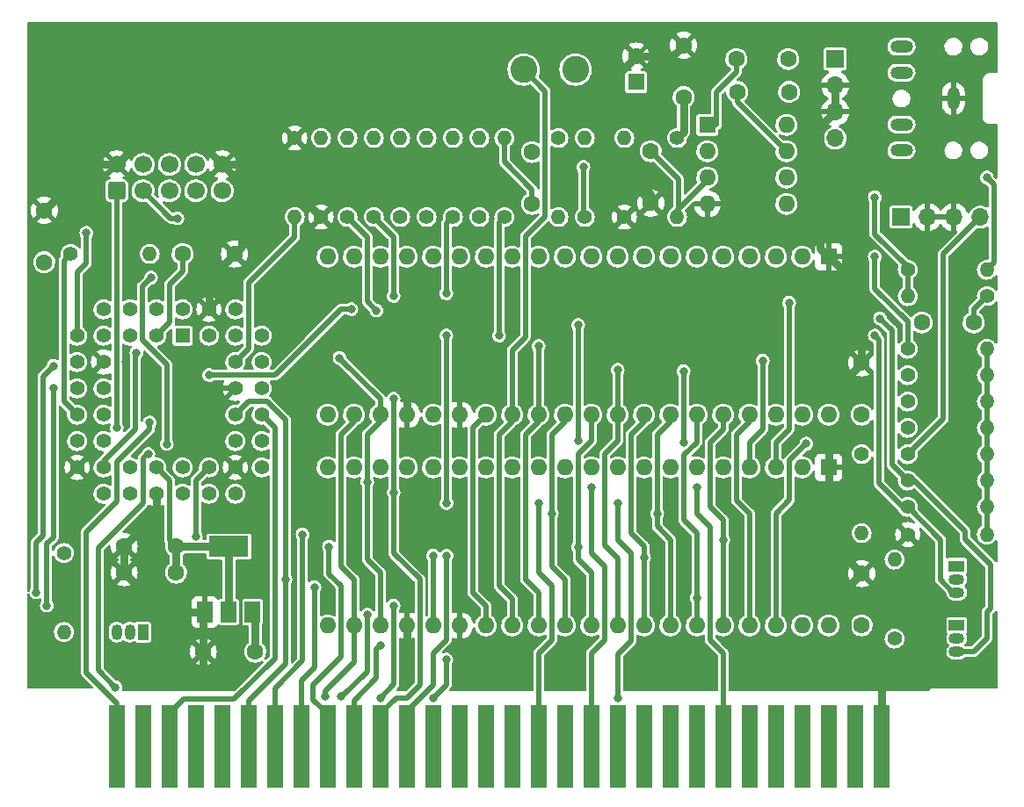
<source format=gtl>
%TF.GenerationSoftware,KiCad,Pcbnew,(6.0.8)*%
%TF.CreationDate,2022-10-21T18:27:38+07:00*%
%TF.ProjectId,TS_Ext_EPM3032,54535f45-7874-45f4-9550-4d333033322e,1.0*%
%TF.SameCoordinates,Original*%
%TF.FileFunction,Copper,L1,Top*%
%TF.FilePolarity,Positive*%
%FSLAX46Y46*%
G04 Gerber Fmt 4.6, Leading zero omitted, Abs format (unit mm)*
G04 Created by KiCad (PCBNEW (6.0.8)) date 2022-10-21 18:27:38*
%MOMM*%
%LPD*%
G01*
G04 APERTURE LIST*
G04 Aperture macros list*
%AMRoundRect*
0 Rectangle with rounded corners*
0 $1 Rounding radius*
0 $2 $3 $4 $5 $6 $7 $8 $9 X,Y pos of 4 corners*
0 Add a 4 corners polygon primitive as box body*
4,1,4,$2,$3,$4,$5,$6,$7,$8,$9,$2,$3,0*
0 Add four circle primitives for the rounded corners*
1,1,$1+$1,$2,$3*
1,1,$1+$1,$4,$5*
1,1,$1+$1,$6,$7*
1,1,$1+$1,$8,$9*
0 Add four rect primitives between the rounded corners*
20,1,$1+$1,$2,$3,$4,$5,0*
20,1,$1+$1,$4,$5,$6,$7,0*
20,1,$1+$1,$6,$7,$8,$9,0*
20,1,$1+$1,$8,$9,$2,$3,0*%
G04 Aperture macros list end*
%TA.AperFunction,ComponentPad*%
%ADD10C,1.600000*%
%TD*%
%TA.AperFunction,ComponentPad*%
%ADD11R,1.050000X1.500000*%
%TD*%
%TA.AperFunction,ComponentPad*%
%ADD12O,1.050000X1.500000*%
%TD*%
%TA.AperFunction,ComponentPad*%
%ADD13C,1.400000*%
%TD*%
%TA.AperFunction,ComponentPad*%
%ADD14O,1.400000X1.400000*%
%TD*%
%TA.AperFunction,ComponentPad*%
%ADD15R,1.600000X1.600000*%
%TD*%
%TA.AperFunction,ComponentPad*%
%ADD16O,1.600000X1.600000*%
%TD*%
%TA.AperFunction,SMDPad,CuDef*%
%ADD17R,1.600000X8.000000*%
%TD*%
%TA.AperFunction,ComponentPad*%
%ADD18R,1.500000X1.050000*%
%TD*%
%TA.AperFunction,ComponentPad*%
%ADD19O,1.500000X1.050000*%
%TD*%
%TA.AperFunction,ComponentPad*%
%ADD20R,1.422400X1.422400*%
%TD*%
%TA.AperFunction,ComponentPad*%
%ADD21C,1.422400*%
%TD*%
%TA.AperFunction,ComponentPad*%
%ADD22O,2.200000X1.200000*%
%TD*%
%TA.AperFunction,ComponentPad*%
%ADD23O,1.200000X2.200000*%
%TD*%
%TA.AperFunction,ComponentPad*%
%ADD24RoundRect,0.250000X0.600000X-0.600000X0.600000X0.600000X-0.600000X0.600000X-0.600000X-0.600000X0*%
%TD*%
%TA.AperFunction,ComponentPad*%
%ADD25C,1.700000*%
%TD*%
%TA.AperFunction,ComponentPad*%
%ADD26C,2.600000*%
%TD*%
%TA.AperFunction,ComponentPad*%
%ADD27R,1.700000X1.700000*%
%TD*%
%TA.AperFunction,ComponentPad*%
%ADD28O,1.700000X1.700000*%
%TD*%
%TA.AperFunction,SMDPad,CuDef*%
%ADD29R,1.500000X2.000000*%
%TD*%
%TA.AperFunction,SMDPad,CuDef*%
%ADD30R,3.800000X2.000000*%
%TD*%
%TA.AperFunction,ViaPad*%
%ADD31C,0.800000*%
%TD*%
%TA.AperFunction,ViaPad*%
%ADD32C,1.000000*%
%TD*%
%TA.AperFunction,Conductor*%
%ADD33C,0.762000*%
%TD*%
%TA.AperFunction,Conductor*%
%ADD34C,0.508000*%
%TD*%
G04 APERTURE END LIST*
D10*
%TO.P,C4,1*%
%TO.N,+5V*%
X108585000Y-83820000D03*
%TO.P,C4,2*%
%TO.N,GND*%
X108585000Y-78820000D03*
%TD*%
D11*
%TO.P,Q1,1,C*%
%TO.N,+5V*%
X39370000Y-84455000D03*
D12*
%TO.P,Q1,2,B*%
%TO.N,Net-(Q1-Pad2)*%
X38100000Y-84455000D03*
%TO.P,Q1,3,E*%
%TO.N,/~{IORQGE}*%
X36830000Y-84455000D03*
%TD*%
D13*
%TO.P,R21,1*%
%TO.N,/VCCA*%
X90805000Y-36830000D03*
D14*
%TO.P,R21,2*%
%TO.N,Net-(C12-Pad1)*%
X90805000Y-44450000D03*
%TD*%
D15*
%TO.P,U4,1,VSS*%
%TO.N,GND*%
X105410000Y-68580000D03*
D16*
%TO.P,U4,2,NC*%
%TO.N,unconnected-(U4-Pad2)*%
X102870000Y-68580000D03*
%TO.P,U4,3,A*%
%TO.N,/YM_1_A*%
X100330000Y-68580000D03*
%TO.P,U4,4,B*%
%TO.N,/YM_1_B*%
X97790000Y-68580000D03*
%TO.P,U4,5,NC*%
%TO.N,unconnected-(U4-Pad5)*%
X95250000Y-68580000D03*
%TO.P,U4,6,IOB7*%
%TO.N,unconnected-(U4-Pad6)*%
X92710000Y-68580000D03*
%TO.P,U4,7,IOB6*%
%TO.N,unconnected-(U4-Pad7)*%
X90170000Y-68580000D03*
%TO.P,U4,8,IOB5*%
%TO.N,unconnected-(U4-Pad8)*%
X87630000Y-68580000D03*
%TO.P,U4,9,IOB4*%
%TO.N,unconnected-(U4-Pad9)*%
X85090000Y-68580000D03*
%TO.P,U4,10,IOB3*%
%TO.N,unconnected-(U4-Pad10)*%
X82550000Y-68580000D03*
%TO.P,U4,11,IOB2*%
%TO.N,unconnected-(U4-Pad11)*%
X80010000Y-68580000D03*
%TO.P,U4,12,IOB1*%
%TO.N,unconnected-(U4-Pad12)*%
X77470000Y-68580000D03*
%TO.P,U4,13,IOB0*%
%TO.N,unconnected-(U4-Pad13)*%
X74930000Y-68580000D03*
%TO.P,U4,14,IOA7*%
%TO.N,unconnected-(U4-Pad14)*%
X72390000Y-68580000D03*
%TO.P,U4,15,IOA6*%
%TO.N,unconnected-(U4-Pad15)*%
X69850000Y-68580000D03*
%TO.P,U4,16,IOA5*%
%TO.N,unconnected-(U4-Pad16)*%
X67310000Y-68580000D03*
%TO.P,U4,17,IOA4*%
%TO.N,unconnected-(U4-Pad17)*%
X64770000Y-68580000D03*
%TO.P,U4,18,IOA3*%
%TO.N,unconnected-(U4-Pad18)*%
X62230000Y-68580000D03*
%TO.P,U4,19,IOA2*%
%TO.N,unconnected-(U4-Pad19)*%
X59690000Y-68580000D03*
%TO.P,U4,20,IOA1*%
%TO.N,unconnected-(U4-Pad20)*%
X57150000Y-68580000D03*
%TO.P,U4,21,IOA0*%
%TO.N,unconnected-(U4-Pad21)*%
X57150000Y-83820000D03*
%TO.P,U4,22,CLOCK*%
%TO.N,/CLK350*%
X59690000Y-83820000D03*
%TO.P,U4,23,~{RESET}*%
%TO.N,/~{RESET}*%
X62230000Y-83820000D03*
%TO.P,U4,24,~{A9}*%
%TO.N,GND*%
X64770000Y-83820000D03*
%TO.P,U4,25,A8*%
%TO.N,/A8_1*%
X67310000Y-83820000D03*
%TO.P,U4,26,~{SEL}*%
%TO.N,GND*%
X69850000Y-83820000D03*
%TO.P,U4,27,BDIR*%
%TO.N,/BDIR*%
X72390000Y-83820000D03*
%TO.P,U4,28,BC2*%
%TO.N,+5V*%
X74930000Y-83820000D03*
%TO.P,U4,29,BC1*%
%TO.N,/BC1*%
X77470000Y-83820000D03*
%TO.P,U4,30,DA7*%
%TO.N,/D7*%
X80010000Y-83820000D03*
%TO.P,U4,31,DA6*%
%TO.N,/D6*%
X82550000Y-83820000D03*
%TO.P,U4,32,DA5*%
%TO.N,/D5*%
X85090000Y-83820000D03*
%TO.P,U4,33,DA4*%
%TO.N,/D4*%
X87630000Y-83820000D03*
%TO.P,U4,34,DA3*%
%TO.N,/D3*%
X90170000Y-83820000D03*
%TO.P,U4,35,DA2*%
%TO.N,/D2*%
X92710000Y-83820000D03*
%TO.P,U4,36,DA1*%
%TO.N,/D1*%
X95250000Y-83820000D03*
%TO.P,U4,37,DA0*%
%TO.N,/D0*%
X97790000Y-83820000D03*
%TO.P,U4,38,C*%
%TO.N,/YM_1_C*%
X100330000Y-83820000D03*
%TO.P,U4,39,TEST1*%
%TO.N,unconnected-(U4-Pad39)*%
X102870000Y-83820000D03*
%TO.P,U4,40,VCC*%
%TO.N,+5V*%
X105410000Y-83820000D03*
%TD*%
D17*
%TO.P,J3,a1,Pin_a1*%
%TO.N,/A15*%
X36830000Y-95478600D03*
%TO.P,J3,a2,Pin_a2*%
%TO.N,unconnected-(J3-Pada2)*%
X39370000Y-95478600D03*
%TO.P,J3,a3,Pin_a3*%
%TO.N,/D7*%
X41910000Y-95478600D03*
%TO.P,J3,a4,Pin_a4*%
%TO.N,unconnected-(J3-Pada4)*%
X44450000Y-95478600D03*
%TO.P,J3,a5,Pin_a5*%
%TO.N,unconnected-(J3-Pada5)*%
X46990000Y-95478600D03*
%TO.P,J3,a6,Pin_a6*%
%TO.N,/D0*%
X49530000Y-95478600D03*
%TO.P,J3,a7,Pin_a7*%
%TO.N,/D1*%
X52070000Y-95478600D03*
%TO.P,J3,a8,Pin_a8*%
%TO.N,/D2*%
X54610000Y-95478600D03*
%TO.P,J3,a9,Pin_a9*%
%TO.N,/D6*%
X57150000Y-95478600D03*
%TO.P,J3,a10,Pin_a10*%
%TO.N,/D5*%
X59690000Y-95478600D03*
%TO.P,J3,a11,Pin_a11*%
%TO.N,/D3*%
X62230000Y-95478600D03*
%TO.P,J3,a12,Pin_a12*%
%TO.N,/D4*%
X64770000Y-95478600D03*
%TO.P,J3,a13,Pin_a13*%
%TO.N,unconnected-(J3-Pada13)*%
X67310000Y-95478600D03*
%TO.P,J3,a14,Pin_a14*%
%TO.N,unconnected-(J3-Pada14)*%
X69850000Y-95478600D03*
%TO.P,J3,a15,Pin_a15*%
%TO.N,unconnected-(J3-Pada15)*%
X72390000Y-95478600D03*
%TO.P,J3,a16,Pin_a16*%
%TO.N,unconnected-(J3-Pada16)*%
X74930000Y-95478600D03*
%TO.P,J3,a17,Pin_a17*%
%TO.N,/~{IORQ}*%
X77470000Y-95478600D03*
%TO.P,J3,a18,Pin_a18*%
%TO.N,unconnected-(J3-Pada18)*%
X80010000Y-95478600D03*
%TO.P,J3,a19,Pin_a19*%
%TO.N,/~{WR}*%
X82550000Y-95478600D03*
%TO.P,J3,a20,Pin_a20*%
%TO.N,unconnected-(J3-Pada20)*%
X85090000Y-95478600D03*
%TO.P,J3,a21,Pin_a21*%
%TO.N,unconnected-(J3-Pada21)*%
X87630000Y-95478600D03*
%TO.P,J3,a22,Pin_a22*%
%TO.N,unconnected-(J3-Pada22)*%
X90170000Y-95478600D03*
%TO.P,J3,a23,Pin_a23*%
%TO.N,unconnected-(J3-Pada23)*%
X92710000Y-95478600D03*
%TO.P,J3,a24,Pin_a24*%
%TO.N,/~{M1}*%
X95250000Y-95478600D03*
%TO.P,J3,a25,Pin_a25*%
%TO.N,unconnected-(J3-Pada25)*%
X97790000Y-95478600D03*
%TO.P,J3,a26,Pin_a26*%
%TO.N,unconnected-(J3-Pada26)*%
X100330000Y-95478600D03*
%TO.P,J3,a27,Pin_a27*%
%TO.N,unconnected-(J3-Pada27)*%
X102870000Y-95478600D03*
%TO.P,J3,a28,Pin_a28*%
%TO.N,unconnected-(J3-Pada28)*%
X105410000Y-95478600D03*
%TO.P,J3,a29,Pin_a29*%
%TO.N,unconnected-(J3-Pada29)*%
X107950000Y-95478600D03*
%TO.P,J3,a30,Pin_a30*%
%TO.N,GND*%
X110490000Y-95478600D03*
%TD*%
D13*
%TO.P,R2,1*%
%TO.N,GND*%
X53975000Y-36830000D03*
D14*
%TO.P,R2,2*%
%TO.N,/TDO*%
X53975000Y-44450000D03*
%TD*%
D13*
%TO.P,R16,1*%
%TO.N,/TAPEOUT*%
X113030000Y-72390000D03*
D14*
%TO.P,R16,2*%
%TO.N,Net-(C11-Pad2)*%
X120650000Y-72390000D03*
%TD*%
D18*
%TO.P,Q3,1,C*%
%TO.N,+5V*%
X117750000Y-78105000D03*
D19*
%TO.P,Q3,2,B*%
%TO.N,Net-(Q3-Pad2)*%
X117750000Y-79375000D03*
%TO.P,Q3,3,E*%
%TO.N,/TAPEOUT*%
X117750000Y-80645000D03*
%TD*%
D20*
%TO.P,U1,1,I/GCLRn*%
%TO.N,unconnected-(U1-Pad1)*%
X43180000Y-55880000D03*
D21*
%TO.P,U1,2,I/OE2*%
%TO.N,unconnected-(U1-Pad2)*%
X40640000Y-53340000D03*
%TO.P,U1,3,VCCINT*%
%TO.N,+3.3V*%
X40640000Y-55880000D03*
%TO.P,U1,4,IO*%
%TO.N,/~{RESET}*%
X38100000Y-53340000D03*
%TO.P,U1,5,IO*%
%TO.N,/D4*%
X38100000Y-55880000D03*
%TO.P,U1,6,IO*%
%TO.N,/~{IORQ}*%
X35560000Y-53340000D03*
%TO.P,U1,7,TDI*%
%TO.N,/TDI*%
X33020000Y-55880000D03*
%TO.P,U1,8,IO*%
%TO.N,/~{M1}*%
X35560000Y-55880000D03*
%TO.P,U1,9,IO*%
%TO.N,/A1*%
X33020000Y-58420000D03*
%TO.P,U1,10,GNDIO*%
%TO.N,GND*%
X35560000Y-58420000D03*
%TO.P,U1,11,IO*%
%TO.N,/A0*%
X33020000Y-60960000D03*
%TO.P,U1,12,IO*%
%TO.N,/~{WR}*%
X35560000Y-60960000D03*
%TO.P,U1,13,TMS*%
%TO.N,/TMS*%
X33020000Y-63500000D03*
%TO.P,U1,14,IO*%
%TO.N,/BDIR*%
X35560000Y-63500000D03*
%TO.P,U1,15,VCCIO*%
%TO.N,+3.3V*%
X33020000Y-66040000D03*
%TO.P,U1,16,IO*%
%TO.N,/BC1*%
X35560000Y-66040000D03*
%TO.P,U1,17,GNDIO*%
%TO.N,GND*%
X33020000Y-68580000D03*
%TO.P,U1,18,IO*%
%TO.N,unconnected-(U1-Pad18)*%
X35560000Y-71120000D03*
%TO.P,U1,19,IO*%
%TO.N,/A8_0*%
X35560000Y-68580000D03*
%TO.P,U1,20,IO*%
%TO.N,/A8_1*%
X38100000Y-71120000D03*
%TO.P,U1,21,IO*%
%TO.N,/BEEPER33*%
X38100000Y-68580000D03*
%TO.P,U1,22,GNDINT*%
%TO.N,GND*%
X40640000Y-71120000D03*
%TO.P,U1,23,VCCINT*%
%TO.N,+3.3V*%
X40640000Y-68580000D03*
%TO.P,U1,24,IO*%
%TO.N,/TAPEOUT33*%
X43180000Y-71120000D03*
%TO.P,U1,25,IO*%
%TO.N,unconnected-(U1-Pad25)*%
X43180000Y-68580000D03*
%TO.P,U1,26,IO*%
%TO.N,unconnected-(U1-Pad26)*%
X45720000Y-71120000D03*
%TO.P,U1,27,IO*%
%TO.N,/~{IORQGE33}*%
X45720000Y-68580000D03*
%TO.P,U1,28,IO*%
%TO.N,unconnected-(U1-Pad28)*%
X48260000Y-71120000D03*
%TO.P,U1,29,IO*%
%TO.N,/A14*%
X50800000Y-68580000D03*
%TO.P,U1,30,GNDIO*%
%TO.N,GND*%
X48260000Y-68580000D03*
%TO.P,U1,31,IO*%
%TO.N,/A15*%
X50800000Y-66040000D03*
%TO.P,U1,32,TCK*%
%TO.N,/TCK*%
X48260000Y-66040000D03*
%TO.P,U1,33,IO*%
%TO.N,/D7*%
X50800000Y-63500000D03*
%TO.P,U1,34,IO*%
%TO.N,/D0*%
X48260000Y-63500000D03*
%TO.P,U1,35,VCCIO*%
%TO.N,+3.3V*%
X50800000Y-60960000D03*
%TO.P,U1,36,GNDIO*%
%TO.N,GND*%
X48260000Y-60960000D03*
%TO.P,U1,37,IO*%
%TO.N,unconnected-(U1-Pad37)*%
X50800000Y-58420000D03*
%TO.P,U1,38,TDO*%
%TO.N,/TDO*%
X48260000Y-58420000D03*
%TO.P,U1,39,IO*%
%TO.N,/D6*%
X50800000Y-55880000D03*
%TO.P,U1,40,IO*%
%TO.N,/D5*%
X48260000Y-53340000D03*
%TO.P,U1,41,IO*%
%TO.N,/D3*%
X48260000Y-55880000D03*
%TO.P,U1,42,GNDINT*%
%TO.N,GND*%
X45720000Y-53340000D03*
%TO.P,U1,43,I/GCLK1*%
%TO.N,unconnected-(U1-Pad43)*%
X45720000Y-55880000D03*
%TO.P,U1,44,I/OE1*%
%TO.N,unconnected-(U1-Pad44)*%
X43180000Y-53340000D03*
%TD*%
D13*
%TO.P,R22,1*%
%TO.N,GND*%
X85725000Y-44450000D03*
D14*
%TO.P,R22,2*%
%TO.N,Net-(C12-Pad1)*%
X85725000Y-36830000D03*
%TD*%
D10*
%TO.P,C8,1*%
%TO.N,+3.3V*%
X29845000Y-48815000D03*
%TO.P,C8,2*%
%TO.N,GND*%
X29845000Y-43815000D03*
%TD*%
D13*
%TO.P,R25,1*%
%TO.N,/~{IORQGE33}*%
X31750000Y-76835000D03*
D14*
%TO.P,R25,2*%
%TO.N,Net-(Q1-Pad2)*%
X31750000Y-84455000D03*
%TD*%
D15*
%TO.P,U5,1*%
%TO.N,Net-(C13-Pad1)*%
X93726000Y-35560000D03*
D16*
%TO.P,U5,2,-*%
%TO.N,Net-(R19-Pad2)*%
X93726000Y-38100000D03*
%TO.P,U5,3,+*%
%TO.N,Net-(C12-Pad1)*%
X93726000Y-40640000D03*
%TO.P,U5,4,V-*%
%TO.N,GND*%
X93726000Y-43180000D03*
%TO.P,U5,5,+*%
%TO.N,Net-(C12-Pad1)*%
X101346000Y-43180000D03*
%TO.P,U5,6,-*%
%TO.N,Net-(R20-Pad2)*%
X101346000Y-40640000D03*
%TO.P,U5,7*%
%TO.N,Net-(C14-Pad2)*%
X101346000Y-38100000D03*
%TO.P,U5,8,V+*%
%TO.N,/VCCA*%
X101346000Y-35560000D03*
%TD*%
D22*
%TO.P,J5,R*%
%TO.N,/ROUT*%
X112420000Y-38020000D03*
%TO.P,J5,RN*%
%TO.N,unconnected-(J5-PadRN)*%
X112420000Y-35520000D03*
D23*
%TO.P,J5,S*%
%TO.N,GND*%
X117420000Y-33020000D03*
D22*
%TO.P,J5,T*%
%TO.N,/LOUT*%
X112420000Y-28020000D03*
%TO.P,J5,TN*%
%TO.N,unconnected-(J5-PadTN)*%
X112420000Y-30520000D03*
%TD*%
D24*
%TO.P,J1,1,Pin_1*%
%TO.N,/TCK*%
X36830000Y-41910000D03*
D25*
%TO.P,J1,2,Pin_2*%
%TO.N,GND*%
X36830000Y-39370000D03*
%TO.P,J1,3,Pin_3*%
%TO.N,/TDO*%
X39370000Y-41910000D03*
%TO.P,J1,4,Pin_4*%
%TO.N,+3.3V*%
X39370000Y-39370000D03*
%TO.P,J1,5,Pin_5*%
%TO.N,/TMS*%
X41910000Y-41910000D03*
%TO.P,J1,6,Pin_6*%
%TO.N,unconnected-(J1-Pad6)*%
X41910000Y-39370000D03*
%TO.P,J1,7,Pin_7*%
%TO.N,unconnected-(J1-Pad7)*%
X44450000Y-41910000D03*
%TO.P,J1,8,Pin_8*%
%TO.N,unconnected-(J1-Pad8)*%
X44450000Y-39370000D03*
%TO.P,J1,9,Pin_9*%
%TO.N,/TDI*%
X46990000Y-41910000D03*
%TO.P,J1,10,Pin_10*%
%TO.N,GND*%
X46990000Y-39370000D03*
%TD*%
D13*
%TO.P,R24,1*%
%TO.N,Net-(R20-Pad2)*%
X113030000Y-49530000D03*
D14*
%TO.P,R24,2*%
%TO.N,Net-(C14-Pad2)*%
X120650000Y-49530000D03*
%TD*%
D13*
%TO.P,R26,1*%
%TO.N,/BEEPER33*%
X111760000Y-85090000D03*
D14*
%TO.P,R26,2*%
%TO.N,Net-(Q2-Pad2)*%
X111760000Y-77470000D03*
%TD*%
D26*
%TO.P,L1,1,1*%
%TO.N,/VCCA*%
X81026000Y-30226000D03*
%TO.P,L1,2,2*%
%TO.N,+5V*%
X76026000Y-30226000D03*
%TD*%
D13*
%TO.P,R11,1*%
%TO.N,/YM_1_B*%
X113030000Y-59690000D03*
D14*
%TO.P,R11,2*%
%TO.N,Net-(C11-Pad2)*%
X120650000Y-59690000D03*
%TD*%
D15*
%TO.P,U3,1,VSS*%
%TO.N,GND*%
X105410000Y-48260000D03*
D16*
%TO.P,U3,2,NC*%
%TO.N,unconnected-(U3-Pad2)*%
X102870000Y-48260000D03*
%TO.P,U3,3,A*%
%TO.N,/YM_0_A*%
X100330000Y-48260000D03*
%TO.P,U3,4,B*%
%TO.N,/YM_0_B*%
X97790000Y-48260000D03*
%TO.P,U3,5,NC*%
%TO.N,unconnected-(U3-Pad5)*%
X95250000Y-48260000D03*
%TO.P,U3,6,IOB7*%
%TO.N,unconnected-(U3-Pad6)*%
X92710000Y-48260000D03*
%TO.P,U3,7,IOB6*%
%TO.N,unconnected-(U3-Pad7)*%
X90170000Y-48260000D03*
%TO.P,U3,8,IOB5*%
%TO.N,unconnected-(U3-Pad8)*%
X87630000Y-48260000D03*
%TO.P,U3,9,IOB4*%
%TO.N,unconnected-(U3-Pad9)*%
X85090000Y-48260000D03*
%TO.P,U3,10,IOB3*%
%TO.N,unconnected-(U3-Pad10)*%
X82550000Y-48260000D03*
%TO.P,U3,11,IOB2*%
%TO.N,unconnected-(U3-Pad11)*%
X80010000Y-48260000D03*
%TO.P,U3,12,IOB1*%
%TO.N,unconnected-(U3-Pad12)*%
X77470000Y-48260000D03*
%TO.P,U3,13,IOB0*%
%TO.N,unconnected-(U3-Pad13)*%
X74930000Y-48260000D03*
%TO.P,U3,14,IOA7*%
%TO.N,unconnected-(U3-Pad14)*%
X72390000Y-48260000D03*
%TO.P,U3,15,IOA6*%
%TO.N,unconnected-(U3-Pad15)*%
X69850000Y-48260000D03*
%TO.P,U3,16,IOA5*%
%TO.N,unconnected-(U3-Pad16)*%
X67310000Y-48260000D03*
%TO.P,U3,17,IOA4*%
%TO.N,unconnected-(U3-Pad17)*%
X64770000Y-48260000D03*
%TO.P,U3,18,IOA3*%
%TO.N,unconnected-(U3-Pad18)*%
X62230000Y-48260000D03*
%TO.P,U3,19,IOA2*%
%TO.N,unconnected-(U3-Pad19)*%
X59690000Y-48260000D03*
%TO.P,U3,20,IOA1*%
%TO.N,unconnected-(U3-Pad20)*%
X57150000Y-48260000D03*
%TO.P,U3,21,IOA0*%
%TO.N,unconnected-(U3-Pad21)*%
X57150000Y-63500000D03*
%TO.P,U3,22,CLOCK*%
%TO.N,/CLK350*%
X59690000Y-63500000D03*
%TO.P,U3,23,~{RESET}*%
%TO.N,/~{RESET}*%
X62230000Y-63500000D03*
%TO.P,U3,24,~{A9}*%
%TO.N,GND*%
X64770000Y-63500000D03*
%TO.P,U3,25,A8*%
%TO.N,/A8_0*%
X67310000Y-63500000D03*
%TO.P,U3,26,~{SEL}*%
%TO.N,GND*%
X69850000Y-63500000D03*
%TO.P,U3,27,BDIR*%
%TO.N,/BDIR*%
X72390000Y-63500000D03*
%TO.P,U3,28,BC2*%
%TO.N,+5V*%
X74930000Y-63500000D03*
%TO.P,U3,29,BC1*%
%TO.N,/BC1*%
X77470000Y-63500000D03*
%TO.P,U3,30,DA7*%
%TO.N,/D7*%
X80010000Y-63500000D03*
%TO.P,U3,31,DA6*%
%TO.N,/D6*%
X82550000Y-63500000D03*
%TO.P,U3,32,DA5*%
%TO.N,/D5*%
X85090000Y-63500000D03*
%TO.P,U3,33,DA4*%
%TO.N,/D4*%
X87630000Y-63500000D03*
%TO.P,U3,34,DA3*%
%TO.N,/D3*%
X90170000Y-63500000D03*
%TO.P,U3,35,DA2*%
%TO.N,/D2*%
X92710000Y-63500000D03*
%TO.P,U3,36,DA1*%
%TO.N,/D1*%
X95250000Y-63500000D03*
%TO.P,U3,37,DA0*%
%TO.N,/D0*%
X97790000Y-63500000D03*
%TO.P,U3,38,C*%
%TO.N,/YM_0_C*%
X100330000Y-63500000D03*
%TO.P,U3,39,TEST1*%
%TO.N,unconnected-(U3-Pad39)*%
X102870000Y-63500000D03*
%TO.P,U3,40,VCC*%
%TO.N,+5V*%
X105410000Y-63500000D03*
%TD*%
D27*
%TO.P,J4,1,Pin_1*%
%TO.N,/LOUT*%
X106045000Y-29220000D03*
D28*
%TO.P,J4,2,Pin_2*%
%TO.N,GND*%
X106045000Y-31760000D03*
%TO.P,J4,3,Pin_3*%
X106045000Y-34300000D03*
%TO.P,J4,4,Pin_4*%
%TO.N,/ROUT*%
X106045000Y-36840000D03*
%TD*%
D10*
%TO.P,C5,1*%
%TO.N,+5V*%
X50165000Y-86360000D03*
%TO.P,C5,2*%
%TO.N,GND*%
X45165000Y-86360000D03*
%TD*%
D13*
%TO.P,R27,1*%
%TO.N,/TAPEOUT33*%
X108585000Y-67310000D03*
D14*
%TO.P,R27,2*%
%TO.N,Net-(Q3-Pad2)*%
X108585000Y-74930000D03*
%TD*%
D15*
%TO.P,C1,1*%
%TO.N,/VCCA*%
X86868000Y-31431113D03*
D10*
%TO.P,C1,2*%
%TO.N,GND*%
X86868000Y-28931113D03*
%TD*%
D13*
%TO.P,R8,1*%
%TO.N,/YM_0_B*%
X71755000Y-44450000D03*
D14*
%TO.P,R8,2*%
%TO.N,Net-(C10-Pad1)*%
X71755000Y-36830000D03*
%TD*%
D13*
%TO.P,R12,1*%
%TO.N,/YM_0_C*%
X113030000Y-62230000D03*
D14*
%TO.P,R12,2*%
%TO.N,Net-(C11-Pad2)*%
X120650000Y-62230000D03*
%TD*%
D13*
%TO.P,R13,1*%
%TO.N,/YM_1_C*%
X113030000Y-64770000D03*
D14*
%TO.P,R13,2*%
%TO.N,Net-(C11-Pad2)*%
X120650000Y-64770000D03*
%TD*%
D10*
%TO.P,C6,1*%
%TO.N,+3.3V*%
X42545000Y-78740000D03*
%TO.P,C6,2*%
%TO.N,GND*%
X37545000Y-78740000D03*
%TD*%
%TO.P,C9,1*%
%TO.N,+3.3V*%
X42545000Y-76200000D03*
%TO.P,C9,2*%
%TO.N,GND*%
X37545000Y-76200000D03*
%TD*%
D13*
%TO.P,R18,1*%
%TO.N,GND*%
X56515000Y-44450000D03*
D14*
%TO.P,R18,2*%
%TO.N,Net-(C10-Pad1)*%
X56515000Y-36830000D03*
%TD*%
D13*
%TO.P,R15,1*%
%TO.N,/BEEPER*%
X113030000Y-69850000D03*
D14*
%TO.P,R15,2*%
%TO.N,Net-(C11-Pad2)*%
X120650000Y-69850000D03*
%TD*%
D10*
%TO.P,C7,1*%
%TO.N,+3.3V*%
X43180000Y-48006000D03*
%TO.P,C7,2*%
%TO.N,GND*%
X48180000Y-48006000D03*
%TD*%
D29*
%TO.P,U2,1,GND*%
%TO.N,GND*%
X45325000Y-82525000D03*
D30*
%TO.P,U2,2,VO*%
%TO.N,+3.3V*%
X47625000Y-76225000D03*
D29*
X47625000Y-82525000D03*
%TO.P,U2,3,VI*%
%TO.N,+5V*%
X49925000Y-82525000D03*
%TD*%
D10*
%TO.P,C12,1*%
%TO.N,Net-(C12-Pad1)*%
X88265000Y-38100000D03*
%TO.P,C12,2*%
%TO.N,GND*%
X88265000Y-43100000D03*
%TD*%
D13*
%TO.P,R9,1*%
%TO.N,/YM_1_B*%
X74168000Y-44450000D03*
D14*
%TO.P,R9,2*%
%TO.N,Net-(C10-Pad1)*%
X74168000Y-36830000D03*
%TD*%
D13*
%TO.P,R7,1*%
%TO.N,/YM_1_A*%
X69215000Y-44450000D03*
D14*
%TO.P,R7,2*%
%TO.N,Net-(C10-Pad1)*%
X69215000Y-36830000D03*
%TD*%
D13*
%TO.P,R6,1*%
%TO.N,/YM_0_A*%
X66675000Y-44450000D03*
D14*
%TO.P,R6,2*%
%TO.N,Net-(C10-Pad1)*%
X66675000Y-36830000D03*
%TD*%
D10*
%TO.P,C2,1*%
%TO.N,/VCCA*%
X91440000Y-32893000D03*
%TO.P,C2,2*%
%TO.N,GND*%
X91440000Y-27893000D03*
%TD*%
%TO.P,C11,1*%
%TO.N,Net-(C11-Pad1)*%
X119380000Y-54610000D03*
%TO.P,C11,2*%
%TO.N,Net-(C11-Pad2)*%
X114380000Y-54610000D03*
%TD*%
D13*
%TO.P,R14,1*%
%TO.N,/CDINR*%
X113030000Y-67310000D03*
D14*
%TO.P,R14,2*%
%TO.N,Net-(C11-Pad2)*%
X120650000Y-67310000D03*
%TD*%
D13*
%TO.P,R4,1*%
%TO.N,/BEEPER*%
X61595000Y-44450000D03*
D14*
%TO.P,R4,2*%
%TO.N,Net-(C10-Pad1)*%
X61595000Y-36830000D03*
%TD*%
D18*
%TO.P,Q2,1,C*%
%TO.N,+5V*%
X117750000Y-83820000D03*
D19*
%TO.P,Q2,2,B*%
%TO.N,Net-(Q2-Pad2)*%
X117750000Y-85090000D03*
%TO.P,Q2,3,E*%
%TO.N,/BEEPER*%
X117750000Y-86360000D03*
%TD*%
D10*
%TO.P,C3,1*%
%TO.N,+5V*%
X108585000Y-63500000D03*
%TO.P,C3,2*%
%TO.N,GND*%
X108585000Y-58500000D03*
%TD*%
D13*
%TO.P,R23,1*%
%TO.N,Net-(R19-Pad2)*%
X81915000Y-44450000D03*
D14*
%TO.P,R23,2*%
%TO.N,Net-(C13-Pad1)*%
X81915000Y-36830000D03*
%TD*%
D13*
%TO.P,R10,1*%
%TO.N,/YM_0_B*%
X113030000Y-57150000D03*
D14*
%TO.P,R10,2*%
%TO.N,Net-(C11-Pad2)*%
X120650000Y-57150000D03*
%TD*%
D10*
%TO.P,C13,1*%
%TO.N,Net-(C13-Pad1)*%
X96520000Y-29210000D03*
%TO.P,C13,2*%
%TO.N,/LOUT*%
X101520000Y-29210000D03*
%TD*%
D27*
%TO.P,J2,1,Pin_1*%
%TO.N,/CDINL*%
X112395000Y-44450000D03*
D28*
%TO.P,J2,2,Pin_2*%
%TO.N,GND*%
X114935000Y-44450000D03*
%TO.P,J2,3,Pin_3*%
X117475000Y-44450000D03*
%TO.P,J2,4,Pin_4*%
%TO.N,/CDINR*%
X120015000Y-44450000D03*
%TD*%
D13*
%TO.P,R3,1*%
%TO.N,/TAPEOUT*%
X59055000Y-44450000D03*
D14*
%TO.P,R3,2*%
%TO.N,Net-(C10-Pad1)*%
X59055000Y-36830000D03*
%TD*%
D13*
%TO.P,R17,1*%
%TO.N,GND*%
X113030000Y-75057000D03*
D14*
%TO.P,R17,2*%
%TO.N,Net-(C11-Pad2)*%
X120650000Y-75057000D03*
%TD*%
D13*
%TO.P,R1,1*%
%TO.N,/TMS*%
X32385000Y-48006000D03*
D14*
%TO.P,R1,2*%
%TO.N,+3.3V*%
X40005000Y-48006000D03*
%TD*%
D10*
%TO.P,C14,1*%
%TO.N,/ROUT*%
X101600000Y-32385000D03*
%TO.P,C14,2*%
%TO.N,Net-(C14-Pad2)*%
X96600000Y-32385000D03*
%TD*%
D13*
%TO.P,R5,1*%
%TO.N,/CDINL*%
X64135000Y-44450000D03*
D14*
%TO.P,R5,2*%
%TO.N,Net-(C10-Pad1)*%
X64135000Y-36830000D03*
%TD*%
D13*
%TO.P,R20,1*%
%TO.N,Net-(C11-Pad1)*%
X120650000Y-52070000D03*
D14*
%TO.P,R20,2*%
%TO.N,Net-(R20-Pad2)*%
X113030000Y-52070000D03*
%TD*%
D13*
%TO.P,R19,1*%
%TO.N,Net-(C10-Pad2)*%
X79375000Y-36830000D03*
D14*
%TO.P,R19,2*%
%TO.N,Net-(R19-Pad2)*%
X79375000Y-44450000D03*
%TD*%
D10*
%TO.P,C10,1*%
%TO.N,Net-(C10-Pad1)*%
X76835000Y-43180000D03*
%TO.P,C10,2*%
%TO.N,Net-(C10-Pad2)*%
X76835000Y-38180000D03*
%TD*%
D31*
%TO.N,GND*%
X110490000Y-89535000D03*
X40640000Y-29210000D03*
X99060000Y-80645000D03*
X81280000Y-86360000D03*
X91440000Y-86360000D03*
X66040000Y-72136000D03*
X40640000Y-34290000D03*
X62230000Y-71882000D03*
X71120000Y-29210000D03*
X71120000Y-39370000D03*
X102870000Y-80645000D03*
X119380000Y-73660000D03*
X83185000Y-61468000D03*
X119380000Y-58420000D03*
X40005000Y-58547000D03*
D32*
X46355000Y-89535000D03*
D31*
X30480000Y-34290000D03*
X56515000Y-73025000D03*
X60960000Y-34290000D03*
X50800000Y-29210000D03*
X99695000Y-26670000D03*
X30480000Y-29210000D03*
X93980000Y-59055000D03*
D32*
X64897000Y-50165000D03*
D31*
X59690000Y-71374000D03*
X88900000Y-86360000D03*
X39370000Y-88900000D03*
X101600000Y-86360000D03*
X114300000Y-80645000D03*
X30480000Y-87630000D03*
X99822000Y-30988000D03*
X114300000Y-68580000D03*
X62103000Y-46482000D03*
X99060000Y-43180000D03*
X96520000Y-36830000D03*
X60960000Y-29210000D03*
X37719000Y-58420000D03*
X119380000Y-50800000D03*
X54610000Y-67310000D03*
X50800000Y-34290000D03*
X60960000Y-39370000D03*
X79121000Y-56896000D03*
X73660000Y-86360000D03*
X90170000Y-70485000D03*
X104775000Y-51435000D03*
X96520000Y-86360000D03*
X71120000Y-34290000D03*
D32*
X64730773Y-89495773D03*
D31*
X104140000Y-57150000D03*
%TO.N,Net-(C14-Pad2)*%
X120650000Y-40640000D03*
%TO.N,/TCK*%
X36830000Y-64770000D03*
%TO.N,/TDO*%
X42672000Y-44577000D03*
%TO.N,/TDI*%
X33909000Y-45974000D03*
%TO.N,/~{IORQGE}*%
X68580000Y-87122000D03*
X67310000Y-90805000D03*
%TO.N,/TAPEOUT*%
X61849000Y-53467000D03*
X109855000Y-55880000D03*
%TO.N,/BEEPER*%
X110363000Y-54229000D03*
X63500000Y-52070000D03*
%TO.N,Net-(R19-Pad2)*%
X81788000Y-39624000D03*
%TO.N,Net-(R20-Pad2)*%
X109855000Y-42545000D03*
%TO.N,/~{RESET}*%
X60960000Y-69977000D03*
X85090000Y-90805000D03*
X58293000Y-58039000D03*
X85090000Y-72009000D03*
%TO.N,/D4*%
X68596000Y-77105000D03*
X87630000Y-77251500D03*
%TO.N,/~{IORQ}*%
X68596000Y-72025000D03*
X68580000Y-55880000D03*
X77470000Y-72009000D03*
%TO.N,/~{M1}*%
X91440000Y-59309000D03*
X92710000Y-70485000D03*
X91440000Y-66167000D03*
%TO.N,/A1*%
X62230000Y-90805000D03*
X63500000Y-81915000D03*
X29083000Y-80645000D03*
X30734000Y-58801000D03*
%TO.N,/A0*%
X30734000Y-60960000D03*
X58420000Y-90678000D03*
X30099000Y-81915000D03*
X60960000Y-82804000D03*
%TO.N,/~{WR}*%
X81280000Y-54864000D03*
X59436000Y-53340000D03*
X45720000Y-59690000D03*
X82550000Y-70485000D03*
X81280000Y-66040000D03*
%TO.N,/BC1*%
X40132000Y-50292000D03*
X41656000Y-66331500D03*
X77470000Y-56896000D03*
%TO.N,/A8_0*%
X38735000Y-57531000D03*
%TO.N,/A8_1*%
X67310000Y-77089000D03*
%TO.N,/A14*%
X36703000Y-89789000D03*
X39878000Y-67310000D03*
%TO.N,/A15*%
X40005000Y-64262000D03*
%TO.N,/D7*%
X78740000Y-73025000D03*
%TO.N,/D0*%
X53086000Y-79375000D03*
%TO.N,/D6*%
X81280000Y-76237500D03*
X57277000Y-76235500D03*
%TO.N,/D5*%
X85090000Y-59182000D03*
X62230000Y-85725000D03*
%TO.N,/D3*%
X63500000Y-70993000D03*
X88900000Y-73025000D03*
X63500000Y-61976000D03*
%TO.N,/CLK350*%
X56896000Y-90678000D03*
%TO.N,/D2*%
X92710000Y-81153000D03*
X55880000Y-80137000D03*
%TO.N,/D1*%
X54737000Y-75057000D03*
X95250000Y-75565000D03*
%TO.N,/YM_0_B*%
X109855000Y-48260000D03*
%TO.N,/YM_1_A*%
X68580000Y-51816000D03*
X101600000Y-52705000D03*
%TO.N,/YM_1_B*%
X73660000Y-55880000D03*
X99060000Y-58293000D03*
%TO.N,/YM_1_C*%
X103251000Y-66294000D03*
%TO.N,/~{IORQGE33}*%
X44450000Y-75219500D03*
%TD*%
D33*
%TO.N,/VCCA*%
X91440000Y-32893000D02*
X91440000Y-36195000D01*
X91440000Y-36195000D02*
X90805000Y-36830000D01*
%TO.N,GND*%
X51435000Y-39370000D02*
X46990000Y-39370000D01*
X34290000Y-39370000D02*
X29845000Y-43815000D01*
D34*
X33020000Y-68580000D02*
X34290000Y-67310000D01*
X48260000Y-68580000D02*
X45085000Y-65405000D01*
D33*
X90401887Y-28931113D02*
X91440000Y-27893000D01*
D34*
X44554800Y-64874800D02*
X45085000Y-65405000D01*
D33*
X110490000Y-95478600D02*
X110490000Y-89535000D01*
X84328000Y-38314000D02*
X84328000Y-31471113D01*
X56515000Y-44450000D02*
X51435000Y-39370000D01*
X108585000Y-58500000D02*
X108585000Y-51435000D01*
X64765000Y-57155000D02*
X64765000Y-63495000D01*
X106045000Y-31760000D02*
X106045000Y-34300000D01*
X84328000Y-31471113D02*
X86868000Y-28931113D01*
X45720000Y-50466000D02*
X48180000Y-48006000D01*
D34*
X34290000Y-67310000D02*
X34290000Y-59690000D01*
D33*
X64730773Y-89495773D02*
X64770000Y-89456546D01*
X46355000Y-89535000D02*
X45165000Y-88345000D01*
X105410000Y-68580000D02*
X105410000Y-66294000D01*
X104614000Y-47464000D02*
X104614000Y-35731000D01*
X37545000Y-76200000D02*
X40640000Y-73105000D01*
X45165000Y-88345000D02*
X45165000Y-82685000D01*
X105410000Y-66294000D02*
X107061000Y-64643000D01*
X41330000Y-82525000D02*
X37545000Y-78740000D01*
X48895000Y-47291000D02*
X48895000Y-41275000D01*
X108585000Y-78780000D02*
X105410000Y-75605000D01*
X88265000Y-43100000D02*
X88265000Y-42251000D01*
X64897000Y-50165000D02*
X64770000Y-50292000D01*
X104614000Y-35731000D02*
X106045000Y-34300000D01*
X64770000Y-50292000D02*
X64770000Y-57150000D01*
X64770000Y-89456546D02*
X64770000Y-83820000D01*
D34*
X44577000Y-60960000D02*
X48260000Y-60960000D01*
D33*
X37545000Y-78740000D02*
X37545000Y-76200000D01*
X105410000Y-48260000D02*
X104614000Y-47464000D01*
D34*
X34290000Y-59690000D02*
X35560000Y-58420000D01*
X45720000Y-53340000D02*
X44554800Y-54505200D01*
D33*
X105410000Y-75605000D02*
X105410000Y-68580000D01*
X107061000Y-60071000D02*
X108585000Y-58547000D01*
X36830000Y-39370000D02*
X34290000Y-39370000D01*
X107061000Y-64643000D02*
X107061000Y-60071000D01*
X108585000Y-89535000D02*
X107204000Y-88154000D01*
X107204000Y-80161000D02*
X108585000Y-78780000D01*
X38735000Y-37465000D02*
X45085000Y-37465000D01*
X45720000Y-53340000D02*
X45720000Y-50466000D01*
X64770000Y-57150000D02*
X64765000Y-57155000D01*
X48180000Y-48006000D02*
X48895000Y-47291000D01*
X88265000Y-42251000D02*
X84328000Y-38314000D01*
X45325000Y-82525000D02*
X41330000Y-82525000D01*
X45085000Y-37465000D02*
X46990000Y-39370000D01*
X86868000Y-28931113D02*
X90401887Y-28931113D01*
X108585000Y-51435000D02*
X105410000Y-48260000D01*
X107204000Y-88154000D02*
X107204000Y-80161000D01*
X40640000Y-73105000D02*
X40640000Y-71120000D01*
X36830000Y-39370000D02*
X38735000Y-37465000D01*
X110490000Y-89535000D02*
X108585000Y-89535000D01*
D34*
X44554800Y-54505200D02*
X44554800Y-64874800D01*
D33*
X48895000Y-41275000D02*
X46990000Y-39370000D01*
D34*
%TO.N,+5V*%
X74930000Y-81280000D02*
X73660000Y-80010000D01*
X76184000Y-46339000D02*
X78094000Y-44429000D01*
D33*
X50165000Y-86360000D02*
X50165000Y-82765000D01*
D34*
X78094000Y-32294000D02*
X76026000Y-30226000D01*
X74930000Y-83810000D02*
X74930000Y-81280000D01*
X78094000Y-44429000D02*
X78094000Y-32294000D01*
X74925000Y-64140000D02*
X74925000Y-63495000D01*
X74930000Y-57277000D02*
X76184000Y-56023000D01*
X76184000Y-56023000D02*
X76184000Y-46339000D01*
X74930000Y-63500000D02*
X74930000Y-57277000D01*
X73660000Y-80010000D02*
X73660000Y-65405000D01*
X73660000Y-65405000D02*
X74925000Y-64140000D01*
%TO.N,+3.3V*%
X41910000Y-75565000D02*
X41910000Y-69850000D01*
D33*
X42545000Y-76200000D02*
X42545000Y-78740000D01*
D34*
X42545000Y-76200000D02*
X41910000Y-75565000D01*
X43180000Y-48006000D02*
X43180000Y-49657000D01*
X41910000Y-50927000D02*
X41910000Y-54610000D01*
X41910000Y-69850000D02*
X40640000Y-68580000D01*
D33*
X45720000Y-76200000D02*
X42545000Y-76200000D01*
D34*
X43180000Y-49657000D02*
X41910000Y-50927000D01*
X41910000Y-54610000D02*
X40640000Y-55880000D01*
D33*
X47625000Y-82525000D02*
X47625000Y-76225000D01*
D34*
%TO.N,Net-(C11-Pad2)*%
X120650000Y-75057000D02*
X120650000Y-57150000D01*
%TO.N,Net-(C12-Pad1)*%
X90805000Y-44450000D02*
X90805000Y-43815000D01*
X90805000Y-43815000D02*
X93726000Y-40894000D01*
X90932000Y-44323000D02*
X90932000Y-40767000D01*
X90932000Y-40767000D02*
X88265000Y-38100000D01*
%TO.N,Net-(C13-Pad1)*%
X94615000Y-32385000D02*
X94615000Y-35560000D01*
X96520000Y-30480000D02*
X94615000Y-32385000D01*
X96520000Y-29210000D02*
X96520000Y-30480000D01*
%TO.N,Net-(C14-Pad2)*%
X121319000Y-41309000D02*
X120650000Y-40640000D01*
X96600000Y-33354000D02*
X101346000Y-38100000D01*
X96600000Y-32385000D02*
X96600000Y-33354000D01*
X120650000Y-49530000D02*
X121319000Y-48861000D01*
X121319000Y-48861000D02*
X121319000Y-41309000D01*
%TO.N,/TCK*%
X36830000Y-64770000D02*
X36830000Y-41910000D01*
%TO.N,/TDO*%
X53975000Y-46355000D02*
X53975000Y-44450000D01*
X42672000Y-44577000D02*
X42037000Y-44577000D01*
X48260000Y-58420000D02*
X49530000Y-57150000D01*
X42037000Y-44577000D02*
X39370000Y-41910000D01*
X49530000Y-57150000D02*
X49530000Y-50800000D01*
X49530000Y-50800000D02*
X53975000Y-46355000D01*
%TO.N,/TMS*%
X31750000Y-62230000D02*
X33020000Y-63500000D01*
X32385000Y-48006000D02*
X31750000Y-48641000D01*
X31750000Y-48641000D02*
X31750000Y-62230000D01*
%TO.N,/TDI*%
X33909000Y-45974000D02*
X33909000Y-48895000D01*
X33020000Y-49784000D02*
X33020000Y-55880000D01*
X33909000Y-48895000D02*
X33020000Y-49784000D01*
%TO.N,/CDINR*%
X113030000Y-67310000D02*
X116459000Y-63881000D01*
X116459000Y-48006000D02*
X120015000Y-44450000D01*
X116459000Y-63881000D02*
X116459000Y-48006000D01*
%TO.N,Net-(C10-Pad1)*%
X76835000Y-41783000D02*
X74168000Y-39116000D01*
X76835000Y-43180000D02*
X76835000Y-41783000D01*
X74168000Y-39116000D02*
X74168000Y-36830000D01*
%TO.N,/~{IORQGE}*%
X68580000Y-89535000D02*
X67310000Y-90805000D01*
X68580000Y-87122000D02*
X68580000Y-89535000D01*
%TO.N,/TAPEOUT*%
X116205000Y-79439515D02*
X117410485Y-80645000D01*
X60960000Y-52578000D02*
X60960000Y-46355000D01*
X112522000Y-72390000D02*
X113030000Y-72390000D01*
X60960000Y-46355000D02*
X59055000Y-44450000D01*
X61849000Y-53467000D02*
X60960000Y-52578000D01*
X109855000Y-55880000D02*
X110236000Y-56261000D01*
X110236000Y-56261000D02*
X110236000Y-70104000D01*
X116205000Y-75565000D02*
X116205000Y-79439515D01*
X113030000Y-72390000D02*
X116205000Y-75565000D01*
X110236000Y-70104000D02*
X112522000Y-72390000D01*
%TO.N,/BEEPER*%
X63500000Y-46355000D02*
X61595000Y-44450000D01*
X120650000Y-82550000D02*
X120650000Y-85090000D01*
X113665000Y-69850000D02*
X118554500Y-74739500D01*
X111506000Y-55372000D02*
X111506000Y-68326000D01*
X118554500Y-75501500D02*
X120994000Y-77941000D01*
X119380000Y-86360000D02*
X117750000Y-86360000D01*
X110363000Y-54229000D02*
X111506000Y-55372000D01*
X120994000Y-77941000D02*
X120994000Y-82206000D01*
X113030000Y-69850000D02*
X113665000Y-69850000D01*
X118554500Y-74739500D02*
X118554500Y-75501500D01*
X111506000Y-68326000D02*
X113030000Y-69850000D01*
X120994000Y-82206000D02*
X120650000Y-82550000D01*
X63500000Y-52070000D02*
X63500000Y-46355000D01*
X120650000Y-85090000D02*
X119380000Y-86360000D01*
%TO.N,Net-(R19-Pad2)*%
X81788000Y-44323000D02*
X81788000Y-39624000D01*
%TO.N,Net-(R20-Pad2)*%
X113030000Y-49276000D02*
X109855000Y-46101000D01*
X113030000Y-52070000D02*
X113030000Y-49530000D01*
X109855000Y-46101000D02*
X109855000Y-42545000D01*
%TO.N,/~{RESET}*%
X85090000Y-86614000D02*
X85090000Y-90805000D01*
X86360000Y-76835000D02*
X86360000Y-85344000D01*
X85090000Y-72009000D02*
X85090000Y-75565000D01*
X60960000Y-69977000D02*
X60971000Y-69966000D01*
X60971000Y-65394000D02*
X62225000Y-64140000D01*
X60971000Y-69966000D02*
X60971000Y-65394000D01*
X62225000Y-78735000D02*
X62225000Y-83815000D01*
X60960000Y-69977000D02*
X60971000Y-69988000D01*
X62225000Y-64140000D02*
X62225000Y-61971000D01*
X86360000Y-85344000D02*
X85090000Y-86614000D01*
X60971000Y-69988000D02*
X60971000Y-77481000D01*
X62225000Y-61971000D02*
X58293000Y-58039000D01*
X85090000Y-75565000D02*
X86360000Y-76835000D01*
X60971000Y-77481000D02*
X62225000Y-78735000D01*
%TO.N,/D4*%
X87630000Y-76200000D02*
X87630000Y-83810000D01*
X86360000Y-74930000D02*
X87630000Y-76200000D01*
X87630000Y-63490000D02*
X87630000Y-64135000D01*
X68580000Y-85217000D02*
X67310000Y-86487000D01*
X86360000Y-65405000D02*
X86360000Y-74930000D01*
X68580000Y-77121000D02*
X68580000Y-85217000D01*
X67310000Y-89597261D02*
X64770000Y-92137261D01*
X68596000Y-77105000D02*
X68580000Y-77121000D01*
X87630000Y-64135000D02*
X86360000Y-65405000D01*
X67310000Y-86487000D02*
X67310000Y-89597261D01*
%TO.N,/~{IORQ}*%
X78740000Y-80010000D02*
X77470000Y-78740000D01*
X77470000Y-95478600D02*
X77470000Y-86487000D01*
X77470000Y-78740000D02*
X77470000Y-72009000D01*
X78740000Y-85217000D02*
X78740000Y-80010000D01*
X77470000Y-86487000D02*
X78740000Y-85217000D01*
X68596000Y-55896000D02*
X68596000Y-72025000D01*
X68580000Y-55880000D02*
X68596000Y-55896000D01*
%TO.N,/~{M1}*%
X93980000Y-74295000D02*
X93980000Y-85217000D01*
X91440000Y-59309000D02*
X91440000Y-66167000D01*
X92710000Y-70485000D02*
X92710000Y-73025000D01*
X92710000Y-73025000D02*
X93980000Y-74295000D01*
X95250000Y-86487000D02*
X95250000Y-95478600D01*
X93980000Y-85217000D02*
X95250000Y-86487000D01*
%TO.N,/A1*%
X63516000Y-89519000D02*
X63516000Y-81931000D01*
X29083000Y-75819000D02*
X29718000Y-75184000D01*
X63516000Y-81931000D02*
X63500000Y-81915000D01*
X29718000Y-59817000D02*
X30734000Y-58801000D01*
X29083000Y-80645000D02*
X29083000Y-75819000D01*
X62230000Y-90805000D02*
X63516000Y-89519000D01*
X29718000Y-75184000D02*
X29718000Y-59817000D01*
%TO.N,/A0*%
X30099000Y-81915000D02*
X30099000Y-75946000D01*
X58547000Y-90678000D02*
X60960000Y-88265000D01*
X58420000Y-90678000D02*
X58547000Y-90678000D01*
X60960000Y-88265000D02*
X60960000Y-82804000D01*
X30099000Y-75946000D02*
X30734000Y-75311000D01*
X30734000Y-75311000D02*
X30734000Y-60960000D01*
%TO.N,/~{WR}*%
X83820000Y-85217000D02*
X82550000Y-86487000D01*
X82550000Y-70485000D02*
X82550000Y-76835000D01*
X83820000Y-78105000D02*
X83820000Y-85217000D01*
X45720000Y-59690000D02*
X52070000Y-59690000D01*
X52070000Y-59690000D02*
X58420000Y-53340000D01*
X58420000Y-53340000D02*
X59436000Y-53340000D01*
X82550000Y-86487000D02*
X82550000Y-95478600D01*
X82550000Y-76835000D02*
X83820000Y-78105000D01*
X81280000Y-66040000D02*
X81280000Y-54864000D01*
%TO.N,/BDIR*%
X71120000Y-64760000D02*
X71120000Y-80645000D01*
X72390000Y-81915000D02*
X72390000Y-83810000D01*
X72385000Y-63495000D02*
X71120000Y-64760000D01*
X71120000Y-80645000D02*
X72390000Y-81915000D01*
%TO.N,/BC1*%
X39265200Y-51158800D02*
X39265200Y-56283200D01*
X39265200Y-56283200D02*
X41656000Y-58674000D01*
X76200000Y-79375000D02*
X77465000Y-80640000D01*
X41656000Y-58674000D02*
X41656000Y-66331500D01*
X77465000Y-80640000D02*
X77465000Y-83815000D01*
X76200000Y-65405000D02*
X76200000Y-79375000D01*
X40132000Y-50292000D02*
X39265200Y-51158800D01*
X77470000Y-56896000D02*
X77470000Y-63500000D01*
X77465000Y-64140000D02*
X76200000Y-65405000D01*
X77465000Y-63495000D02*
X77465000Y-64140000D01*
%TO.N,/A8_0*%
X38608000Y-64897000D02*
X35560000Y-67945000D01*
X35560000Y-67945000D02*
X35560000Y-68326000D01*
X38608000Y-57658000D02*
X38608000Y-64897000D01*
X38735000Y-57531000D02*
X38608000Y-57658000D01*
%TO.N,/A8_1*%
X67305000Y-77094000D02*
X67305000Y-83815000D01*
X67310000Y-77089000D02*
X67305000Y-77094000D01*
%TO.N,/A14*%
X39751000Y-67310000D02*
X39370000Y-67691000D01*
X35052000Y-76327000D02*
X35052000Y-88138000D01*
X35052000Y-88138000D02*
X36703000Y-89789000D01*
X39878000Y-67310000D02*
X39751000Y-67310000D01*
X39370000Y-67691000D02*
X39370000Y-72009000D01*
X39370000Y-72009000D02*
X35052000Y-76327000D01*
%TO.N,/A15*%
X40005000Y-64262000D02*
X40005000Y-64897000D01*
X33909000Y-88392000D02*
X36830000Y-91313000D01*
X36830000Y-68072000D02*
X36830000Y-71882000D01*
X33909000Y-74803000D02*
X33909000Y-88392000D01*
X36830000Y-91313000D02*
X36830000Y-95478600D01*
X36830000Y-71882000D02*
X33909000Y-74803000D01*
X40005000Y-64897000D02*
X36830000Y-68072000D01*
%TO.N,/D7*%
X41910000Y-92278600D02*
X43256600Y-90932000D01*
X43256600Y-90932000D02*
X48133000Y-90932000D01*
X80005000Y-64140000D02*
X80005000Y-63495000D01*
X52070000Y-64770000D02*
X50800000Y-63500000D01*
X78740000Y-73025000D02*
X78740000Y-65405000D01*
X48133000Y-90932000D02*
X52070000Y-86995000D01*
X80005000Y-79370000D02*
X80005000Y-83815000D01*
X78740000Y-78105000D02*
X80005000Y-79370000D01*
X78740000Y-65405000D02*
X80005000Y-64140000D01*
X78740000Y-73025000D02*
X78740000Y-78105000D01*
X52070000Y-86995000D02*
X52070000Y-64770000D01*
%TO.N,/D0*%
X53086000Y-87503000D02*
X49530000Y-91059000D01*
X96520000Y-65405000D02*
X97790000Y-64135000D01*
X53086000Y-64008000D02*
X51308000Y-62230000D01*
X49530000Y-91059000D02*
X49530000Y-92166576D01*
X97790000Y-73025000D02*
X96520000Y-71755000D01*
X96520000Y-71755000D02*
X96520000Y-65405000D01*
X49530000Y-62230000D02*
X48260000Y-63500000D01*
X97790000Y-64135000D02*
X97790000Y-63500000D01*
X53086000Y-79375000D02*
X53086000Y-87503000D01*
X97790000Y-83820000D02*
X97790000Y-73025000D01*
X53086000Y-79375000D02*
X53086000Y-64008000D01*
X51308000Y-62230000D02*
X49530000Y-62230000D01*
%TO.N,/D6*%
X57277000Y-78867000D02*
X58420000Y-80010000D01*
X57277000Y-76235500D02*
X57277000Y-78867000D01*
X82545000Y-83815000D02*
X82545000Y-78735000D01*
X82545000Y-66045000D02*
X82545000Y-63495000D01*
X58420000Y-86868000D02*
X55753000Y-89535000D01*
X81280000Y-77470000D02*
X81280000Y-67310000D01*
X55753000Y-89535000D02*
X55753000Y-90961239D01*
X55753000Y-90961239D02*
X57150000Y-92358239D01*
X58420000Y-80010000D02*
X58420000Y-86868000D01*
X82545000Y-78735000D02*
X81280000Y-77470000D01*
X81280000Y-67310000D02*
X82545000Y-66045000D01*
%TO.N,/D5*%
X83831000Y-67299000D02*
X83831000Y-76084000D01*
X85090000Y-59182000D02*
X85085000Y-59187000D01*
X61849000Y-86106000D02*
X61849000Y-88900000D01*
X85085000Y-59187000D02*
X85085000Y-66045000D01*
X85085000Y-66045000D02*
X83831000Y-67299000D01*
X62230000Y-85725000D02*
X61849000Y-86106000D01*
X59690000Y-91059000D02*
X59690000Y-95478600D01*
X61849000Y-88900000D02*
X59690000Y-91059000D01*
X85090000Y-77343000D02*
X85090000Y-83810000D01*
X83831000Y-76084000D02*
X85090000Y-77343000D01*
%TO.N,/D3*%
X66024000Y-89551000D02*
X64770000Y-90805000D01*
X63735600Y-90805000D02*
X62230000Y-92310600D01*
X88884000Y-65421000D02*
X90165000Y-64140000D01*
X63500000Y-61976000D02*
X63516000Y-61992000D01*
X90165000Y-75560000D02*
X90165000Y-83815000D01*
X88884000Y-74279000D02*
X90165000Y-75560000D01*
X88884000Y-73009000D02*
X88884000Y-65421000D01*
X63516000Y-61992000D02*
X63516000Y-76851000D01*
X88900000Y-73025000D02*
X88884000Y-73009000D01*
X90165000Y-64140000D02*
X90165000Y-63500000D01*
X63516000Y-76851000D02*
X66024000Y-79359000D01*
X64770000Y-90805000D02*
X63735600Y-90805000D01*
X88900000Y-73025000D02*
X88884000Y-73041000D01*
X88884000Y-73041000D02*
X88884000Y-74279000D01*
X66024000Y-79359000D02*
X66024000Y-89551000D01*
%TO.N,/CLK350*%
X59685000Y-64140000D02*
X59685000Y-63495000D01*
X59685000Y-79370000D02*
X58420000Y-78105000D01*
X56896000Y-90134500D02*
X59690000Y-87340500D01*
X58420000Y-78105000D02*
X58420000Y-65405000D01*
X59685000Y-83815000D02*
X59685000Y-79370000D01*
X58420000Y-65405000D02*
X59685000Y-64140000D01*
X56896000Y-90678000D02*
X56896000Y-90134500D01*
X59690000Y-87340500D02*
X59690000Y-84054688D01*
%TO.N,/D2*%
X55880000Y-80137000D02*
X55896000Y-80153000D01*
X92710000Y-83810000D02*
X92710000Y-81153000D01*
X92705000Y-66172000D02*
X92705000Y-63182500D01*
X92710000Y-74930000D02*
X91456000Y-73676000D01*
X91456000Y-67421000D02*
X92705000Y-66172000D01*
X55880000Y-86995000D02*
X55880000Y-87869264D01*
X91456000Y-73676000D02*
X91456000Y-67421000D01*
X55896000Y-80153000D02*
X55896000Y-86979000D01*
X55880000Y-87869264D02*
X54610000Y-89139264D01*
X92710000Y-81153000D02*
X92710000Y-74930000D01*
X54610000Y-89139264D02*
X54610000Y-95478600D01*
X55896000Y-86979000D02*
X55880000Y-86995000D01*
%TO.N,/D1*%
X95250000Y-75565000D02*
X95250000Y-83820000D01*
X93980000Y-66167000D02*
X95250000Y-64897000D01*
X54737000Y-75057000D02*
X54753000Y-75073000D01*
X93980000Y-72390000D02*
X93980000Y-66167000D01*
X52070000Y-89916000D02*
X52070000Y-95478600D01*
X95250000Y-64897000D02*
X95250000Y-63500000D01*
X54753000Y-87233000D02*
X52070000Y-89916000D01*
X54753000Y-75073000D02*
X54753000Y-87233000D01*
X95250000Y-73660000D02*
X93980000Y-72390000D01*
X95250000Y-75565000D02*
X95250000Y-73660000D01*
%TO.N,/YM_0_B*%
X109855000Y-51372739D02*
X109855000Y-48260000D01*
X113030000Y-54547739D02*
X109855000Y-51372739D01*
X113030000Y-57150000D02*
X113030000Y-54547739D01*
%TO.N,/YM_1_A*%
X101600000Y-52705000D02*
X101600000Y-64897000D01*
X68580000Y-51816000D02*
X68596000Y-51800000D01*
X100330000Y-66167000D02*
X100330000Y-68580000D01*
X101600000Y-64897000D02*
X100330000Y-66167000D01*
X68596000Y-45069000D02*
X69215000Y-44450000D01*
X68596000Y-51800000D02*
X68596000Y-45069000D01*
%TO.N,/YM_1_B*%
X73660000Y-55880000D02*
X73660000Y-44958000D01*
X97790000Y-66167000D02*
X97790000Y-68580000D01*
X99060000Y-58293000D02*
X99060000Y-64897000D01*
X99060000Y-64897000D02*
X97790000Y-66167000D01*
X73660000Y-44958000D02*
X74168000Y-44450000D01*
%TO.N,/YM_1_C*%
X101616000Y-71739000D02*
X101616000Y-67929000D01*
X100330000Y-83820000D02*
X100330000Y-73025000D01*
X100330000Y-73025000D02*
X101616000Y-71739000D01*
X101616000Y-67929000D02*
X103251000Y-66294000D01*
%TO.N,Net-(C11-Pad1)*%
X119380000Y-53340000D02*
X120650000Y-52070000D01*
X119380000Y-54610000D02*
X119380000Y-53340000D01*
%TO.N,/~{IORQGE33}*%
X44450000Y-69850000D02*
X44450000Y-75219500D01*
X45720000Y-68580000D02*
X44450000Y-69850000D01*
%TD*%
%TA.AperFunction,Conductor*%
%TO.N,GND*%
G36*
X89579971Y-69458307D02*
G01*
X89630164Y-69486359D01*
X89745789Y-69550980D01*
X89942466Y-69614884D01*
X90147809Y-69639370D01*
X90153944Y-69638898D01*
X90153946Y-69638898D01*
X90347856Y-69623977D01*
X90347860Y-69623976D01*
X90353998Y-69623504D01*
X90553178Y-69567892D01*
X90558682Y-69565112D01*
X90558684Y-69565111D01*
X90732262Y-69477431D01*
X90732265Y-69477429D01*
X90737763Y-69474652D01*
X90743927Y-69469836D01*
X90744734Y-69469516D01*
X90747824Y-69467555D01*
X90748197Y-69468142D01*
X90809922Y-69443659D01*
X90879592Y-69457317D01*
X90930819Y-69506473D01*
X90947500Y-69569126D01*
X90947500Y-73604928D01*
X90946145Y-73617058D01*
X90946627Y-73617097D01*
X90945907Y-73626044D01*
X90943926Y-73634800D01*
X90947258Y-73688508D01*
X90947500Y-73696310D01*
X90947500Y-73712513D01*
X90948136Y-73716953D01*
X90948984Y-73722878D01*
X90950013Y-73732928D01*
X90952945Y-73780177D01*
X90955994Y-73788623D01*
X90956593Y-73791514D01*
X90960822Y-73808480D01*
X90961648Y-73811305D01*
X90962920Y-73820187D01*
X90982522Y-73863298D01*
X90986327Y-73872647D01*
X91002404Y-73917181D01*
X91007699Y-73924429D01*
X91009080Y-73927027D01*
X91017915Y-73942145D01*
X91019494Y-73944614D01*
X91023208Y-73952782D01*
X91041868Y-73974438D01*
X91054115Y-73988652D01*
X91060401Y-73996569D01*
X91065548Y-74003615D01*
X91065553Y-74003620D01*
X91068425Y-74007552D01*
X91079400Y-74018527D01*
X91085758Y-74025375D01*
X91111488Y-74055236D01*
X91118287Y-74063127D01*
X91125822Y-74068011D01*
X91132066Y-74073458D01*
X91143931Y-74083058D01*
X92164595Y-75103723D01*
X92198621Y-75166035D01*
X92201500Y-75192818D01*
X92201500Y-80698367D01*
X92178587Y-80770818D01*
X92128950Y-80841444D01*
X92112928Y-80882538D01*
X92076274Y-80976552D01*
X92071406Y-80989037D01*
X92070414Y-80996570D01*
X92070414Y-80996571D01*
X92051989Y-81136528D01*
X92050729Y-81146096D01*
X92055139Y-81186042D01*
X92067199Y-81295271D01*
X92068113Y-81303553D01*
X92070723Y-81310684D01*
X92070723Y-81310686D01*
X92085503Y-81351073D01*
X92122553Y-81452319D01*
X92126790Y-81458625D01*
X92126792Y-81458628D01*
X92158706Y-81506120D01*
X92175780Y-81531528D01*
X92180081Y-81537929D01*
X92201500Y-81608205D01*
X92201500Y-82819571D01*
X92181498Y-82887692D01*
X92139648Y-82925957D01*
X92140418Y-82927134D01*
X92135262Y-82930508D01*
X92129801Y-82933363D01*
X92125001Y-82937223D01*
X92125000Y-82937223D01*
X92103446Y-82954553D01*
X91968635Y-83062943D01*
X91835708Y-83221360D01*
X91736082Y-83402578D01*
X91673553Y-83599696D01*
X91672867Y-83605813D01*
X91672866Y-83605817D01*
X91651188Y-83799081D01*
X91650501Y-83805206D01*
X91651743Y-83820000D01*
X91665039Y-83978324D01*
X91667806Y-84011278D01*
X91724807Y-84210066D01*
X91727625Y-84215548D01*
X91727626Y-84215552D01*
X91816514Y-84388509D01*
X91816517Y-84388513D01*
X91819334Y-84393995D01*
X91947786Y-84556061D01*
X91952479Y-84560055D01*
X91952480Y-84560056D01*
X92032478Y-84628139D01*
X92105271Y-84690091D01*
X92285789Y-84790980D01*
X92482466Y-84854884D01*
X92687809Y-84879370D01*
X92693944Y-84878898D01*
X92693946Y-84878898D01*
X92887856Y-84863977D01*
X92887860Y-84863976D01*
X92893998Y-84863504D01*
X93093178Y-84807892D01*
X93098682Y-84805112D01*
X93098684Y-84805111D01*
X93272266Y-84717429D01*
X93272268Y-84717428D01*
X93277763Y-84714652D01*
X93279363Y-84713402D01*
X93346224Y-84694186D01*
X93414228Y-84714579D01*
X93460412Y-84768501D01*
X93471500Y-84820184D01*
X93471500Y-85145928D01*
X93470145Y-85158058D01*
X93470627Y-85158097D01*
X93469907Y-85167044D01*
X93467926Y-85175800D01*
X93471258Y-85229508D01*
X93471500Y-85237310D01*
X93471500Y-85253513D01*
X93472136Y-85257953D01*
X93472984Y-85263878D01*
X93474013Y-85273928D01*
X93475157Y-85292368D01*
X93476945Y-85321177D01*
X93479994Y-85329623D01*
X93480593Y-85332514D01*
X93484822Y-85349480D01*
X93485648Y-85352305D01*
X93486920Y-85361187D01*
X93506522Y-85404298D01*
X93510327Y-85413647D01*
X93526404Y-85458181D01*
X93531699Y-85465429D01*
X93533080Y-85468027D01*
X93541915Y-85483145D01*
X93543494Y-85485614D01*
X93547208Y-85493782D01*
X93567303Y-85517104D01*
X93578115Y-85529652D01*
X93584401Y-85537569D01*
X93589548Y-85544615D01*
X93589553Y-85544620D01*
X93592425Y-85548552D01*
X93603400Y-85559527D01*
X93609758Y-85566375D01*
X93622815Y-85581528D01*
X93642287Y-85604127D01*
X93649822Y-85609011D01*
X93656066Y-85614458D01*
X93667931Y-85624058D01*
X94704595Y-86660722D01*
X94738621Y-86723034D01*
X94741500Y-86749817D01*
X94741500Y-90044000D01*
X94721498Y-90112121D01*
X94667842Y-90158614D01*
X94615500Y-90170000D01*
X85724500Y-90170000D01*
X85656379Y-90149998D01*
X85609886Y-90096342D01*
X85598500Y-90044000D01*
X85598500Y-86876817D01*
X85618502Y-86808696D01*
X85635405Y-86787722D01*
X86669304Y-85753823D01*
X86678844Y-85746200D01*
X86678530Y-85745832D01*
X86685366Y-85740014D01*
X86692958Y-85735224D01*
X86728593Y-85694875D01*
X86733939Y-85689188D01*
X86745382Y-85677745D01*
X86751659Y-85669370D01*
X86758033Y-85661541D01*
X86789378Y-85626049D01*
X86793192Y-85617926D01*
X86794826Y-85615438D01*
X86803814Y-85600477D01*
X86805230Y-85597891D01*
X86810616Y-85590705D01*
X86827244Y-85546350D01*
X86831164Y-85537048D01*
X86832838Y-85533482D01*
X86851281Y-85494200D01*
X86852662Y-85485334D01*
X86853518Y-85482533D01*
X86857962Y-85465596D01*
X86858595Y-85462716D01*
X86861744Y-85454316D01*
X86862471Y-85444540D01*
X86865252Y-85407111D01*
X86866406Y-85397063D01*
X86867530Y-85389840D01*
X86868500Y-85383614D01*
X86868500Y-85368077D01*
X86868847Y-85358739D01*
X86871874Y-85318010D01*
X86871874Y-85318009D01*
X86872539Y-85309059D01*
X86870666Y-85300284D01*
X86870103Y-85292027D01*
X86868500Y-85276838D01*
X86868500Y-84817237D01*
X86888502Y-84749116D01*
X86942158Y-84702623D01*
X87012432Y-84692519D01*
X87055971Y-84707249D01*
X87085888Y-84723969D01*
X87205789Y-84790980D01*
X87402466Y-84854884D01*
X87607809Y-84879370D01*
X87613944Y-84878898D01*
X87613946Y-84878898D01*
X87807856Y-84863977D01*
X87807860Y-84863976D01*
X87813998Y-84863504D01*
X88013178Y-84807892D01*
X88018682Y-84805112D01*
X88018684Y-84805111D01*
X88192262Y-84717431D01*
X88192265Y-84717429D01*
X88197763Y-84714652D01*
X88360722Y-84587334D01*
X88364748Y-84582670D01*
X88364751Y-84582667D01*
X88491819Y-84435457D01*
X88491820Y-84435455D01*
X88495848Y-84430789D01*
X88573070Y-84294855D01*
X88594950Y-84256340D01*
X88594952Y-84256336D01*
X88597995Y-84250979D01*
X88649746Y-84095409D01*
X88661325Y-84060601D01*
X88661326Y-84060598D01*
X88663270Y-84054753D01*
X88689189Y-83849586D01*
X88689602Y-83820000D01*
X88669422Y-83614189D01*
X88609651Y-83416217D01*
X88531871Y-83269934D01*
X88515459Y-83239067D01*
X88515457Y-83239064D01*
X88512565Y-83233625D01*
X88508674Y-83228855D01*
X88508672Y-83228851D01*
X88385758Y-83078143D01*
X88385755Y-83078140D01*
X88381863Y-83073368D01*
X88377114Y-83069439D01*
X88227271Y-82945478D01*
X88227266Y-82945475D01*
X88222522Y-82941550D01*
X88204573Y-82931845D01*
X88154164Y-82881853D01*
X88138500Y-82821009D01*
X88138500Y-77706077D01*
X88162178Y-77632551D01*
X88189041Y-77595167D01*
X88207755Y-77569124D01*
X88266842Y-77422141D01*
X88274491Y-77368395D01*
X88288581Y-77269391D01*
X88288581Y-77269388D01*
X88289162Y-77265307D01*
X88289238Y-77258058D01*
X88289264Y-77255634D01*
X88289264Y-77255628D01*
X88289307Y-77251500D01*
X88288725Y-77246686D01*
X88281184Y-77184375D01*
X88270276Y-77094233D01*
X88214280Y-76946046D01*
X88168317Y-76879169D01*
X88160660Y-76868028D01*
X88138500Y-76796661D01*
X88138500Y-76271073D01*
X88139855Y-76258944D01*
X88139373Y-76258905D01*
X88140093Y-76249954D01*
X88142074Y-76241200D01*
X88138742Y-76187492D01*
X88138500Y-76179690D01*
X88138500Y-76163487D01*
X88137016Y-76153122D01*
X88135987Y-76143072D01*
X88133611Y-76104784D01*
X88133055Y-76095823D01*
X88130007Y-76087379D01*
X88129409Y-76084492D01*
X88125174Y-76067510D01*
X88124353Y-76064704D01*
X88123080Y-76055813D01*
X88103481Y-76012708D01*
X88099672Y-76003349D01*
X88086645Y-75967265D01*
X88086642Y-75967260D01*
X88083595Y-75958819D01*
X88078300Y-75951571D01*
X88076915Y-75948966D01*
X88068099Y-75933877D01*
X88066506Y-75931386D01*
X88062792Y-75923218D01*
X88031882Y-75887345D01*
X88025604Y-75879438D01*
X88025533Y-75879340D01*
X88017575Y-75868447D01*
X88006600Y-75857472D01*
X88000242Y-75850624D01*
X87973576Y-75819676D01*
X87973571Y-75819672D01*
X87967713Y-75812873D01*
X87960181Y-75807991D01*
X87953930Y-75802538D01*
X87942074Y-75792946D01*
X87424961Y-75275833D01*
X86905405Y-74756278D01*
X86871380Y-74693966D01*
X86868500Y-74667183D01*
X86868500Y-69577237D01*
X86888502Y-69509116D01*
X86942158Y-69462623D01*
X87012432Y-69452519D01*
X87055971Y-69467249D01*
X87090164Y-69486359D01*
X87205789Y-69550980D01*
X87402466Y-69614884D01*
X87607809Y-69639370D01*
X87613944Y-69638898D01*
X87613946Y-69638898D01*
X87807856Y-69623977D01*
X87807860Y-69623976D01*
X87813998Y-69623504D01*
X88013178Y-69567892D01*
X88080325Y-69533974D01*
X88192690Y-69477215D01*
X88262512Y-69464355D01*
X88328203Y-69491285D01*
X88368906Y-69549455D01*
X88375500Y-69589681D01*
X88375500Y-72593133D01*
X88352586Y-72665584D01*
X88323322Y-72707222D01*
X88323319Y-72707228D01*
X88318950Y-72713444D01*
X88298036Y-72767086D01*
X88272743Y-72831960D01*
X88261406Y-72861037D01*
X88260414Y-72868570D01*
X88260414Y-72868571D01*
X88241763Y-73010243D01*
X88240729Y-73018096D01*
X88245695Y-73063077D01*
X88256118Y-73157480D01*
X88258113Y-73175553D01*
X88260723Y-73182684D01*
X88260723Y-73182686D01*
X88306793Y-73308578D01*
X88312553Y-73324319D01*
X88316789Y-73330622D01*
X88316789Y-73330623D01*
X88354082Y-73386121D01*
X88375500Y-73456397D01*
X88375500Y-74207928D01*
X88374145Y-74220058D01*
X88374627Y-74220097D01*
X88373907Y-74229044D01*
X88371926Y-74237800D01*
X88372482Y-74246760D01*
X88375258Y-74291508D01*
X88375500Y-74299310D01*
X88375500Y-74315513D01*
X88376136Y-74319953D01*
X88376984Y-74325878D01*
X88378013Y-74335928D01*
X88379456Y-74359176D01*
X88380945Y-74383177D01*
X88383994Y-74391623D01*
X88384593Y-74394514D01*
X88388822Y-74411480D01*
X88389648Y-74414305D01*
X88390920Y-74423187D01*
X88410522Y-74466298D01*
X88414327Y-74475647D01*
X88430404Y-74520181D01*
X88435699Y-74527429D01*
X88437080Y-74530027D01*
X88445915Y-74545145D01*
X88447494Y-74547614D01*
X88451208Y-74555782D01*
X88457064Y-74562578D01*
X88482115Y-74591652D01*
X88488401Y-74599569D01*
X88493548Y-74606615D01*
X88493553Y-74606620D01*
X88496425Y-74610552D01*
X88507400Y-74621527D01*
X88513758Y-74628374D01*
X88546287Y-74666127D01*
X88553822Y-74671011D01*
X88560066Y-74676458D01*
X88571931Y-74686058D01*
X89619595Y-75733723D01*
X89653621Y-75796035D01*
X89656500Y-75822818D01*
X89656500Y-82822307D01*
X89636498Y-82890428D01*
X89599492Y-82927740D01*
X89595262Y-82930508D01*
X89589801Y-82933363D01*
X89585001Y-82937223D01*
X89585000Y-82937223D01*
X89563446Y-82954553D01*
X89428635Y-83062943D01*
X89295708Y-83221360D01*
X89196082Y-83402578D01*
X89133553Y-83599696D01*
X89132867Y-83605813D01*
X89132866Y-83605817D01*
X89111188Y-83799081D01*
X89110501Y-83805206D01*
X89111743Y-83820000D01*
X89125039Y-83978324D01*
X89127806Y-84011278D01*
X89184807Y-84210066D01*
X89187625Y-84215548D01*
X89187626Y-84215552D01*
X89276514Y-84388509D01*
X89276517Y-84388513D01*
X89279334Y-84393995D01*
X89407786Y-84556061D01*
X89412479Y-84560055D01*
X89412480Y-84560056D01*
X89492478Y-84628139D01*
X89565271Y-84690091D01*
X89745789Y-84790980D01*
X89942466Y-84854884D01*
X90147809Y-84879370D01*
X90153944Y-84878898D01*
X90153946Y-84878898D01*
X90347856Y-84863977D01*
X90347860Y-84863976D01*
X90353998Y-84863504D01*
X90553178Y-84807892D01*
X90558682Y-84805112D01*
X90558684Y-84805111D01*
X90732262Y-84717431D01*
X90732265Y-84717429D01*
X90737763Y-84714652D01*
X90900722Y-84587334D01*
X90904748Y-84582670D01*
X90904751Y-84582667D01*
X91031819Y-84435457D01*
X91031820Y-84435455D01*
X91035848Y-84430789D01*
X91113070Y-84294855D01*
X91134950Y-84256340D01*
X91134952Y-84256336D01*
X91137995Y-84250979D01*
X91189746Y-84095409D01*
X91201325Y-84060601D01*
X91201326Y-84060598D01*
X91203270Y-84054753D01*
X91229189Y-83849586D01*
X91229602Y-83820000D01*
X91209422Y-83614189D01*
X91149651Y-83416217D01*
X91071871Y-83269934D01*
X91055459Y-83239067D01*
X91055457Y-83239064D01*
X91052565Y-83233625D01*
X91048674Y-83228855D01*
X91048672Y-83228851D01*
X90925758Y-83078143D01*
X90925755Y-83078140D01*
X90921863Y-83073368D01*
X90917114Y-83069439D01*
X90767272Y-82945479D01*
X90767269Y-82945477D01*
X90762522Y-82941550D01*
X90757101Y-82938619D01*
X90757097Y-82938616D01*
X90739570Y-82929139D01*
X90689162Y-82879143D01*
X90673500Y-82818304D01*
X90673500Y-75631073D01*
X90674855Y-75618943D01*
X90674373Y-75618904D01*
X90675093Y-75609957D01*
X90677074Y-75601201D01*
X90673742Y-75547492D01*
X90673500Y-75539690D01*
X90673500Y-75523487D01*
X90672702Y-75517909D01*
X90672016Y-75513121D01*
X90670986Y-75503065D01*
X90670652Y-75497673D01*
X90668689Y-75466045D01*
X90668611Y-75464782D01*
X90668611Y-75464781D01*
X90668055Y-75455823D01*
X90665007Y-75447382D01*
X90664404Y-75444468D01*
X90660182Y-75427534D01*
X90659352Y-75424695D01*
X90658080Y-75415813D01*
X90638477Y-75372700D01*
X90634671Y-75363349D01*
X90621644Y-75327262D01*
X90621643Y-75327260D01*
X90618596Y-75318820D01*
X90613304Y-75311576D01*
X90611925Y-75308982D01*
X90603078Y-75293843D01*
X90601505Y-75291383D01*
X90597792Y-75283218D01*
X90591938Y-75276424D01*
X90591936Y-75276421D01*
X90575316Y-75257133D01*
X90566881Y-75247343D01*
X90560597Y-75239428D01*
X90555450Y-75232382D01*
X90555444Y-75232375D01*
X90552575Y-75228448D01*
X90541600Y-75217473D01*
X90535242Y-75210625D01*
X90508576Y-75179677D01*
X90508575Y-75179676D01*
X90502713Y-75172873D01*
X90495178Y-75167989D01*
X90488934Y-75162542D01*
X90477069Y-75152942D01*
X89429405Y-74105278D01*
X89395379Y-74042966D01*
X89392500Y-74016183D01*
X89392500Y-73501845D01*
X89416177Y-73428319D01*
X89453469Y-73376421D01*
X89477755Y-73342624D01*
X89480906Y-73334787D01*
X89505795Y-73272873D01*
X89536842Y-73195641D01*
X89552744Y-73083905D01*
X89558581Y-73042891D01*
X89558581Y-73042888D01*
X89559162Y-73038807D01*
X89559307Y-73025000D01*
X89540276Y-72867733D01*
X89484280Y-72719546D01*
X89414660Y-72618248D01*
X89392500Y-72546881D01*
X89392500Y-69568295D01*
X89412502Y-69500174D01*
X89466158Y-69453681D01*
X89536432Y-69443577D01*
X89579971Y-69458307D01*
G37*
%TD.AperFunction*%
%TA.AperFunction,Conductor*%
G36*
X121607621Y-25674502D02*
G01*
X121654114Y-25728158D01*
X121665500Y-25780500D01*
X121665500Y-30439500D01*
X121645498Y-30507621D01*
X121591842Y-30554114D01*
X121539500Y-30565500D01*
X120957476Y-30565500D01*
X120932897Y-30563079D01*
X120920000Y-30560514D01*
X120910201Y-30562463D01*
X120906012Y-30562935D01*
X120905715Y-30562935D01*
X120904937Y-30563056D01*
X120861229Y-30567981D01*
X120773439Y-30577873D01*
X120634226Y-30626585D01*
X120509344Y-30705054D01*
X120405054Y-30809344D01*
X120326585Y-30934226D01*
X120324248Y-30940905D01*
X120282669Y-31059734D01*
X120277873Y-31073439D01*
X120277081Y-31080468D01*
X120263056Y-31204937D01*
X120262935Y-31205715D01*
X120262935Y-31206012D01*
X120262463Y-31210201D01*
X120260514Y-31220000D01*
X120262935Y-31232170D01*
X120263079Y-31232894D01*
X120265500Y-31257476D01*
X120265500Y-34782524D01*
X120263079Y-34807103D01*
X120260514Y-34820000D01*
X120262463Y-34829799D01*
X120262935Y-34833988D01*
X120262935Y-34834285D01*
X120263056Y-34835063D01*
X120263617Y-34840041D01*
X120277873Y-34966561D01*
X120280210Y-34973240D01*
X120288588Y-34997183D01*
X120326585Y-35105774D01*
X120405054Y-35230656D01*
X120509344Y-35334946D01*
X120634226Y-35413415D01*
X120773439Y-35462127D01*
X120780468Y-35462919D01*
X120904937Y-35476944D01*
X120905715Y-35477065D01*
X120906012Y-35477065D01*
X120910201Y-35477537D01*
X120920000Y-35479486D01*
X120932897Y-35476921D01*
X120957476Y-35474500D01*
X121539500Y-35474500D01*
X121607621Y-35494502D01*
X121654114Y-35548158D01*
X121665500Y-35600500D01*
X121665500Y-40632183D01*
X121645498Y-40700304D01*
X121591842Y-40746797D01*
X121521568Y-40756901D01*
X121456988Y-40727407D01*
X121450405Y-40721278D01*
X121331837Y-40602710D01*
X121297811Y-40540398D01*
X121295845Y-40528752D01*
X121295490Y-40525820D01*
X121290276Y-40482733D01*
X121234280Y-40334546D01*
X121225814Y-40322228D01*
X121148855Y-40210251D01*
X121148854Y-40210249D01*
X121144553Y-40203992D01*
X121026275Y-40098611D01*
X121018889Y-40094700D01*
X120951590Y-40059067D01*
X120886274Y-40024484D01*
X120732633Y-39985892D01*
X120725034Y-39985852D01*
X120725033Y-39985852D01*
X120659181Y-39985507D01*
X120574221Y-39985062D01*
X120566841Y-39986834D01*
X120566839Y-39986834D01*
X120427563Y-40020271D01*
X120427560Y-40020272D01*
X120420184Y-40022043D01*
X120279414Y-40094700D01*
X120160039Y-40198838D01*
X120068950Y-40328444D01*
X120053002Y-40369348D01*
X120025331Y-40440322D01*
X120011406Y-40476037D01*
X120010414Y-40483570D01*
X120010414Y-40483571D01*
X119991768Y-40625206D01*
X119990729Y-40633096D01*
X119992846Y-40652270D01*
X120005552Y-40767355D01*
X120008113Y-40790553D01*
X120010723Y-40797684D01*
X120010723Y-40797686D01*
X120059901Y-40932071D01*
X120062553Y-40939319D01*
X120066789Y-40945622D01*
X120066789Y-40945623D01*
X120142340Y-41058054D01*
X120150908Y-41070805D01*
X120156527Y-41075918D01*
X120156528Y-41075919D01*
X120262460Y-41172309D01*
X120268076Y-41177419D01*
X120407293Y-41253008D01*
X120533985Y-41286245D01*
X120559462Y-41292929D01*
X120616583Y-41325710D01*
X120773595Y-41482722D01*
X120807621Y-41545034D01*
X120810500Y-41571817D01*
X120810500Y-43417370D01*
X120790498Y-43485491D01*
X120736842Y-43531984D01*
X120666568Y-43542088D01*
X120617265Y-43523932D01*
X120602274Y-43514473D01*
X120518581Y-43461667D01*
X120330039Y-43386446D01*
X120324379Y-43385320D01*
X120324375Y-43385319D01*
X120136613Y-43347971D01*
X120136610Y-43347971D01*
X120130946Y-43346844D01*
X120125171Y-43346768D01*
X120125167Y-43346768D01*
X120023793Y-43345441D01*
X119927971Y-43344187D01*
X119922274Y-43345166D01*
X119922273Y-43345166D01*
X119735830Y-43377203D01*
X119727910Y-43378564D01*
X119537463Y-43448824D01*
X119363010Y-43552612D01*
X119358670Y-43556418D01*
X119358666Y-43556421D01*
X119220274Y-43677789D01*
X119210392Y-43686455D01*
X119206817Y-43690990D01*
X119206816Y-43690991D01*
X119177722Y-43727897D01*
X119084720Y-43845869D01*
X119082031Y-43850980D01*
X119082029Y-43850983D01*
X118992589Y-44020980D01*
X118943170Y-44071952D01*
X118874037Y-44088115D01*
X118807141Y-44064336D01*
X118767003Y-44009973D01*
X118764955Y-44010863D01*
X118677972Y-43810814D01*
X118673105Y-43801739D01*
X118557426Y-43622926D01*
X118551136Y-43614757D01*
X118407806Y-43457240D01*
X118400273Y-43450215D01*
X118233139Y-43318222D01*
X118224552Y-43312517D01*
X118038117Y-43209599D01*
X118028705Y-43205369D01*
X117827959Y-43134280D01*
X117817988Y-43131646D01*
X117746837Y-43118972D01*
X117733540Y-43120432D01*
X117729000Y-43134989D01*
X117729000Y-45768517D01*
X117733475Y-45783756D01*
X117753694Y-45801276D01*
X117792078Y-45861002D01*
X117792078Y-45931999D01*
X117760278Y-45985595D01*
X116149696Y-47596177D01*
X116140156Y-47603800D01*
X116140470Y-47604168D01*
X116133634Y-47609986D01*
X116126042Y-47614776D01*
X116120100Y-47621504D01*
X116090407Y-47655125D01*
X116085061Y-47660812D01*
X116073618Y-47672255D01*
X116068513Y-47679067D01*
X116067341Y-47680630D01*
X116060967Y-47688459D01*
X116029622Y-47723951D01*
X116025808Y-47732074D01*
X116024174Y-47734562D01*
X116015186Y-47749523D01*
X116013771Y-47752108D01*
X116008384Y-47759295D01*
X115992855Y-47800718D01*
X115991759Y-47803642D01*
X115987833Y-47812958D01*
X115967719Y-47855800D01*
X115966338Y-47864669D01*
X115965472Y-47867502D01*
X115961042Y-47884389D01*
X115960408Y-47887274D01*
X115957255Y-47895684D01*
X115955088Y-47924842D01*
X115953746Y-47942906D01*
X115952592Y-47952952D01*
X115952192Y-47955524D01*
X115950500Y-47966386D01*
X115950500Y-47981906D01*
X115950154Y-47991243D01*
X115950009Y-47993188D01*
X115946461Y-48040941D01*
X115948335Y-48049720D01*
X115948898Y-48057978D01*
X115950500Y-48073161D01*
X115950500Y-63618182D01*
X115930498Y-63686303D01*
X115913595Y-63707277D01*
X114598056Y-65022817D01*
X113290278Y-66330595D01*
X113227966Y-66364621D01*
X113188015Y-66366810D01*
X113067890Y-66354184D01*
X113042824Y-66351549D01*
X113042823Y-66351549D01*
X113036696Y-66350905D01*
X112960143Y-66357872D01*
X112856418Y-66367312D01*
X112856415Y-66367313D01*
X112850279Y-66367871D01*
X112844373Y-66369609D01*
X112844369Y-66369610D01*
X112750565Y-66397218D01*
X112670708Y-66420721D01*
X112504822Y-66507444D01*
X112500022Y-66511304D01*
X112500021Y-66511304D01*
X112492692Y-66517197D01*
X112358940Y-66624736D01*
X112238619Y-66768130D01*
X112236990Y-66766763D01*
X112189466Y-66805567D01*
X112118926Y-66813610D01*
X112055236Y-66782240D01*
X112018617Y-66721416D01*
X112014500Y-66689471D01*
X112014500Y-65387317D01*
X112034502Y-65319196D01*
X112088158Y-65272703D01*
X112158432Y-65262599D01*
X112223012Y-65292093D01*
X112239243Y-65309050D01*
X112340068Y-65436259D01*
X112344762Y-65440254D01*
X112477163Y-65552936D01*
X112482618Y-65557579D01*
X112487996Y-65560585D01*
X112487998Y-65560586D01*
X112518044Y-65577378D01*
X112646018Y-65648900D01*
X112824043Y-65706744D01*
X113009914Y-65728908D01*
X113016049Y-65728436D01*
X113016051Y-65728436D01*
X113190408Y-65715020D01*
X113190413Y-65715019D01*
X113196549Y-65714547D01*
X113202479Y-65712891D01*
X113202481Y-65712891D01*
X113334456Y-65676043D01*
X113376841Y-65664209D01*
X113389670Y-65657729D01*
X113494792Y-65604627D01*
X113543921Y-65579810D01*
X113572376Y-65557579D01*
X113686571Y-65468360D01*
X113686572Y-65468360D01*
X113691427Y-65464566D01*
X113797304Y-65341906D01*
X113809709Y-65327535D01*
X113809712Y-65327531D01*
X113813738Y-65322867D01*
X113906198Y-65160108D01*
X113965283Y-64982491D01*
X113988744Y-64796780D01*
X113989118Y-64770000D01*
X113970852Y-64583706D01*
X113916749Y-64404509D01*
X113908047Y-64388142D01*
X113831764Y-64244674D01*
X113831762Y-64244671D01*
X113828870Y-64239232D01*
X113824980Y-64234462D01*
X113824977Y-64234458D01*
X113714457Y-64098948D01*
X113714454Y-64098945D01*
X113710562Y-64094173D01*
X113677599Y-64066903D01*
X113599865Y-64002596D01*
X113566332Y-63974855D01*
X113401673Y-63885824D01*
X113290117Y-63851292D01*
X113228744Y-63832294D01*
X113228741Y-63832293D01*
X113222857Y-63830472D01*
X113216732Y-63829828D01*
X113216731Y-63829828D01*
X113042824Y-63811549D01*
X113042823Y-63811549D01*
X113036696Y-63810905D01*
X112960143Y-63817872D01*
X112856418Y-63827312D01*
X112856415Y-63827313D01*
X112850279Y-63827871D01*
X112844373Y-63829609D01*
X112844369Y-63829610D01*
X112750565Y-63857218D01*
X112670708Y-63880721D01*
X112504822Y-63967444D01*
X112500022Y-63971304D01*
X112500021Y-63971304D01*
X112495208Y-63975174D01*
X112358940Y-64084736D01*
X112238619Y-64228130D01*
X112236990Y-64226763D01*
X112189466Y-64265567D01*
X112118926Y-64273610D01*
X112055236Y-64242240D01*
X112018617Y-64181416D01*
X112014500Y-64149471D01*
X112014500Y-62847317D01*
X112034502Y-62779196D01*
X112088158Y-62732703D01*
X112158432Y-62722599D01*
X112223012Y-62752093D01*
X112239243Y-62769050D01*
X112340068Y-62896259D01*
X112344762Y-62900254D01*
X112477163Y-63012936D01*
X112482618Y-63017579D01*
X112487996Y-63020585D01*
X112487998Y-63020586D01*
X112551792Y-63056239D01*
X112646018Y-63108900D01*
X112824043Y-63166744D01*
X113009914Y-63188908D01*
X113016049Y-63188436D01*
X113016051Y-63188436D01*
X113190408Y-63175020D01*
X113190413Y-63175019D01*
X113196549Y-63174547D01*
X113202479Y-63172891D01*
X113202481Y-63172891D01*
X113370913Y-63125864D01*
X113370912Y-63125864D01*
X113376841Y-63124209D01*
X113389670Y-63117729D01*
X113511397Y-63056239D01*
X113543921Y-63039810D01*
X113566907Y-63021852D01*
X113686571Y-62928360D01*
X113686572Y-62928360D01*
X113691427Y-62924566D01*
X113813738Y-62782867D01*
X113906198Y-62620108D01*
X113965283Y-62442491D01*
X113988744Y-62256780D01*
X113989118Y-62230000D01*
X113970852Y-62043706D01*
X113916749Y-61864509D01*
X113901224Y-61835311D01*
X113831764Y-61704674D01*
X113831762Y-61704671D01*
X113828870Y-61699232D01*
X113824980Y-61694462D01*
X113824977Y-61694458D01*
X113714457Y-61558948D01*
X113714454Y-61558945D01*
X113710562Y-61554173D01*
X113566332Y-61434855D01*
X113401673Y-61345824D01*
X113290117Y-61311292D01*
X113228744Y-61292294D01*
X113228741Y-61292293D01*
X113222857Y-61290472D01*
X113216732Y-61289828D01*
X113216731Y-61289828D01*
X113042824Y-61271549D01*
X113042823Y-61271549D01*
X113036696Y-61270905D01*
X112960143Y-61277872D01*
X112856418Y-61287312D01*
X112856415Y-61287313D01*
X112850279Y-61287871D01*
X112844373Y-61289609D01*
X112844369Y-61289610D01*
X112728395Y-61323743D01*
X112670708Y-61340721D01*
X112504822Y-61427444D01*
X112500022Y-61431304D01*
X112500021Y-61431304D01*
X112494567Y-61435689D01*
X112358940Y-61544736D01*
X112238619Y-61688130D01*
X112236990Y-61686763D01*
X112189466Y-61725567D01*
X112118926Y-61733610D01*
X112055236Y-61702240D01*
X112018617Y-61641416D01*
X112014500Y-61609471D01*
X112014500Y-60307317D01*
X112034502Y-60239196D01*
X112088158Y-60192703D01*
X112158432Y-60182599D01*
X112223012Y-60212093D01*
X112239243Y-60229050D01*
X112340068Y-60356259D01*
X112344762Y-60360254D01*
X112477163Y-60472936D01*
X112482618Y-60477579D01*
X112487996Y-60480585D01*
X112487998Y-60480586D01*
X112518044Y-60497378D01*
X112646018Y-60568900D01*
X112824043Y-60626744D01*
X113009914Y-60648908D01*
X113016049Y-60648436D01*
X113016051Y-60648436D01*
X113190408Y-60635020D01*
X113190413Y-60635019D01*
X113196549Y-60634547D01*
X113202479Y-60632891D01*
X113202481Y-60632891D01*
X113370913Y-60585864D01*
X113370912Y-60585864D01*
X113376841Y-60584209D01*
X113389670Y-60577729D01*
X113506252Y-60518838D01*
X113543921Y-60499810D01*
X113572376Y-60477579D01*
X113686571Y-60388360D01*
X113686572Y-60388360D01*
X113691427Y-60384566D01*
X113813738Y-60242867D01*
X113906198Y-60080108D01*
X113965283Y-59902491D01*
X113988744Y-59716780D01*
X113989118Y-59690000D01*
X113970852Y-59503706D01*
X113916749Y-59324509D01*
X113907018Y-59306208D01*
X113831764Y-59164674D01*
X113831762Y-59164671D01*
X113828870Y-59159232D01*
X113824980Y-59154462D01*
X113824977Y-59154458D01*
X113714457Y-59018948D01*
X113714454Y-59018945D01*
X113710562Y-59014173D01*
X113698899Y-59004524D01*
X113571081Y-58898784D01*
X113566332Y-58894855D01*
X113401673Y-58805824D01*
X113290117Y-58771292D01*
X113228744Y-58752294D01*
X113228741Y-58752293D01*
X113222857Y-58750472D01*
X113216732Y-58749828D01*
X113216731Y-58749828D01*
X113042824Y-58731549D01*
X113042823Y-58731549D01*
X113036696Y-58730905D01*
X112960143Y-58737872D01*
X112856418Y-58747312D01*
X112856415Y-58747313D01*
X112850279Y-58747871D01*
X112844373Y-58749609D01*
X112844369Y-58749610D01*
X112750565Y-58777218D01*
X112670708Y-58800721D01*
X112504822Y-58887444D01*
X112500022Y-58891304D01*
X112500021Y-58891304D01*
X112490718Y-58898784D01*
X112358940Y-59004736D01*
X112238619Y-59148130D01*
X112236990Y-59146763D01*
X112189466Y-59185567D01*
X112118926Y-59193610D01*
X112055236Y-59162240D01*
X112018617Y-59101416D01*
X112014500Y-59069471D01*
X112014500Y-57767317D01*
X112034502Y-57699196D01*
X112088158Y-57652703D01*
X112158432Y-57642599D01*
X112223012Y-57672093D01*
X112239243Y-57689050D01*
X112340068Y-57816259D01*
X112344762Y-57820254D01*
X112477163Y-57932936D01*
X112482618Y-57937579D01*
X112487996Y-57940585D01*
X112487998Y-57940586D01*
X112542588Y-57971095D01*
X112646018Y-58028900D01*
X112824043Y-58086744D01*
X113009914Y-58108908D01*
X113016049Y-58108436D01*
X113016051Y-58108436D01*
X113190408Y-58095020D01*
X113190413Y-58095019D01*
X113196549Y-58094547D01*
X113202479Y-58092891D01*
X113202481Y-58092891D01*
X113334180Y-58056120D01*
X113376841Y-58044209D01*
X113385875Y-58039646D01*
X113487077Y-57988524D01*
X113543921Y-57959810D01*
X113570048Y-57939398D01*
X113686571Y-57848360D01*
X113686572Y-57848360D01*
X113691427Y-57844566D01*
X113784930Y-57736242D01*
X113809709Y-57707535D01*
X113809712Y-57707531D01*
X113813738Y-57702867D01*
X113906198Y-57540108D01*
X113965283Y-57362491D01*
X113988744Y-57176780D01*
X113989118Y-57150000D01*
X113970852Y-56963706D01*
X113916749Y-56784509D01*
X113888849Y-56732037D01*
X113831764Y-56624674D01*
X113831762Y-56624671D01*
X113828870Y-56619232D01*
X113824980Y-56614462D01*
X113824977Y-56614458D01*
X113714457Y-56478948D01*
X113714454Y-56478945D01*
X113710562Y-56474173D01*
X113584184Y-56369624D01*
X113544446Y-56310791D01*
X113538500Y-56272540D01*
X113538500Y-55551272D01*
X113558502Y-55483151D01*
X113612158Y-55436658D01*
X113682432Y-55426554D01*
X113746163Y-55455318D01*
X113775271Y-55480091D01*
X113955789Y-55580980D01*
X114152466Y-55644884D01*
X114357809Y-55669370D01*
X114363944Y-55668898D01*
X114363946Y-55668898D01*
X114557856Y-55653977D01*
X114557860Y-55653976D01*
X114563998Y-55653504D01*
X114763178Y-55597892D01*
X114768682Y-55595112D01*
X114768684Y-55595111D01*
X114942262Y-55507431D01*
X114942264Y-55507430D01*
X114947763Y-55504652D01*
X115110722Y-55377334D01*
X115114748Y-55372670D01*
X115114751Y-55372667D01*
X115241819Y-55225457D01*
X115241820Y-55225455D01*
X115245848Y-55220789D01*
X115312510Y-55103443D01*
X115344950Y-55046340D01*
X115344952Y-55046336D01*
X115347995Y-55040979D01*
X115385972Y-54926815D01*
X115411325Y-54850601D01*
X115411326Y-54850598D01*
X115413270Y-54844753D01*
X115439189Y-54639586D01*
X115439602Y-54610000D01*
X115419422Y-54404189D01*
X115359651Y-54206217D01*
X115294622Y-54083916D01*
X115265459Y-54029067D01*
X115265457Y-54029064D01*
X115262565Y-54023625D01*
X115258674Y-54018855D01*
X115258672Y-54018851D01*
X115135758Y-53868143D01*
X115135755Y-53868140D01*
X115131863Y-53863368D01*
X115124966Y-53857662D01*
X114977271Y-53735478D01*
X114977266Y-53735475D01*
X114972522Y-53731550D01*
X114967101Y-53728619D01*
X114967100Y-53728618D01*
X114796032Y-53636122D01*
X114796027Y-53636120D01*
X114790612Y-53633192D01*
X114593063Y-53572040D01*
X114586938Y-53571396D01*
X114586937Y-53571396D01*
X114393526Y-53551068D01*
X114393524Y-53551068D01*
X114387397Y-53550424D01*
X114261229Y-53561906D01*
X114187591Y-53568607D01*
X114187590Y-53568607D01*
X114181450Y-53569166D01*
X113983066Y-53627554D01*
X113977601Y-53630411D01*
X113805261Y-53720508D01*
X113805257Y-53720511D01*
X113799801Y-53723363D01*
X113638635Y-53852943D01*
X113505708Y-54011360D01*
X113482630Y-54053339D01*
X113432284Y-54103397D01*
X113362867Y-54118290D01*
X113296419Y-54093289D01*
X113283121Y-54081732D01*
X110400405Y-51199017D01*
X110366379Y-51136705D01*
X110363500Y-51109922D01*
X110363500Y-48714577D01*
X110387178Y-48641051D01*
X110408464Y-48611428D01*
X110432755Y-48577624D01*
X110491842Y-48430641D01*
X110499375Y-48377708D01*
X110513581Y-48277891D01*
X110513581Y-48277888D01*
X110514162Y-48273807D01*
X110514307Y-48260000D01*
X110495276Y-48102733D01*
X110439280Y-47954546D01*
X110404980Y-47904639D01*
X110353855Y-47830251D01*
X110353854Y-47830249D01*
X110349553Y-47823992D01*
X110329721Y-47806322D01*
X110249178Y-47734562D01*
X110231275Y-47718611D01*
X110223889Y-47714700D01*
X110174345Y-47688468D01*
X110091274Y-47644484D01*
X109937633Y-47605892D01*
X109930034Y-47605852D01*
X109930033Y-47605852D01*
X109864181Y-47605507D01*
X109779221Y-47605062D01*
X109771841Y-47606834D01*
X109771839Y-47606834D01*
X109632563Y-47640271D01*
X109632560Y-47640272D01*
X109625184Y-47642043D01*
X109484414Y-47714700D01*
X109365039Y-47818838D01*
X109273950Y-47948444D01*
X109256792Y-47992452D01*
X109227194Y-48068368D01*
X109216406Y-48096037D01*
X109215414Y-48103570D01*
X109215414Y-48103571D01*
X109196768Y-48245206D01*
X109195729Y-48253096D01*
X109202105Y-48310849D01*
X109211514Y-48396066D01*
X109213113Y-48410553D01*
X109215723Y-48417684D01*
X109215723Y-48417686D01*
X109225768Y-48445136D01*
X109267553Y-48559319D01*
X109271790Y-48565625D01*
X109271792Y-48565628D01*
X109325081Y-48644929D01*
X109346500Y-48715205D01*
X109346500Y-51301667D01*
X109345145Y-51313797D01*
X109345627Y-51313836D01*
X109344907Y-51322783D01*
X109342926Y-51331539D01*
X109343482Y-51340499D01*
X109346258Y-51385247D01*
X109346500Y-51393049D01*
X109346500Y-51409252D01*
X109347136Y-51413692D01*
X109347984Y-51419617D01*
X109349013Y-51429667D01*
X109351945Y-51476916D01*
X109354994Y-51485362D01*
X109355593Y-51488253D01*
X109359822Y-51505219D01*
X109360648Y-51508044D01*
X109361920Y-51516926D01*
X109381522Y-51560037D01*
X109385327Y-51569386D01*
X109401404Y-51613920D01*
X109406699Y-51621168D01*
X109408080Y-51623766D01*
X109416915Y-51638884D01*
X109418494Y-51641353D01*
X109422208Y-51649521D01*
X109436642Y-51666273D01*
X109453115Y-51685391D01*
X109459401Y-51693308D01*
X109464548Y-51700354D01*
X109464553Y-51700359D01*
X109467425Y-51704291D01*
X109478400Y-51715266D01*
X109484758Y-51722114D01*
X109510706Y-51752228D01*
X109517287Y-51759866D01*
X109524822Y-51764750D01*
X109531066Y-51770197D01*
X109542931Y-51779797D01*
X112484595Y-54721461D01*
X112518621Y-54783773D01*
X112521500Y-54810556D01*
X112521500Y-56273665D01*
X112501498Y-56341786D01*
X112474452Y-56371862D01*
X112358940Y-56464736D01*
X112238619Y-56608130D01*
X112236990Y-56606763D01*
X112189466Y-56645567D01*
X112118926Y-56653610D01*
X112055236Y-56622240D01*
X112018617Y-56561416D01*
X112014500Y-56529471D01*
X112014500Y-55443073D01*
X112015855Y-55430944D01*
X112015373Y-55430905D01*
X112016093Y-55421954D01*
X112018074Y-55413200D01*
X112014742Y-55359492D01*
X112014500Y-55351690D01*
X112014500Y-55335487D01*
X112013016Y-55325122D01*
X112011987Y-55315072D01*
X112009611Y-55276784D01*
X112009055Y-55267823D01*
X112006007Y-55259379D01*
X112005409Y-55256492D01*
X112001174Y-55239510D01*
X112000353Y-55236704D01*
X111999080Y-55227813D01*
X111979481Y-55184708D01*
X111975672Y-55175349D01*
X111962645Y-55139265D01*
X111962642Y-55139260D01*
X111959595Y-55130819D01*
X111954300Y-55123571D01*
X111952915Y-55120966D01*
X111944099Y-55105877D01*
X111942506Y-55103386D01*
X111938792Y-55095218D01*
X111907882Y-55059345D01*
X111901604Y-55051438D01*
X111896447Y-55044378D01*
X111896446Y-55044376D01*
X111893575Y-55040447D01*
X111882600Y-55029472D01*
X111876242Y-55022624D01*
X111849576Y-54991676D01*
X111849571Y-54991672D01*
X111843713Y-54984873D01*
X111836181Y-54979991D01*
X111829930Y-54974538D01*
X111818074Y-54964946D01*
X111044837Y-54191709D01*
X111010811Y-54129397D01*
X111008845Y-54117751D01*
X111004189Y-54079275D01*
X111004188Y-54079273D01*
X111003276Y-54071733D01*
X110998071Y-54057957D01*
X110949964Y-53930649D01*
X110947280Y-53923546D01*
X110933857Y-53904016D01*
X110861855Y-53799251D01*
X110861854Y-53799249D01*
X110857553Y-53792992D01*
X110739275Y-53687611D01*
X110731889Y-53683700D01*
X110644898Y-53637641D01*
X110599274Y-53613484D01*
X110445633Y-53574892D01*
X110438034Y-53574852D01*
X110438033Y-53574852D01*
X110372181Y-53574507D01*
X110287221Y-53574062D01*
X110279841Y-53575834D01*
X110279839Y-53575834D01*
X110140563Y-53609271D01*
X110140560Y-53609272D01*
X110133184Y-53611043D01*
X109992414Y-53683700D01*
X109873039Y-53787838D01*
X109781950Y-53917444D01*
X109770450Y-53946941D01*
X109731204Y-54047602D01*
X109724406Y-54065037D01*
X109723414Y-54072570D01*
X109723414Y-54072571D01*
X109705043Y-54212116D01*
X109703729Y-54222096D01*
X109711665Y-54293974D01*
X109719314Y-54363254D01*
X109721113Y-54379553D01*
X109723723Y-54386684D01*
X109723723Y-54386686D01*
X109760698Y-54487724D01*
X109775553Y-54528319D01*
X109779789Y-54534622D01*
X109779789Y-54534623D01*
X109840345Y-54624739D01*
X109863908Y-54659805D01*
X109869527Y-54664918D01*
X109869528Y-54664919D01*
X109972226Y-54758366D01*
X109981076Y-54766419D01*
X110120293Y-54842008D01*
X110206584Y-54864646D01*
X110272462Y-54881929D01*
X110329583Y-54914710D01*
X110960595Y-55545722D01*
X110994621Y-55608034D01*
X110997500Y-55634817D01*
X110997500Y-56256808D01*
X110988813Y-56286395D01*
X110994853Y-56297695D01*
X110997500Y-56323384D01*
X110997500Y-68254928D01*
X110996145Y-68267057D01*
X110996627Y-68267096D01*
X110996094Y-68273721D01*
X110995115Y-68276275D01*
X110994395Y-68282729D01*
X110993926Y-68284798D01*
X110992016Y-68284366D01*
X110989305Y-68291440D01*
X110991396Y-68294693D01*
X110996258Y-68322389D01*
X110997258Y-68338508D01*
X110997500Y-68346310D01*
X110997500Y-68362513D01*
X110998136Y-68366953D01*
X110998984Y-68372878D01*
X111000013Y-68382928D01*
X111000180Y-68385616D01*
X111002945Y-68430177D01*
X111005994Y-68438623D01*
X111006593Y-68441514D01*
X111010822Y-68458480D01*
X111011648Y-68461305D01*
X111012920Y-68470187D01*
X111032522Y-68513298D01*
X111036327Y-68522647D01*
X111052404Y-68567181D01*
X111057699Y-68574429D01*
X111059080Y-68577027D01*
X111067915Y-68592145D01*
X111069494Y-68594614D01*
X111073208Y-68602782D01*
X111079064Y-68609578D01*
X111104115Y-68638652D01*
X111110401Y-68646569D01*
X111115548Y-68653615D01*
X111115553Y-68653620D01*
X111118425Y-68657552D01*
X111129400Y-68668527D01*
X111135758Y-68675374D01*
X111168287Y-68713127D01*
X111175822Y-68718011D01*
X111182066Y-68723458D01*
X111193931Y-68733058D01*
X112050940Y-69590067D01*
X112084966Y-69652379D01*
X112087060Y-69693207D01*
X112072176Y-69825906D01*
X112070975Y-69836609D01*
X112073182Y-69862895D01*
X112085454Y-70009024D01*
X112086639Y-70023139D01*
X112088338Y-70029064D01*
X112129422Y-70172339D01*
X112138235Y-70203075D01*
X112141050Y-70208552D01*
X112141051Y-70208555D01*
X112219868Y-70361917D01*
X112223797Y-70369562D01*
X112227620Y-70374386D01*
X112227623Y-70374390D01*
X112326236Y-70498807D01*
X112340068Y-70516259D01*
X112344762Y-70520254D01*
X112477163Y-70632936D01*
X112482618Y-70637579D01*
X112646018Y-70728900D01*
X112824043Y-70786744D01*
X113009914Y-70808908D01*
X113016049Y-70808436D01*
X113016051Y-70808436D01*
X113190408Y-70795020D01*
X113190413Y-70795019D01*
X113196549Y-70794547D01*
X113202479Y-70792891D01*
X113202481Y-70792891D01*
X113370913Y-70745864D01*
X113370912Y-70745864D01*
X113376841Y-70744209D01*
X113389670Y-70737729D01*
X113487077Y-70688524D01*
X113543921Y-70659810D01*
X113574960Y-70635560D01*
X113640955Y-70609383D01*
X113710625Y-70623041D01*
X113741628Y-70645755D01*
X118009095Y-74913222D01*
X118043121Y-74975534D01*
X118046000Y-75002317D01*
X118046000Y-75430428D01*
X118044645Y-75442558D01*
X118045127Y-75442597D01*
X118044407Y-75451544D01*
X118042426Y-75460300D01*
X118044512Y-75493928D01*
X118045758Y-75514008D01*
X118046000Y-75521810D01*
X118046000Y-75538013D01*
X118046636Y-75542453D01*
X118047484Y-75548378D01*
X118048513Y-75558428D01*
X118049522Y-75574682D01*
X118051445Y-75605677D01*
X118054494Y-75614123D01*
X118055093Y-75617014D01*
X118059322Y-75633980D01*
X118060148Y-75636805D01*
X118061420Y-75645687D01*
X118081022Y-75688798D01*
X118084827Y-75698147D01*
X118100904Y-75742681D01*
X118106199Y-75749929D01*
X118107580Y-75752527D01*
X118116415Y-75767645D01*
X118117994Y-75770114D01*
X118121708Y-75778282D01*
X118140065Y-75799587D01*
X118152615Y-75814152D01*
X118158901Y-75822069D01*
X118164048Y-75829115D01*
X118164053Y-75829120D01*
X118166925Y-75833052D01*
X118177900Y-75844027D01*
X118184258Y-75850875D01*
X118210631Y-75881482D01*
X118216787Y-75888627D01*
X118224322Y-75893511D01*
X118230566Y-75898958D01*
X118242431Y-75908558D01*
X120448595Y-78114722D01*
X120482621Y-78177034D01*
X120485500Y-78203817D01*
X120485500Y-81943181D01*
X120465498Y-82011302D01*
X120448596Y-82032276D01*
X120340694Y-82140179D01*
X120331156Y-82147800D01*
X120331470Y-82148168D01*
X120324634Y-82153986D01*
X120317042Y-82158776D01*
X120311100Y-82165504D01*
X120281408Y-82199124D01*
X120276062Y-82204811D01*
X120264618Y-82216255D01*
X120258978Y-82223780D01*
X120258341Y-82224630D01*
X120251967Y-82232459D01*
X120220622Y-82267951D01*
X120216808Y-82276074D01*
X120215174Y-82278562D01*
X120206186Y-82293523D01*
X120204771Y-82296108D01*
X120199384Y-82303295D01*
X120187228Y-82335720D01*
X120182759Y-82347642D01*
X120178833Y-82356958D01*
X120158719Y-82399800D01*
X120157338Y-82408669D01*
X120156472Y-82411502D01*
X120152042Y-82428389D01*
X120151408Y-82431274D01*
X120148255Y-82439684D01*
X120146437Y-82464151D01*
X120144746Y-82486906D01*
X120143592Y-82496952D01*
X120141500Y-82510386D01*
X120141500Y-82525906D01*
X120141154Y-82535243D01*
X120137461Y-82584941D01*
X120139335Y-82593720D01*
X120139898Y-82601978D01*
X120141500Y-82617161D01*
X120141500Y-84827181D01*
X120121498Y-84895302D01*
X120104596Y-84916276D01*
X119206278Y-85814595D01*
X119143965Y-85848620D01*
X119117182Y-85851500D01*
X118621081Y-85851500D01*
X118552960Y-85831498D01*
X118531005Y-85813604D01*
X118530558Y-85813147D01*
X118497225Y-85750463D01*
X118503073Y-85679707D01*
X118531850Y-85635637D01*
X118581341Y-85586491D01*
X118581344Y-85586487D01*
X118586338Y-85581528D01*
X118595003Y-85567875D01*
X118627223Y-85517104D01*
X118680043Y-85433872D01*
X118692097Y-85400020D01*
X118736344Y-85275761D01*
X118736345Y-85275756D01*
X118738706Y-85269126D01*
X118739674Y-85261014D01*
X118755862Y-85125254D01*
X118759413Y-85095476D01*
X118756300Y-85065853D01*
X118749247Y-84998752D01*
X118741133Y-84921555D01*
X118735057Y-84903706D01*
X118687045Y-84762672D01*
X118687044Y-84762669D01*
X118684775Y-84756005D01*
X118648462Y-84696978D01*
X118629803Y-84628478D01*
X118651141Y-84560764D01*
X118666684Y-84541861D01*
X118673168Y-84535377D01*
X118683484Y-84528484D01*
X118739734Y-84444301D01*
X118754500Y-84370067D01*
X118754499Y-83269934D01*
X118744838Y-83221360D01*
X118742156Y-83207874D01*
X118742155Y-83207872D01*
X118739734Y-83195699D01*
X118683484Y-83111516D01*
X118620512Y-83069439D01*
X118609620Y-83062161D01*
X118599301Y-83055266D01*
X118525067Y-83040500D01*
X117750126Y-83040500D01*
X116974934Y-83040501D01*
X116939182Y-83047612D01*
X116912874Y-83052844D01*
X116912872Y-83052845D01*
X116900699Y-83055266D01*
X116890379Y-83062161D01*
X116890378Y-83062162D01*
X116829985Y-83102516D01*
X116816516Y-83111516D01*
X116760266Y-83195699D01*
X116745500Y-83269933D01*
X116745501Y-84370066D01*
X116751629Y-84400877D01*
X116757579Y-84430789D01*
X116760266Y-84444301D01*
X116767161Y-84454620D01*
X116767162Y-84454622D01*
X116784792Y-84481007D01*
X116816516Y-84528484D01*
X116826832Y-84535377D01*
X116833069Y-84541614D01*
X116867095Y-84603926D01*
X116862030Y-84674741D01*
X116850364Y-84698214D01*
X116819957Y-84746128D01*
X116817592Y-84752770D01*
X116763656Y-84904239D01*
X116763655Y-84904244D01*
X116761294Y-84910874D01*
X116760461Y-84917862D01*
X116760460Y-84917865D01*
X116748407Y-85018942D01*
X116740587Y-85084524D01*
X116741323Y-85091527D01*
X116741323Y-85091528D01*
X116744448Y-85121259D01*
X116758867Y-85258445D01*
X116761136Y-85265111D01*
X116761137Y-85265114D01*
X116812289Y-85415370D01*
X116815225Y-85423995D01*
X116906859Y-85572945D01*
X116951795Y-85618832D01*
X116969390Y-85636799D01*
X117002761Y-85699464D01*
X116996955Y-85770223D01*
X116968151Y-85814362D01*
X116913662Y-85868472D01*
X116909888Y-85874418D01*
X116909887Y-85874420D01*
X116905974Y-85880586D01*
X116819957Y-86016128D01*
X116817592Y-86022770D01*
X116763656Y-86174239D01*
X116763655Y-86174244D01*
X116761294Y-86180874D01*
X116760461Y-86187862D01*
X116760460Y-86187865D01*
X116753206Y-86248701D01*
X116740587Y-86354524D01*
X116758867Y-86528445D01*
X116761136Y-86535111D01*
X116761137Y-86535114D01*
X116812501Y-86685992D01*
X116815225Y-86693995D01*
X116906859Y-86842945D01*
X116954986Y-86892090D01*
X117019169Y-86957631D01*
X117029216Y-86967891D01*
X117176214Y-87062625D01*
X117182837Y-87065036D01*
X117182840Y-87065037D01*
X117228092Y-87081507D01*
X117340547Y-87122437D01*
X117475610Y-87139500D01*
X118018969Y-87139500D01*
X118148790Y-87124938D01*
X118162896Y-87120026D01*
X118273745Y-87081424D01*
X118313942Y-87067426D01*
X118321626Y-87062625D01*
X118456274Y-86978487D01*
X118462248Y-86974754D01*
X118474227Y-86962859D01*
X118508817Y-86928509D01*
X118532397Y-86905093D01*
X118594827Y-86871287D01*
X118621180Y-86868500D01*
X119308928Y-86868500D01*
X119321058Y-86869855D01*
X119321097Y-86869373D01*
X119330044Y-86870093D01*
X119338800Y-86872074D01*
X119392508Y-86868742D01*
X119400310Y-86868500D01*
X119416513Y-86868500D01*
X119425429Y-86867223D01*
X119426878Y-86867016D01*
X119436928Y-86865987D01*
X119475216Y-86863611D01*
X119484177Y-86863055D01*
X119492623Y-86860006D01*
X119495514Y-86859407D01*
X119512480Y-86855178D01*
X119515305Y-86854352D01*
X119524187Y-86853080D01*
X119567298Y-86833478D01*
X119576649Y-86829672D01*
X119612735Y-86816645D01*
X119621181Y-86813596D01*
X119628429Y-86808301D01*
X119631027Y-86806920D01*
X119646145Y-86798085D01*
X119648614Y-86796506D01*
X119656782Y-86792792D01*
X119692653Y-86761884D01*
X119700569Y-86755599D01*
X119707615Y-86750452D01*
X119707620Y-86750447D01*
X119711552Y-86747575D01*
X119722527Y-86736600D01*
X119729375Y-86730242D01*
X119760323Y-86703576D01*
X119760324Y-86703575D01*
X119767127Y-86697713D01*
X119772011Y-86690178D01*
X119777458Y-86683934D01*
X119787058Y-86672069D01*
X120959304Y-85499823D01*
X120968844Y-85492200D01*
X120968530Y-85491832D01*
X120975366Y-85486014D01*
X120982958Y-85481224D01*
X121018593Y-85440875D01*
X121023939Y-85435188D01*
X121035382Y-85423745D01*
X121041659Y-85415370D01*
X121048033Y-85407541D01*
X121079378Y-85372049D01*
X121083192Y-85363926D01*
X121084826Y-85361438D01*
X121093814Y-85346477D01*
X121095230Y-85343891D01*
X121100616Y-85336705D01*
X121117244Y-85292350D01*
X121121164Y-85283048D01*
X121124585Y-85275761D01*
X121141281Y-85240200D01*
X121142662Y-85231334D01*
X121143518Y-85228533D01*
X121147962Y-85211596D01*
X121148595Y-85208716D01*
X121151744Y-85200316D01*
X121152986Y-85183611D01*
X121155252Y-85153111D01*
X121156406Y-85143063D01*
X121157750Y-85134429D01*
X121158500Y-85129614D01*
X121158500Y-85114077D01*
X121158847Y-85104739D01*
X121161874Y-85064010D01*
X121161874Y-85064009D01*
X121162539Y-85055059D01*
X121160666Y-85046284D01*
X121160103Y-85038027D01*
X121158500Y-85022838D01*
X121158500Y-82812818D01*
X121178502Y-82744697D01*
X121195405Y-82723722D01*
X121238542Y-82680586D01*
X121303310Y-82615818D01*
X121312844Y-82608199D01*
X121312531Y-82607831D01*
X121319364Y-82602016D01*
X121326958Y-82597224D01*
X121362585Y-82556883D01*
X121367931Y-82551197D01*
X121379382Y-82539746D01*
X121385662Y-82531368D01*
X121392041Y-82523532D01*
X121417437Y-82494776D01*
X121423378Y-82488049D01*
X121427192Y-82479926D01*
X121432122Y-82472420D01*
X121434184Y-82473775D01*
X121472496Y-82430488D01*
X121540823Y-82411202D01*
X121608730Y-82431918D01*
X121654657Y-82486059D01*
X121665500Y-82537195D01*
X121665500Y-89789500D01*
X121645498Y-89857621D01*
X121591842Y-89904114D01*
X121539500Y-89915500D01*
X115353476Y-89915500D01*
X115328897Y-89913079D01*
X115316000Y-89910514D01*
X115303828Y-89912935D01*
X115292547Y-89915179D01*
X115290933Y-89915500D01*
X115237020Y-89926224D01*
X115216699Y-89930266D01*
X115132516Y-89986516D01*
X115076266Y-90070699D01*
X115073845Y-90082870D01*
X115069974Y-90092217D01*
X115025427Y-90147498D01*
X114953565Y-90170000D01*
X95884500Y-90170000D01*
X95816379Y-90149998D01*
X95769886Y-90096342D01*
X95758500Y-90044000D01*
X95758500Y-86558073D01*
X95759855Y-86545944D01*
X95759373Y-86545905D01*
X95760093Y-86536954D01*
X95762074Y-86528200D01*
X95758742Y-86474492D01*
X95758500Y-86466690D01*
X95758500Y-86450487D01*
X95757016Y-86440122D01*
X95755987Y-86430072D01*
X95753611Y-86391784D01*
X95753055Y-86382823D01*
X95750007Y-86374379D01*
X95749409Y-86371492D01*
X95745174Y-86354510D01*
X95744353Y-86351704D01*
X95743080Y-86342813D01*
X95723481Y-86299708D01*
X95719672Y-86290349D01*
X95706645Y-86254265D01*
X95706642Y-86254260D01*
X95703595Y-86245819D01*
X95698300Y-86238571D01*
X95696915Y-86235966D01*
X95688099Y-86220877D01*
X95686506Y-86218386D01*
X95682792Y-86210218D01*
X95651882Y-86174345D01*
X95645604Y-86166438D01*
X95645046Y-86165673D01*
X95642092Y-86161630D01*
X95640447Y-86159378D01*
X95640446Y-86159376D01*
X95637575Y-86155447D01*
X95626600Y-86144472D01*
X95620242Y-86137624D01*
X95593576Y-86106676D01*
X95593571Y-86106672D01*
X95587713Y-86099873D01*
X95580181Y-86094991D01*
X95573930Y-86089538D01*
X95562074Y-86079946D01*
X95044316Y-85562188D01*
X94558736Y-85076609D01*
X110800975Y-85076609D01*
X110806556Y-85143063D01*
X110815831Y-85253513D01*
X110816639Y-85263139D01*
X110818338Y-85269064D01*
X110863692Y-85427230D01*
X110868235Y-85443075D01*
X110871050Y-85448552D01*
X110871051Y-85448555D01*
X110950395Y-85602943D01*
X110953797Y-85609562D01*
X110957620Y-85614386D01*
X110957623Y-85614390D01*
X111045292Y-85725000D01*
X111070068Y-85756259D01*
X111074762Y-85760254D01*
X111086476Y-85770223D01*
X111212618Y-85877579D01*
X111217996Y-85880585D01*
X111217998Y-85880586D01*
X111281792Y-85916239D01*
X111376018Y-85968900D01*
X111554043Y-86026744D01*
X111739914Y-86048908D01*
X111746049Y-86048436D01*
X111746051Y-86048436D01*
X111920408Y-86035020D01*
X111920413Y-86035019D01*
X111926549Y-86034547D01*
X111932479Y-86032891D01*
X111932481Y-86032891D01*
X112066071Y-85995592D01*
X112106841Y-85984209D01*
X112137148Y-85968900D01*
X112241397Y-85916239D01*
X112273921Y-85899810D01*
X112302376Y-85877579D01*
X112416571Y-85788360D01*
X112416572Y-85788360D01*
X112421427Y-85784566D01*
X112513632Y-85677745D01*
X112539709Y-85647535D01*
X112539710Y-85647533D01*
X112543738Y-85642867D01*
X112549471Y-85632776D01*
X112586867Y-85566946D01*
X112636198Y-85480108D01*
X112695283Y-85302491D01*
X112718744Y-85116780D01*
X112719118Y-85090000D01*
X112700852Y-84903706D01*
X112646749Y-84724509D01*
X112637872Y-84707813D01*
X112561764Y-84564674D01*
X112561762Y-84564671D01*
X112558870Y-84559232D01*
X112554980Y-84554462D01*
X112554977Y-84554458D01*
X112444457Y-84418948D01*
X112444454Y-84418945D01*
X112440562Y-84414173D01*
X112379769Y-84363880D01*
X112301081Y-84298784D01*
X112296332Y-84294855D01*
X112131673Y-84205824D01*
X112037523Y-84176680D01*
X111958744Y-84152294D01*
X111958741Y-84152293D01*
X111952857Y-84150472D01*
X111946732Y-84149828D01*
X111946731Y-84149828D01*
X111772824Y-84131549D01*
X111772823Y-84131549D01*
X111766696Y-84130905D01*
X111690143Y-84137872D01*
X111586418Y-84147312D01*
X111586415Y-84147313D01*
X111580279Y-84147871D01*
X111574373Y-84149609D01*
X111574369Y-84149610D01*
X111482393Y-84176680D01*
X111400708Y-84200721D01*
X111234822Y-84287444D01*
X111230022Y-84291304D01*
X111230021Y-84291304D01*
X111220718Y-84298784D01*
X111088940Y-84404736D01*
X110968619Y-84548130D01*
X110965655Y-84553522D01*
X110965652Y-84553526D01*
X110899782Y-84673343D01*
X110878441Y-84712163D01*
X110876580Y-84718030D01*
X110876579Y-84718032D01*
X110825399Y-84879372D01*
X110821841Y-84890588D01*
X110808853Y-85006373D01*
X110802182Y-85065853D01*
X110800975Y-85076609D01*
X94558736Y-85076609D01*
X94525404Y-85043277D01*
X94491380Y-84980966D01*
X94488500Y-84954183D01*
X94488500Y-84817237D01*
X94508502Y-84749116D01*
X94562158Y-84702623D01*
X94632432Y-84692519D01*
X94675971Y-84707249D01*
X94705888Y-84723969D01*
X94825789Y-84790980D01*
X95022466Y-84854884D01*
X95227809Y-84879370D01*
X95233944Y-84878898D01*
X95233946Y-84878898D01*
X95427856Y-84863977D01*
X95427860Y-84863976D01*
X95433998Y-84863504D01*
X95633178Y-84807892D01*
X95638682Y-84805112D01*
X95638684Y-84805111D01*
X95812262Y-84717431D01*
X95812265Y-84717429D01*
X95817763Y-84714652D01*
X95980722Y-84587334D01*
X95984748Y-84582670D01*
X95984751Y-84582667D01*
X96111819Y-84435457D01*
X96111820Y-84435455D01*
X96115848Y-84430789D01*
X96193070Y-84294855D01*
X96214950Y-84256340D01*
X96214952Y-84256336D01*
X96217995Y-84250979D01*
X96269746Y-84095409D01*
X96281325Y-84060601D01*
X96281326Y-84060598D01*
X96283270Y-84054753D01*
X96309189Y-83849586D01*
X96309602Y-83820000D01*
X96289422Y-83614189D01*
X96229651Y-83416217D01*
X96151871Y-83269934D01*
X96135459Y-83239067D01*
X96135457Y-83239064D01*
X96132565Y-83233625D01*
X96128674Y-83228855D01*
X96128672Y-83228851D01*
X96005758Y-83078143D01*
X96005755Y-83078140D01*
X96001863Y-83073368D01*
X95997114Y-83069439D01*
X95847271Y-82945478D01*
X95847266Y-82945475D01*
X95842522Y-82941550D01*
X95824573Y-82931845D01*
X95774164Y-82881853D01*
X95758500Y-82821009D01*
X95758500Y-76019577D01*
X95782178Y-75946051D01*
X95802926Y-75917177D01*
X95827755Y-75882624D01*
X95886842Y-75735641D01*
X95896495Y-75667811D01*
X95908581Y-75582891D01*
X95908581Y-75582888D01*
X95909162Y-75578807D01*
X95909307Y-75565000D01*
X95890276Y-75407733D01*
X95834280Y-75259546D01*
X95797564Y-75206123D01*
X95780660Y-75181528D01*
X95758500Y-75110161D01*
X95758500Y-73731073D01*
X95759855Y-73718944D01*
X95759373Y-73718905D01*
X95760093Y-73709954D01*
X95762074Y-73701200D01*
X95758742Y-73647492D01*
X95758500Y-73639690D01*
X95758500Y-73623487D01*
X95757016Y-73613122D01*
X95755987Y-73603072D01*
X95753611Y-73564784D01*
X95753055Y-73555823D01*
X95750007Y-73547379D01*
X95749409Y-73544492D01*
X95745174Y-73527510D01*
X95744353Y-73524704D01*
X95743080Y-73515813D01*
X95723481Y-73472708D01*
X95719672Y-73463349D01*
X95706645Y-73427265D01*
X95706642Y-73427260D01*
X95703595Y-73418819D01*
X95698300Y-73411571D01*
X95696915Y-73408966D01*
X95688099Y-73393877D01*
X95686506Y-73391386D01*
X95682792Y-73383218D01*
X95651882Y-73347345D01*
X95645604Y-73339438D01*
X95644300Y-73337652D01*
X95637575Y-73328447D01*
X95626600Y-73317472D01*
X95620242Y-73310624D01*
X95593576Y-73279676D01*
X95593571Y-73279672D01*
X95587713Y-73272873D01*
X95580181Y-73267991D01*
X95573930Y-73262538D01*
X95562074Y-73252946D01*
X95044961Y-72735833D01*
X94525405Y-72216278D01*
X94491380Y-72153966D01*
X94488500Y-72127183D01*
X94488500Y-69577237D01*
X94508502Y-69509116D01*
X94562158Y-69462623D01*
X94632432Y-69452519D01*
X94675971Y-69467249D01*
X94710164Y-69486359D01*
X94825789Y-69550980D01*
X95022466Y-69614884D01*
X95227809Y-69639370D01*
X95233944Y-69638898D01*
X95233946Y-69638898D01*
X95427856Y-69623977D01*
X95427860Y-69623976D01*
X95433998Y-69623504D01*
X95633178Y-69567892D01*
X95638682Y-69565112D01*
X95638684Y-69565111D01*
X95812266Y-69477429D01*
X95812268Y-69477428D01*
X95817763Y-69474652D01*
X95819363Y-69473402D01*
X95886224Y-69454186D01*
X95954228Y-69474579D01*
X96000412Y-69528501D01*
X96011500Y-69580184D01*
X96011500Y-71683928D01*
X96010145Y-71696058D01*
X96010627Y-71696097D01*
X96009907Y-71705044D01*
X96007926Y-71713800D01*
X96008482Y-71722760D01*
X96011258Y-71767508D01*
X96011500Y-71775310D01*
X96011500Y-71791513D01*
X96012136Y-71795953D01*
X96012984Y-71801878D01*
X96014013Y-71811928D01*
X96016945Y-71859177D01*
X96019994Y-71867623D01*
X96020593Y-71870514D01*
X96024822Y-71887480D01*
X96025648Y-71890305D01*
X96026920Y-71899187D01*
X96046522Y-71942298D01*
X96050327Y-71951647D01*
X96066404Y-71996181D01*
X96071699Y-72003429D01*
X96073080Y-72006027D01*
X96081915Y-72021145D01*
X96083494Y-72023614D01*
X96087208Y-72031782D01*
X96093064Y-72038578D01*
X96118115Y-72067652D01*
X96124401Y-72075569D01*
X96129548Y-72082615D01*
X96129553Y-72082620D01*
X96132425Y-72086552D01*
X96143400Y-72097527D01*
X96149758Y-72104374D01*
X96182287Y-72142127D01*
X96189822Y-72147011D01*
X96196066Y-72152458D01*
X96207931Y-72162058D01*
X97244595Y-73198722D01*
X97278621Y-73261034D01*
X97281500Y-73287817D01*
X97281500Y-82819571D01*
X97261498Y-82887692D01*
X97219648Y-82925957D01*
X97220418Y-82927134D01*
X97215262Y-82930508D01*
X97209801Y-82933363D01*
X97205001Y-82937223D01*
X97205000Y-82937223D01*
X97183446Y-82954553D01*
X97048635Y-83062943D01*
X96915708Y-83221360D01*
X96816082Y-83402578D01*
X96753553Y-83599696D01*
X96752867Y-83605813D01*
X96752866Y-83605817D01*
X96731188Y-83799081D01*
X96730501Y-83805206D01*
X96731743Y-83820000D01*
X96745039Y-83978324D01*
X96747806Y-84011278D01*
X96804807Y-84210066D01*
X96807625Y-84215548D01*
X96807626Y-84215552D01*
X96896514Y-84388509D01*
X96896517Y-84388513D01*
X96899334Y-84393995D01*
X97027786Y-84556061D01*
X97032479Y-84560055D01*
X97032480Y-84560056D01*
X97112478Y-84628139D01*
X97185271Y-84690091D01*
X97365789Y-84790980D01*
X97562466Y-84854884D01*
X97767809Y-84879370D01*
X97773944Y-84878898D01*
X97773946Y-84878898D01*
X97967856Y-84863977D01*
X97967860Y-84863976D01*
X97973998Y-84863504D01*
X98173178Y-84807892D01*
X98178682Y-84805112D01*
X98178684Y-84805111D01*
X98352262Y-84717431D01*
X98352265Y-84717429D01*
X98357763Y-84714652D01*
X98520722Y-84587334D01*
X98524748Y-84582670D01*
X98524751Y-84582667D01*
X98651819Y-84435457D01*
X98651820Y-84435455D01*
X98655848Y-84430789D01*
X98733070Y-84294855D01*
X98754950Y-84256340D01*
X98754952Y-84256336D01*
X98757995Y-84250979D01*
X98809746Y-84095409D01*
X98821325Y-84060601D01*
X98821326Y-84060598D01*
X98823270Y-84054753D01*
X98849189Y-83849586D01*
X98849602Y-83820000D01*
X98829422Y-83614189D01*
X98769651Y-83416217D01*
X98691871Y-83269934D01*
X98675459Y-83239067D01*
X98675457Y-83239064D01*
X98672565Y-83233625D01*
X98668674Y-83228855D01*
X98668672Y-83228851D01*
X98545758Y-83078143D01*
X98545755Y-83078140D01*
X98541863Y-83073368D01*
X98537114Y-83069439D01*
X98387271Y-82945478D01*
X98387266Y-82945475D01*
X98382522Y-82941550D01*
X98364573Y-82931845D01*
X98314164Y-82881853D01*
X98298500Y-82821009D01*
X98298500Y-73096073D01*
X98299855Y-73083944D01*
X98299373Y-73083905D01*
X98300093Y-73074954D01*
X98302074Y-73066200D01*
X98298742Y-73012492D01*
X98298500Y-73004690D01*
X98298500Y-72988487D01*
X98297016Y-72978122D01*
X98295987Y-72968072D01*
X98293611Y-72929784D01*
X98293055Y-72920823D01*
X98290007Y-72912379D01*
X98289409Y-72909492D01*
X98285174Y-72892510D01*
X98284353Y-72889704D01*
X98283080Y-72880813D01*
X98263481Y-72837708D01*
X98259672Y-72828349D01*
X98246645Y-72792265D01*
X98246642Y-72792260D01*
X98243595Y-72783819D01*
X98238300Y-72776571D01*
X98236915Y-72773966D01*
X98228099Y-72758877D01*
X98226506Y-72756386D01*
X98222792Y-72748218D01*
X98191882Y-72712345D01*
X98185604Y-72704438D01*
X98185046Y-72703673D01*
X98177575Y-72693447D01*
X98166600Y-72682472D01*
X98160242Y-72675624D01*
X98133576Y-72644676D01*
X98133571Y-72644672D01*
X98127713Y-72637873D01*
X98120181Y-72632991D01*
X98113930Y-72627538D01*
X98102074Y-72617946D01*
X97584876Y-72100748D01*
X97065405Y-71581278D01*
X97031380Y-71518966D01*
X97028500Y-71492183D01*
X97028500Y-69577237D01*
X97048502Y-69509116D01*
X97102158Y-69462623D01*
X97172432Y-69452519D01*
X97215971Y-69467249D01*
X97250164Y-69486359D01*
X97365789Y-69550980D01*
X97562466Y-69614884D01*
X97767809Y-69639370D01*
X97773944Y-69638898D01*
X97773946Y-69638898D01*
X97967856Y-69623977D01*
X97967860Y-69623976D01*
X97973998Y-69623504D01*
X98173178Y-69567892D01*
X98178682Y-69565112D01*
X98178684Y-69565111D01*
X98352262Y-69477431D01*
X98352265Y-69477429D01*
X98357763Y-69474652D01*
X98520722Y-69347334D01*
X98524748Y-69342670D01*
X98524751Y-69342667D01*
X98651819Y-69195457D01*
X98651820Y-69195455D01*
X98655848Y-69190789D01*
X98707327Y-69100171D01*
X98754950Y-69016340D01*
X98754952Y-69016336D01*
X98757995Y-69010979D01*
X98804976Y-68869747D01*
X98821325Y-68820601D01*
X98821326Y-68820598D01*
X98823270Y-68814753D01*
X98849189Y-68609586D01*
X98849602Y-68580000D01*
X98829422Y-68374189D01*
X98769651Y-68176217D01*
X98701716Y-68048450D01*
X98675459Y-67999067D01*
X98675457Y-67999064D01*
X98672565Y-67993625D01*
X98668674Y-67988855D01*
X98668672Y-67988851D01*
X98545758Y-67838143D01*
X98545755Y-67838140D01*
X98541863Y-67833368D01*
X98535500Y-67828104D01*
X98387271Y-67705478D01*
X98387266Y-67705475D01*
X98382522Y-67701550D01*
X98364573Y-67691845D01*
X98314164Y-67641853D01*
X98298500Y-67581009D01*
X98298500Y-66429817D01*
X98318502Y-66361696D01*
X98335405Y-66340722D01*
X99369304Y-65306823D01*
X99378844Y-65299200D01*
X99378530Y-65298832D01*
X99385366Y-65293014D01*
X99392958Y-65288224D01*
X99428593Y-65247875D01*
X99433939Y-65242188D01*
X99445382Y-65230745D01*
X99451659Y-65222370D01*
X99458033Y-65214541D01*
X99489378Y-65179049D01*
X99493192Y-65170926D01*
X99494826Y-65168438D01*
X99503814Y-65153477D01*
X99505230Y-65150891D01*
X99510616Y-65143705D01*
X99527244Y-65099350D01*
X99531164Y-65090048D01*
X99531749Y-65088803D01*
X99551281Y-65047200D01*
X99552662Y-65038334D01*
X99553518Y-65035533D01*
X99557962Y-65018596D01*
X99558595Y-65015716D01*
X99561744Y-65007316D01*
X99562410Y-64998361D01*
X99565252Y-64960111D01*
X99566406Y-64950063D01*
X99567750Y-64941429D01*
X99568500Y-64936614D01*
X99568500Y-64921077D01*
X99568847Y-64911739D01*
X99571874Y-64871010D01*
X99571874Y-64871007D01*
X99572539Y-64862059D01*
X99570666Y-64853284D01*
X99570103Y-64845027D01*
X99568500Y-64829838D01*
X99568500Y-64497237D01*
X99588502Y-64429116D01*
X99642158Y-64382623D01*
X99712432Y-64372519D01*
X99755971Y-64387249D01*
X99790164Y-64406359D01*
X99905789Y-64470980D01*
X100102466Y-64534884D01*
X100307809Y-64559370D01*
X100313944Y-64558898D01*
X100313946Y-64558898D01*
X100507856Y-64543977D01*
X100507860Y-64543976D01*
X100513998Y-64543504D01*
X100713178Y-64487892D01*
X100718682Y-64485112D01*
X100718684Y-64485111D01*
X100892266Y-64397429D01*
X100892268Y-64397428D01*
X100897763Y-64394652D01*
X100899363Y-64393402D01*
X100966224Y-64374186D01*
X101034228Y-64394579D01*
X101080412Y-64448501D01*
X101091500Y-64500184D01*
X101091500Y-64634182D01*
X101071498Y-64702303D01*
X101054595Y-64723277D01*
X100020696Y-65757177D01*
X100011156Y-65764800D01*
X100011470Y-65765168D01*
X100004634Y-65770986D01*
X99997042Y-65775776D01*
X99991100Y-65782504D01*
X99961407Y-65816125D01*
X99956061Y-65821812D01*
X99944618Y-65833255D01*
X99940876Y-65838248D01*
X99938341Y-65841630D01*
X99931967Y-65849459D01*
X99900622Y-65884951D01*
X99896808Y-65893074D01*
X99895174Y-65895562D01*
X99886186Y-65910523D01*
X99884771Y-65913108D01*
X99879384Y-65920295D01*
X99862759Y-65964642D01*
X99858833Y-65973958D01*
X99838719Y-66016800D01*
X99837338Y-66025669D01*
X99836472Y-66028502D01*
X99832042Y-66045389D01*
X99831408Y-66048274D01*
X99828255Y-66056684D01*
X99826765Y-66076735D01*
X99824746Y-66103906D01*
X99823592Y-66113952D01*
X99821500Y-66127386D01*
X99821500Y-66142906D01*
X99821154Y-66152243D01*
X99817461Y-66201941D01*
X99819335Y-66210720D01*
X99819898Y-66218978D01*
X99821500Y-66234161D01*
X99821500Y-67579571D01*
X99801498Y-67647692D01*
X99759648Y-67685957D01*
X99760418Y-67687134D01*
X99755262Y-67690508D01*
X99749801Y-67693363D01*
X99745001Y-67697223D01*
X99745000Y-67697223D01*
X99726354Y-67712215D01*
X99588635Y-67822943D01*
X99455708Y-67981360D01*
X99356082Y-68162578D01*
X99293553Y-68359696D01*
X99292867Y-68365813D01*
X99292866Y-68365817D01*
X99271227Y-68558735D01*
X99270501Y-68565206D01*
X99273723Y-68603570D01*
X99286218Y-68752363D01*
X99287806Y-68771278D01*
X99344807Y-68970066D01*
X99347625Y-68975548D01*
X99347626Y-68975552D01*
X99436514Y-69148509D01*
X99436517Y-69148513D01*
X99439334Y-69153995D01*
X99567786Y-69316061D01*
X99572479Y-69320055D01*
X99572480Y-69320056D01*
X99684244Y-69415174D01*
X99725271Y-69450091D01*
X99905789Y-69550980D01*
X100102466Y-69614884D01*
X100307809Y-69639370D01*
X100313944Y-69638898D01*
X100313946Y-69638898D01*
X100507856Y-69623977D01*
X100507860Y-69623976D01*
X100513998Y-69623504D01*
X100713178Y-69567892D01*
X100718682Y-69565112D01*
X100718684Y-69565111D01*
X100892262Y-69477431D01*
X100892265Y-69477429D01*
X100897763Y-69474652D01*
X100903927Y-69469836D01*
X100904734Y-69469516D01*
X100907824Y-69467555D01*
X100908197Y-69468142D01*
X100969922Y-69443659D01*
X101039592Y-69457317D01*
X101090819Y-69506473D01*
X101107500Y-69569126D01*
X101107500Y-71476183D01*
X101087498Y-71544304D01*
X101070595Y-71565278D01*
X100020696Y-72615177D01*
X100011156Y-72622800D01*
X100011470Y-72623168D01*
X100004634Y-72628986D01*
X99997042Y-72633776D01*
X99991100Y-72640504D01*
X99961407Y-72674125D01*
X99956061Y-72679812D01*
X99944618Y-72691255D01*
X99940784Y-72696371D01*
X99938341Y-72699630D01*
X99931967Y-72707459D01*
X99900622Y-72742951D01*
X99896808Y-72751074D01*
X99895174Y-72753562D01*
X99886186Y-72768523D01*
X99884771Y-72771108D01*
X99879384Y-72778295D01*
X99876233Y-72786701D01*
X99862759Y-72822642D01*
X99858833Y-72831958D01*
X99838719Y-72874800D01*
X99837338Y-72883669D01*
X99836472Y-72886502D01*
X99832042Y-72903389D01*
X99831408Y-72906274D01*
X99828255Y-72914684D01*
X99827590Y-72923639D01*
X99824746Y-72961906D01*
X99823592Y-72971952D01*
X99821500Y-72985386D01*
X99821500Y-73000906D01*
X99821154Y-73010243D01*
X99817461Y-73059941D01*
X99819335Y-73068720D01*
X99819898Y-73076978D01*
X99821500Y-73092161D01*
X99821500Y-82819571D01*
X99801498Y-82887692D01*
X99759648Y-82925957D01*
X99760418Y-82927134D01*
X99755262Y-82930508D01*
X99749801Y-82933363D01*
X99745001Y-82937223D01*
X99745000Y-82937223D01*
X99723446Y-82954553D01*
X99588635Y-83062943D01*
X99455708Y-83221360D01*
X99356082Y-83402578D01*
X99293553Y-83599696D01*
X99292867Y-83605813D01*
X99292866Y-83605817D01*
X99271188Y-83799081D01*
X99270501Y-83805206D01*
X99271743Y-83820000D01*
X99285039Y-83978324D01*
X99287806Y-84011278D01*
X99344807Y-84210066D01*
X99347625Y-84215548D01*
X99347626Y-84215552D01*
X99436514Y-84388509D01*
X99436517Y-84388513D01*
X99439334Y-84393995D01*
X99567786Y-84556061D01*
X99572479Y-84560055D01*
X99572480Y-84560056D01*
X99652478Y-84628139D01*
X99725271Y-84690091D01*
X99905789Y-84790980D01*
X100102466Y-84854884D01*
X100307809Y-84879370D01*
X100313944Y-84878898D01*
X100313946Y-84878898D01*
X100507856Y-84863977D01*
X100507860Y-84863976D01*
X100513998Y-84863504D01*
X100713178Y-84807892D01*
X100718682Y-84805112D01*
X100718684Y-84805111D01*
X100892262Y-84717431D01*
X100892265Y-84717429D01*
X100897763Y-84714652D01*
X101060722Y-84587334D01*
X101064748Y-84582670D01*
X101064751Y-84582667D01*
X101191819Y-84435457D01*
X101191820Y-84435455D01*
X101195848Y-84430789D01*
X101273070Y-84294855D01*
X101294950Y-84256340D01*
X101294952Y-84256336D01*
X101297995Y-84250979D01*
X101349746Y-84095409D01*
X101361325Y-84060601D01*
X101361326Y-84060598D01*
X101363270Y-84054753D01*
X101389189Y-83849586D01*
X101389602Y-83820000D01*
X101388151Y-83805206D01*
X101810501Y-83805206D01*
X101811743Y-83820000D01*
X101825039Y-83978324D01*
X101827806Y-84011278D01*
X101884807Y-84210066D01*
X101887625Y-84215548D01*
X101887626Y-84215552D01*
X101976514Y-84388509D01*
X101976517Y-84388513D01*
X101979334Y-84393995D01*
X102107786Y-84556061D01*
X102112479Y-84560055D01*
X102112480Y-84560056D01*
X102192478Y-84628139D01*
X102265271Y-84690091D01*
X102445789Y-84790980D01*
X102642466Y-84854884D01*
X102847809Y-84879370D01*
X102853944Y-84878898D01*
X102853946Y-84878898D01*
X103047856Y-84863977D01*
X103047860Y-84863976D01*
X103053998Y-84863504D01*
X103253178Y-84807892D01*
X103258682Y-84805112D01*
X103258684Y-84805111D01*
X103432262Y-84717431D01*
X103432265Y-84717429D01*
X103437763Y-84714652D01*
X103600722Y-84587334D01*
X103604748Y-84582670D01*
X103604751Y-84582667D01*
X103731819Y-84435457D01*
X103731820Y-84435455D01*
X103735848Y-84430789D01*
X103813070Y-84294855D01*
X103834950Y-84256340D01*
X103834952Y-84256336D01*
X103837995Y-84250979D01*
X103889746Y-84095409D01*
X103901325Y-84060601D01*
X103901326Y-84060598D01*
X103903270Y-84054753D01*
X103929189Y-83849586D01*
X103929602Y-83820000D01*
X103928151Y-83805206D01*
X104350501Y-83805206D01*
X104351743Y-83820000D01*
X104365039Y-83978324D01*
X104367806Y-84011278D01*
X104424807Y-84210066D01*
X104427625Y-84215548D01*
X104427626Y-84215552D01*
X104516514Y-84388509D01*
X104516517Y-84388513D01*
X104519334Y-84393995D01*
X104647786Y-84556061D01*
X104652479Y-84560055D01*
X104652480Y-84560056D01*
X104732478Y-84628139D01*
X104805271Y-84690091D01*
X104985789Y-84790980D01*
X105182466Y-84854884D01*
X105387809Y-84879370D01*
X105393944Y-84878898D01*
X105393946Y-84878898D01*
X105587856Y-84863977D01*
X105587860Y-84863976D01*
X105593998Y-84863504D01*
X105793178Y-84807892D01*
X105798682Y-84805112D01*
X105798684Y-84805111D01*
X105972262Y-84717431D01*
X105972265Y-84717429D01*
X105977763Y-84714652D01*
X106140722Y-84587334D01*
X106144748Y-84582670D01*
X106144751Y-84582667D01*
X106271819Y-84435457D01*
X106271820Y-84435455D01*
X106275848Y-84430789D01*
X106353070Y-84294855D01*
X106374950Y-84256340D01*
X106374952Y-84256336D01*
X106377995Y-84250979D01*
X106429746Y-84095409D01*
X106441325Y-84060601D01*
X106441326Y-84060598D01*
X106443270Y-84054753D01*
X106469189Y-83849586D01*
X106469602Y-83820000D01*
X106468151Y-83805206D01*
X107525501Y-83805206D01*
X107526743Y-83820000D01*
X107540039Y-83978324D01*
X107542806Y-84011278D01*
X107599807Y-84210066D01*
X107602625Y-84215548D01*
X107602626Y-84215552D01*
X107691514Y-84388509D01*
X107691517Y-84388513D01*
X107694334Y-84393995D01*
X107822786Y-84556061D01*
X107827479Y-84560055D01*
X107827480Y-84560056D01*
X107907478Y-84628139D01*
X107980271Y-84690091D01*
X108160789Y-84790980D01*
X108357466Y-84854884D01*
X108562809Y-84879370D01*
X108568944Y-84878898D01*
X108568946Y-84878898D01*
X108762856Y-84863977D01*
X108762860Y-84863976D01*
X108768998Y-84863504D01*
X108968178Y-84807892D01*
X108973682Y-84805112D01*
X108973684Y-84805111D01*
X109147262Y-84717431D01*
X109147265Y-84717429D01*
X109152763Y-84714652D01*
X109315722Y-84587334D01*
X109319748Y-84582670D01*
X109319751Y-84582667D01*
X109446819Y-84435457D01*
X109446820Y-84435455D01*
X109450848Y-84430789D01*
X109528070Y-84294855D01*
X109549950Y-84256340D01*
X109549952Y-84256336D01*
X109552995Y-84250979D01*
X109604746Y-84095409D01*
X109616325Y-84060601D01*
X109616326Y-84060598D01*
X109618270Y-84054753D01*
X109644189Y-83849586D01*
X109644602Y-83820000D01*
X109624422Y-83614189D01*
X109564651Y-83416217D01*
X109486871Y-83269934D01*
X109470459Y-83239067D01*
X109470457Y-83239064D01*
X109467565Y-83233625D01*
X109463674Y-83228855D01*
X109463672Y-83228851D01*
X109340758Y-83078143D01*
X109340755Y-83078140D01*
X109336863Y-83073368D01*
X109332114Y-83069439D01*
X109182271Y-82945478D01*
X109182266Y-82945475D01*
X109177522Y-82941550D01*
X109172101Y-82938619D01*
X109172100Y-82938618D01*
X109001032Y-82846122D01*
X109001027Y-82846120D01*
X108995612Y-82843192D01*
X108798063Y-82782040D01*
X108791938Y-82781396D01*
X108791937Y-82781396D01*
X108598526Y-82761068D01*
X108598524Y-82761068D01*
X108592397Y-82760424D01*
X108466229Y-82771906D01*
X108392591Y-82778607D01*
X108392590Y-82778607D01*
X108386450Y-82779166D01*
X108188066Y-82837554D01*
X108182601Y-82840411D01*
X108010261Y-82930508D01*
X108010257Y-82930511D01*
X108004801Y-82933363D01*
X108000001Y-82937223D01*
X108000000Y-82937223D01*
X107978446Y-82954553D01*
X107843635Y-83062943D01*
X107710708Y-83221360D01*
X107611082Y-83402578D01*
X107548553Y-83599696D01*
X107547867Y-83605813D01*
X107547866Y-83605817D01*
X107526188Y-83799081D01*
X107525501Y-83805206D01*
X106468151Y-83805206D01*
X106449422Y-83614189D01*
X106389651Y-83416217D01*
X106311871Y-83269934D01*
X106295459Y-83239067D01*
X106295457Y-83239064D01*
X106292565Y-83233625D01*
X106288674Y-83228855D01*
X106288672Y-83228851D01*
X106165758Y-83078143D01*
X106165755Y-83078140D01*
X106161863Y-83073368D01*
X106157114Y-83069439D01*
X106007271Y-82945478D01*
X106007266Y-82945475D01*
X106002522Y-82941550D01*
X105997101Y-82938619D01*
X105997100Y-82938618D01*
X105826032Y-82846122D01*
X105826027Y-82846120D01*
X105820612Y-82843192D01*
X105623063Y-82782040D01*
X105616938Y-82781396D01*
X105616937Y-82781396D01*
X105423526Y-82761068D01*
X105423524Y-82761068D01*
X105417397Y-82760424D01*
X105291229Y-82771906D01*
X105217591Y-82778607D01*
X105217590Y-82778607D01*
X105211450Y-82779166D01*
X105013066Y-82837554D01*
X105007601Y-82840411D01*
X104835261Y-82930508D01*
X104835257Y-82930511D01*
X104829801Y-82933363D01*
X104825001Y-82937223D01*
X104825000Y-82937223D01*
X104803446Y-82954553D01*
X104668635Y-83062943D01*
X104535708Y-83221360D01*
X104436082Y-83402578D01*
X104373553Y-83599696D01*
X104372867Y-83605813D01*
X104372866Y-83605817D01*
X104351188Y-83799081D01*
X104350501Y-83805206D01*
X103928151Y-83805206D01*
X103909422Y-83614189D01*
X103849651Y-83416217D01*
X103771871Y-83269934D01*
X103755459Y-83239067D01*
X103755457Y-83239064D01*
X103752565Y-83233625D01*
X103748674Y-83228855D01*
X103748672Y-83228851D01*
X103625758Y-83078143D01*
X103625755Y-83078140D01*
X103621863Y-83073368D01*
X103617114Y-83069439D01*
X103467271Y-82945478D01*
X103467266Y-82945475D01*
X103462522Y-82941550D01*
X103457101Y-82938619D01*
X103457100Y-82938618D01*
X103286032Y-82846122D01*
X103286027Y-82846120D01*
X103280612Y-82843192D01*
X103083063Y-82782040D01*
X103076938Y-82781396D01*
X103076937Y-82781396D01*
X102883526Y-82761068D01*
X102883524Y-82761068D01*
X102877397Y-82760424D01*
X102751229Y-82771906D01*
X102677591Y-82778607D01*
X102677590Y-82778607D01*
X102671450Y-82779166D01*
X102473066Y-82837554D01*
X102467601Y-82840411D01*
X102295261Y-82930508D01*
X102295257Y-82930511D01*
X102289801Y-82933363D01*
X102285001Y-82937223D01*
X102285000Y-82937223D01*
X102263446Y-82954553D01*
X102128635Y-83062943D01*
X101995708Y-83221360D01*
X101896082Y-83402578D01*
X101833553Y-83599696D01*
X101832867Y-83605813D01*
X101832866Y-83605817D01*
X101811188Y-83799081D01*
X101810501Y-83805206D01*
X101388151Y-83805206D01*
X101369422Y-83614189D01*
X101309651Y-83416217D01*
X101231871Y-83269934D01*
X101215459Y-83239067D01*
X101215457Y-83239064D01*
X101212565Y-83233625D01*
X101208674Y-83228855D01*
X101208672Y-83228851D01*
X101085758Y-83078143D01*
X101085755Y-83078140D01*
X101081863Y-83073368D01*
X101077114Y-83069439D01*
X100927271Y-82945478D01*
X100927266Y-82945475D01*
X100922522Y-82941550D01*
X100904573Y-82931845D01*
X100854164Y-82881853D01*
X100838500Y-82821009D01*
X100838500Y-79906062D01*
X107863493Y-79906062D01*
X107872789Y-79918077D01*
X107923994Y-79953931D01*
X107933489Y-79959414D01*
X108130947Y-80051490D01*
X108141239Y-80055236D01*
X108351688Y-80111625D01*
X108362481Y-80113528D01*
X108579525Y-80132517D01*
X108590475Y-80132517D01*
X108807519Y-80113528D01*
X108818312Y-80111625D01*
X109028761Y-80055236D01*
X109039053Y-80051490D01*
X109236511Y-79959414D01*
X109246006Y-79953931D01*
X109298048Y-79917491D01*
X109306424Y-79907012D01*
X109299356Y-79893566D01*
X108597812Y-79192022D01*
X108583868Y-79184408D01*
X108582035Y-79184539D01*
X108575420Y-79188790D01*
X107869923Y-79894287D01*
X107863493Y-79906062D01*
X100838500Y-79906062D01*
X100838500Y-78825475D01*
X107272483Y-78825475D01*
X107291472Y-79042519D01*
X107293375Y-79053312D01*
X107349764Y-79263761D01*
X107353510Y-79274053D01*
X107445586Y-79471511D01*
X107451069Y-79481006D01*
X107487509Y-79533048D01*
X107497988Y-79541424D01*
X107511434Y-79534356D01*
X108212978Y-78832812D01*
X108219356Y-78821132D01*
X108949408Y-78821132D01*
X108949539Y-78822965D01*
X108953790Y-78829580D01*
X109659287Y-79535077D01*
X109671062Y-79541507D01*
X109683077Y-79532211D01*
X109718931Y-79481006D01*
X109724414Y-79471511D01*
X109816490Y-79274053D01*
X109820236Y-79263761D01*
X109876625Y-79053312D01*
X109878528Y-79042519D01*
X109897517Y-78825475D01*
X109897517Y-78814525D01*
X109878528Y-78597481D01*
X109876625Y-78586688D01*
X109820236Y-78376239D01*
X109816490Y-78365947D01*
X109724414Y-78168489D01*
X109718931Y-78158994D01*
X109682491Y-78106952D01*
X109672012Y-78098576D01*
X109658566Y-78105644D01*
X108957022Y-78807188D01*
X108949408Y-78821132D01*
X108219356Y-78821132D01*
X108220592Y-78818868D01*
X108220461Y-78817035D01*
X108216210Y-78810420D01*
X107510713Y-78104923D01*
X107498938Y-78098493D01*
X107486923Y-78107789D01*
X107451069Y-78158994D01*
X107445586Y-78168489D01*
X107353510Y-78365947D01*
X107349764Y-78376239D01*
X107293375Y-78586688D01*
X107291472Y-78597481D01*
X107272483Y-78814525D01*
X107272483Y-78825475D01*
X100838500Y-78825475D01*
X100838500Y-77732988D01*
X107863576Y-77732988D01*
X107870644Y-77746434D01*
X108572188Y-78447978D01*
X108586132Y-78455592D01*
X108587965Y-78455461D01*
X108594580Y-78451210D01*
X109300077Y-77745713D01*
X109306507Y-77733938D01*
X109297211Y-77721923D01*
X109246006Y-77686069D01*
X109236511Y-77680586D01*
X109039053Y-77588510D01*
X109028761Y-77584764D01*
X108818312Y-77528375D01*
X108807519Y-77526472D01*
X108590475Y-77507483D01*
X108579525Y-77507483D01*
X108362481Y-77526472D01*
X108351688Y-77528375D01*
X108141239Y-77584764D01*
X108130947Y-77588510D01*
X107933489Y-77680586D01*
X107923994Y-77686069D01*
X107871952Y-77722509D01*
X107863576Y-77732988D01*
X100838500Y-77732988D01*
X100838500Y-77456609D01*
X110800975Y-77456609D01*
X110803805Y-77490310D01*
X110813856Y-77609993D01*
X110816639Y-77643139D01*
X110818338Y-77649064D01*
X110865218Y-77812552D01*
X110868235Y-77823075D01*
X110871050Y-77828552D01*
X110871051Y-77828555D01*
X110948412Y-77979084D01*
X110953797Y-77989562D01*
X110957620Y-77994386D01*
X110957623Y-77994390D01*
X111042430Y-78101389D01*
X111070068Y-78136259D01*
X111074762Y-78140254D01*
X111106640Y-78167384D01*
X111212618Y-78257579D01*
X111217996Y-78260585D01*
X111217998Y-78260586D01*
X111274706Y-78292279D01*
X111376018Y-78348900D01*
X111554043Y-78406744D01*
X111739914Y-78428908D01*
X111746049Y-78428436D01*
X111746051Y-78428436D01*
X111920408Y-78415020D01*
X111920413Y-78415019D01*
X111926549Y-78414547D01*
X111932479Y-78412891D01*
X111932481Y-78412891D01*
X112066071Y-78375592D01*
X112106841Y-78364209D01*
X112123039Y-78356027D01*
X112203016Y-78315627D01*
X112273921Y-78279810D01*
X112302376Y-78257579D01*
X112416571Y-78168360D01*
X112416572Y-78168360D01*
X112421427Y-78164566D01*
X112526690Y-78042617D01*
X112539709Y-78027535D01*
X112539710Y-78027533D01*
X112543738Y-78022867D01*
X112636198Y-77860108D01*
X112695283Y-77682491D01*
X112718744Y-77496780D01*
X112719118Y-77470000D01*
X112700852Y-77283706D01*
X112646749Y-77104509D01*
X112641285Y-77094233D01*
X112561764Y-76944674D01*
X112561762Y-76944671D01*
X112558870Y-76939232D01*
X112554980Y-76934462D01*
X112554977Y-76934458D01*
X112444457Y-76798948D01*
X112444454Y-76798945D01*
X112440562Y-76794173D01*
X112428899Y-76784524D01*
X112315491Y-76690705D01*
X112296332Y-76674855D01*
X112131673Y-76585824D01*
X112024549Y-76552664D01*
X111958744Y-76532294D01*
X111958741Y-76532293D01*
X111952857Y-76530472D01*
X111946732Y-76529828D01*
X111946731Y-76529828D01*
X111772824Y-76511549D01*
X111772823Y-76511549D01*
X111766696Y-76510905D01*
X111690143Y-76517872D01*
X111586418Y-76527312D01*
X111586415Y-76527313D01*
X111580279Y-76527871D01*
X111574373Y-76529609D01*
X111574369Y-76529610D01*
X111472132Y-76559700D01*
X111400708Y-76580721D01*
X111234822Y-76667444D01*
X111230022Y-76671304D01*
X111230021Y-76671304D01*
X111225112Y-76675251D01*
X111088940Y-76784736D01*
X110968619Y-76928130D01*
X110965655Y-76933522D01*
X110965652Y-76933526D01*
X110911709Y-77031649D01*
X110878441Y-77092163D01*
X110876580Y-77098030D01*
X110876579Y-77098032D01*
X110828351Y-77250066D01*
X110821841Y-77270588D01*
X110800975Y-77456609D01*
X100838500Y-77456609D01*
X100838500Y-76071261D01*
X112380294Y-76071261D01*
X112389590Y-76083276D01*
X112419189Y-76104001D01*
X112428677Y-76109479D01*
X112610277Y-76194159D01*
X112620571Y-76197907D01*
X112814122Y-76249769D01*
X112824909Y-76251671D01*
X113024525Y-76269135D01*
X113035475Y-76269135D01*
X113235091Y-76251671D01*
X113245878Y-76249769D01*
X113439429Y-76197907D01*
X113449723Y-76194159D01*
X113631323Y-76109479D01*
X113640811Y-76104001D01*
X113671248Y-76082689D01*
X113679623Y-76072212D01*
X113672554Y-76058764D01*
X113042812Y-75429022D01*
X113028868Y-75421408D01*
X113027035Y-75421539D01*
X113020420Y-75425790D01*
X112386724Y-76059486D01*
X112380294Y-76071261D01*
X100838500Y-76071261D01*
X100838500Y-74916609D01*
X107625975Y-74916609D01*
X107630596Y-74971634D01*
X107638225Y-75062480D01*
X107641639Y-75103139D01*
X107645149Y-75115380D01*
X107688186Y-75265466D01*
X107693235Y-75283075D01*
X107696050Y-75288552D01*
X107696051Y-75288555D01*
X107775982Y-75444085D01*
X107778797Y-75449562D01*
X107782620Y-75454386D01*
X107782623Y-75454390D01*
X107883298Y-75581409D01*
X107895068Y-75596259D01*
X107899762Y-75600254D01*
X108032473Y-75713200D01*
X108037618Y-75717579D01*
X108042996Y-75720585D01*
X108042998Y-75720586D01*
X108090085Y-75746902D01*
X108201018Y-75808900D01*
X108379043Y-75866744D01*
X108564914Y-75888908D01*
X108571049Y-75888436D01*
X108571051Y-75888436D01*
X108745408Y-75875020D01*
X108745413Y-75875019D01*
X108751549Y-75874547D01*
X108757479Y-75872891D01*
X108757481Y-75872891D01*
X108887808Y-75836503D01*
X108931841Y-75824209D01*
X108937832Y-75821183D01*
X109043352Y-75767880D01*
X109098921Y-75739810D01*
X109120106Y-75723259D01*
X109241571Y-75628360D01*
X109241572Y-75628360D01*
X109246427Y-75624566D01*
X109348234Y-75506621D01*
X109364709Y-75487535D01*
X109364710Y-75487533D01*
X109368738Y-75482867D01*
X109461198Y-75320108D01*
X109520283Y-75142491D01*
X109530391Y-75062475D01*
X111817865Y-75062475D01*
X111835329Y-75262091D01*
X111837231Y-75272878D01*
X111889093Y-75466429D01*
X111892841Y-75476723D01*
X111977521Y-75658323D01*
X111982999Y-75667811D01*
X112004311Y-75698248D01*
X112014788Y-75706623D01*
X112028236Y-75699554D01*
X112657978Y-75069812D01*
X112665592Y-75055868D01*
X112665461Y-75054035D01*
X112661210Y-75047420D01*
X112027514Y-74413724D01*
X112015739Y-74407294D01*
X112003724Y-74416590D01*
X111982999Y-74446189D01*
X111977521Y-74455677D01*
X111892841Y-74637277D01*
X111889093Y-74647571D01*
X111837231Y-74841122D01*
X111835329Y-74851909D01*
X111817865Y-75051525D01*
X111817865Y-75062475D01*
X109530391Y-75062475D01*
X109543744Y-74956780D01*
X109544118Y-74930000D01*
X109525852Y-74743706D01*
X109471749Y-74564509D01*
X109448363Y-74520526D01*
X109386764Y-74404674D01*
X109386762Y-74404671D01*
X109383870Y-74399232D01*
X109379980Y-74394462D01*
X109379977Y-74394458D01*
X109269457Y-74258948D01*
X109269454Y-74258945D01*
X109265562Y-74254173D01*
X109259051Y-74248786D01*
X109188985Y-74190823D01*
X109121332Y-74134855D01*
X108956673Y-74045824D01*
X108860917Y-74016183D01*
X108783744Y-73992294D01*
X108783741Y-73992293D01*
X108777857Y-73990472D01*
X108771732Y-73989828D01*
X108771731Y-73989828D01*
X108597824Y-73971549D01*
X108597823Y-73971549D01*
X108591696Y-73970905D01*
X108515143Y-73977872D01*
X108411418Y-73987312D01*
X108411415Y-73987313D01*
X108405279Y-73987871D01*
X108399373Y-73989609D01*
X108399369Y-73989610D01*
X108277850Y-74025375D01*
X108225708Y-74040721D01*
X108059822Y-74127444D01*
X108055022Y-74131304D01*
X108055021Y-74131304D01*
X108045718Y-74138784D01*
X107913940Y-74244736D01*
X107793619Y-74388130D01*
X107790655Y-74393522D01*
X107790652Y-74393526D01*
X107725491Y-74512055D01*
X107703441Y-74552163D01*
X107701580Y-74558030D01*
X107701579Y-74558032D01*
X107654173Y-74707474D01*
X107646841Y-74730588D01*
X107625975Y-74916609D01*
X100838500Y-74916609D01*
X100838500Y-73287817D01*
X100858502Y-73219696D01*
X100875405Y-73198722D01*
X101391656Y-72682472D01*
X101925308Y-72148820D01*
X101934845Y-72141200D01*
X101934531Y-72140831D01*
X101941364Y-72135016D01*
X101948958Y-72130224D01*
X101984585Y-72089883D01*
X101989931Y-72084197D01*
X102001383Y-72072745D01*
X102007660Y-72064370D01*
X102014045Y-72056527D01*
X102039436Y-72027777D01*
X102045378Y-72021049D01*
X102049194Y-72012922D01*
X102050807Y-72010466D01*
X102059823Y-71995463D01*
X102061234Y-71992885D01*
X102066616Y-71985704D01*
X102083239Y-71941363D01*
X102087164Y-71932048D01*
X102094313Y-71916821D01*
X102107281Y-71889200D01*
X102108663Y-71880325D01*
X102109527Y-71877498D01*
X102113955Y-71860621D01*
X102114591Y-71857728D01*
X102117745Y-71849315D01*
X102121256Y-71802075D01*
X102122407Y-71792056D01*
X102123752Y-71783420D01*
X102123752Y-71783416D01*
X102124500Y-71778614D01*
X102124500Y-71763090D01*
X102124847Y-71753752D01*
X102127875Y-71713010D01*
X102127875Y-71713009D01*
X102128540Y-71704059D01*
X102126666Y-71695282D01*
X102126104Y-71687031D01*
X102124500Y-71671834D01*
X102124500Y-69586179D01*
X102144502Y-69518058D01*
X102198158Y-69471565D01*
X102268432Y-69461461D01*
X102311971Y-69476191D01*
X102445789Y-69550980D01*
X102642466Y-69614884D01*
X102847809Y-69639370D01*
X102853944Y-69638898D01*
X102853946Y-69638898D01*
X103047856Y-69623977D01*
X103047860Y-69623976D01*
X103053998Y-69623504D01*
X103253178Y-69567892D01*
X103258682Y-69565112D01*
X103258684Y-69565111D01*
X103432262Y-69477431D01*
X103432265Y-69477429D01*
X103437763Y-69474652D01*
X103600722Y-69347334D01*
X103604748Y-69342670D01*
X103604751Y-69342667D01*
X103731819Y-69195457D01*
X103731820Y-69195455D01*
X103735848Y-69190789D01*
X103787327Y-69100171D01*
X103834950Y-69016340D01*
X103834952Y-69016336D01*
X103837995Y-69010979D01*
X103839940Y-69005131D01*
X103839943Y-69005125D01*
X103856443Y-68955524D01*
X103896924Y-68897200D01*
X103962512Y-68870020D01*
X104032383Y-68882615D01*
X104084352Y-68930985D01*
X104102001Y-68995296D01*
X104102001Y-69424669D01*
X104102371Y-69431490D01*
X104107895Y-69482352D01*
X104111521Y-69497604D01*
X104156676Y-69618054D01*
X104165214Y-69633649D01*
X104241715Y-69735724D01*
X104254276Y-69748285D01*
X104356351Y-69824786D01*
X104371946Y-69833324D01*
X104492394Y-69878478D01*
X104507649Y-69882105D01*
X104558514Y-69887631D01*
X104565328Y-69888000D01*
X105137885Y-69888000D01*
X105153124Y-69883525D01*
X105154329Y-69882135D01*
X105156000Y-69874452D01*
X105156000Y-69869884D01*
X105664000Y-69869884D01*
X105668475Y-69885123D01*
X105669865Y-69886328D01*
X105677548Y-69887999D01*
X106254669Y-69887999D01*
X106261490Y-69887629D01*
X106312352Y-69882105D01*
X106327604Y-69878479D01*
X106448054Y-69833324D01*
X106463649Y-69824786D01*
X106565724Y-69748285D01*
X106578285Y-69735724D01*
X106654786Y-69633649D01*
X106663324Y-69618054D01*
X106708478Y-69497606D01*
X106712105Y-69482351D01*
X106717631Y-69431486D01*
X106718000Y-69424672D01*
X106718000Y-68852115D01*
X106713525Y-68836876D01*
X106712135Y-68835671D01*
X106704452Y-68834000D01*
X105682115Y-68834000D01*
X105666876Y-68838475D01*
X105665671Y-68839865D01*
X105664000Y-68847548D01*
X105664000Y-69869884D01*
X105156000Y-69869884D01*
X105156000Y-68307885D01*
X105664000Y-68307885D01*
X105668475Y-68323124D01*
X105669865Y-68324329D01*
X105677548Y-68326000D01*
X106699884Y-68326000D01*
X106715123Y-68321525D01*
X106716328Y-68320135D01*
X106717999Y-68312452D01*
X106717999Y-67735331D01*
X106717629Y-67728510D01*
X106712105Y-67677648D01*
X106708479Y-67662396D01*
X106663324Y-67541946D01*
X106654786Y-67526351D01*
X106578285Y-67424276D01*
X106565724Y-67411715D01*
X106463649Y-67335214D01*
X106448054Y-67326676D01*
X106327606Y-67281522D01*
X106312351Y-67277895D01*
X106261486Y-67272369D01*
X106254672Y-67272000D01*
X105682115Y-67272000D01*
X105666876Y-67276475D01*
X105665671Y-67277865D01*
X105664000Y-67285548D01*
X105664000Y-68307885D01*
X105156000Y-68307885D01*
X105156000Y-67290116D01*
X105151525Y-67274877D01*
X105150135Y-67273672D01*
X105142452Y-67272001D01*
X104565331Y-67272001D01*
X104558510Y-67272371D01*
X104507648Y-67277895D01*
X104492396Y-67281521D01*
X104371946Y-67326676D01*
X104356351Y-67335214D01*
X104254276Y-67411715D01*
X104241715Y-67424276D01*
X104165214Y-67526351D01*
X104156676Y-67541946D01*
X104111522Y-67662394D01*
X104107895Y-67677649D01*
X104102369Y-67728514D01*
X104102000Y-67735328D01*
X104102000Y-68158769D01*
X104081998Y-68226890D01*
X104028342Y-68273383D01*
X103958068Y-68283487D01*
X103893488Y-68253993D01*
X103855378Y-68195187D01*
X103849651Y-68176217D01*
X103781716Y-68048450D01*
X103755459Y-67999067D01*
X103755457Y-67999064D01*
X103752565Y-67993625D01*
X103748674Y-67988855D01*
X103748672Y-67988851D01*
X103625758Y-67838143D01*
X103625755Y-67838140D01*
X103621863Y-67833368D01*
X103615500Y-67828104D01*
X103467271Y-67705478D01*
X103467266Y-67705475D01*
X103462522Y-67701550D01*
X103457101Y-67698619D01*
X103457100Y-67698618D01*
X103286032Y-67606122D01*
X103286027Y-67606120D01*
X103280612Y-67603192D01*
X103083063Y-67542040D01*
X103076940Y-67541397D01*
X103076938Y-67541396D01*
X103019135Y-67535321D01*
X102953479Y-67508308D01*
X102912849Y-67450086D01*
X102910146Y-67379141D01*
X102943211Y-67320916D01*
X103287170Y-66976957D01*
X103348135Y-66943232D01*
X103358382Y-66940885D01*
X103474332Y-66914329D01*
X103569868Y-66866280D01*
X103609072Y-66846563D01*
X103609075Y-66846561D01*
X103615855Y-66843151D01*
X103621626Y-66838222D01*
X103621629Y-66838220D01*
X103730536Y-66745204D01*
X103730536Y-66745203D01*
X103736314Y-66740269D01*
X103828755Y-66611624D01*
X103887842Y-66464641D01*
X103900066Y-66378745D01*
X103909581Y-66311891D01*
X103909581Y-66311888D01*
X103910162Y-66307807D01*
X103910307Y-66294000D01*
X103909013Y-66283302D01*
X103901485Y-66221095D01*
X103891276Y-66136733D01*
X103835280Y-65988546D01*
X103823204Y-65970975D01*
X103749855Y-65864251D01*
X103749854Y-65864249D01*
X103745553Y-65857992D01*
X103735717Y-65849228D01*
X103698562Y-65816125D01*
X103627275Y-65752611D01*
X103619889Y-65748700D01*
X103493988Y-65682039D01*
X103493989Y-65682039D01*
X103487274Y-65678484D01*
X103333633Y-65639892D01*
X103326034Y-65639852D01*
X103326033Y-65639852D01*
X103260181Y-65639507D01*
X103175221Y-65639062D01*
X103167841Y-65640834D01*
X103167839Y-65640834D01*
X103028563Y-65674271D01*
X103028560Y-65674272D01*
X103021184Y-65676043D01*
X102880414Y-65748700D01*
X102761039Y-65852838D01*
X102669950Y-65982444D01*
X102648572Y-66037275D01*
X102616311Y-66120022D01*
X102612406Y-66130037D01*
X102611414Y-66137570D01*
X102611414Y-66137571D01*
X102609440Y-66152565D01*
X102606588Y-66174233D01*
X102605340Y-66183710D01*
X102576618Y-66248637D01*
X102569513Y-66256359D01*
X101306696Y-67519177D01*
X101297156Y-67526800D01*
X101297470Y-67527168D01*
X101290634Y-67532986D01*
X101283042Y-67537776D01*
X101277100Y-67544504D01*
X101247407Y-67578125D01*
X101242061Y-67583812D01*
X101230618Y-67595255D01*
X101226754Y-67600411D01*
X101224341Y-67603630D01*
X101217967Y-67611459D01*
X101186622Y-67646951D01*
X101182808Y-67655074D01*
X101181174Y-67657562D01*
X101172186Y-67672523D01*
X101170770Y-67675108D01*
X101165384Y-67682295D01*
X101162232Y-67690702D01*
X101157921Y-67698576D01*
X101155208Y-67697090D01*
X101121806Y-67741554D01*
X101055244Y-67766253D01*
X100985896Y-67751045D01*
X100966158Y-67737649D01*
X100922522Y-67701550D01*
X100904573Y-67691845D01*
X100854164Y-67641853D01*
X100838500Y-67581009D01*
X100838500Y-66429817D01*
X100858502Y-66361696D01*
X100875405Y-66340722D01*
X101909304Y-65306823D01*
X101918844Y-65299200D01*
X101918530Y-65298832D01*
X101925366Y-65293014D01*
X101932958Y-65288224D01*
X101968593Y-65247875D01*
X101973939Y-65242188D01*
X101985382Y-65230745D01*
X101991659Y-65222370D01*
X101998033Y-65214541D01*
X102029378Y-65179049D01*
X102033192Y-65170926D01*
X102034826Y-65168438D01*
X102043814Y-65153477D01*
X102045230Y-65150891D01*
X102050616Y-65143705D01*
X102067244Y-65099350D01*
X102071164Y-65090048D01*
X102071749Y-65088803D01*
X102091281Y-65047200D01*
X102092662Y-65038334D01*
X102093518Y-65035533D01*
X102097962Y-65018596D01*
X102098595Y-65015716D01*
X102101744Y-65007316D01*
X102102410Y-64998361D01*
X102105252Y-64960111D01*
X102106406Y-64950063D01*
X102107750Y-64941429D01*
X102108500Y-64936614D01*
X102108500Y-64921077D01*
X102108847Y-64911739D01*
X102111874Y-64871010D01*
X102111874Y-64871007D01*
X102112539Y-64862059D01*
X102110666Y-64853284D01*
X102110103Y-64845027D01*
X102108500Y-64829838D01*
X102108500Y-64497237D01*
X102128502Y-64429116D01*
X102182158Y-64382623D01*
X102252432Y-64372519D01*
X102295971Y-64387249D01*
X102330164Y-64406359D01*
X102445789Y-64470980D01*
X102642466Y-64534884D01*
X102847809Y-64559370D01*
X102853944Y-64558898D01*
X102853946Y-64558898D01*
X103047856Y-64543977D01*
X103047860Y-64543976D01*
X103053998Y-64543504D01*
X103253178Y-64487892D01*
X103258682Y-64485112D01*
X103258684Y-64485111D01*
X103432262Y-64397431D01*
X103432265Y-64397429D01*
X103437763Y-64394652D01*
X103600722Y-64267334D01*
X103604748Y-64262670D01*
X103604751Y-64262667D01*
X103731819Y-64115457D01*
X103731820Y-64115455D01*
X103735848Y-64110789D01*
X103797311Y-64002596D01*
X103834950Y-63936340D01*
X103834952Y-63936336D01*
X103837995Y-63930979D01*
X103892603Y-63766820D01*
X103901325Y-63740601D01*
X103901326Y-63740598D01*
X103903270Y-63734753D01*
X103929189Y-63529586D01*
X103929602Y-63500000D01*
X103928151Y-63485206D01*
X104350501Y-63485206D01*
X104351451Y-63496513D01*
X104366561Y-63676448D01*
X104367806Y-63691278D01*
X104424807Y-63890066D01*
X104427625Y-63895548D01*
X104427626Y-63895552D01*
X104516514Y-64068509D01*
X104516517Y-64068513D01*
X104519334Y-64073995D01*
X104647786Y-64236061D01*
X104652479Y-64240055D01*
X104652480Y-64240056D01*
X104793572Y-64360134D01*
X104805271Y-64370091D01*
X104985789Y-64470980D01*
X105182466Y-64534884D01*
X105387809Y-64559370D01*
X105393944Y-64558898D01*
X105393946Y-64558898D01*
X105587856Y-64543977D01*
X105587860Y-64543976D01*
X105593998Y-64543504D01*
X105793178Y-64487892D01*
X105798682Y-64485112D01*
X105798684Y-64485111D01*
X105972262Y-64397431D01*
X105972265Y-64397429D01*
X105977763Y-64394652D01*
X106140722Y-64267334D01*
X106144748Y-64262670D01*
X106144751Y-64262667D01*
X106271819Y-64115457D01*
X106271820Y-64115455D01*
X106275848Y-64110789D01*
X106337311Y-64002596D01*
X106374950Y-63936340D01*
X106374952Y-63936336D01*
X106377995Y-63930979D01*
X106432603Y-63766820D01*
X106441325Y-63740601D01*
X106441326Y-63740598D01*
X106443270Y-63734753D01*
X106469189Y-63529586D01*
X106469602Y-63500000D01*
X106468151Y-63485206D01*
X107525501Y-63485206D01*
X107526451Y-63496513D01*
X107541561Y-63676448D01*
X107542806Y-63691278D01*
X107599807Y-63890066D01*
X107602625Y-63895548D01*
X107602626Y-63895552D01*
X107691514Y-64068509D01*
X107691517Y-64068513D01*
X107694334Y-64073995D01*
X107822786Y-64236061D01*
X107827479Y-64240055D01*
X107827480Y-64240056D01*
X107968572Y-64360134D01*
X107980271Y-64370091D01*
X108160789Y-64470980D01*
X108357466Y-64534884D01*
X108562809Y-64559370D01*
X108568944Y-64558898D01*
X108568946Y-64558898D01*
X108762856Y-64543977D01*
X108762860Y-64543976D01*
X108768998Y-64543504D01*
X108968178Y-64487892D01*
X108973682Y-64485112D01*
X108973684Y-64485111D01*
X109147262Y-64397431D01*
X109147265Y-64397429D01*
X109152763Y-64394652D01*
X109315722Y-64267334D01*
X109319748Y-64262670D01*
X109319751Y-64262667D01*
X109446819Y-64115457D01*
X109446820Y-64115455D01*
X109450848Y-64110789D01*
X109453894Y-64105428D01*
X109471750Y-64073995D01*
X109491945Y-64038446D01*
X109542983Y-63989097D01*
X109612601Y-63975174D01*
X109678695Y-64001100D01*
X109720280Y-64058643D01*
X109727500Y-64100684D01*
X109727500Y-66938328D01*
X109707498Y-67006449D01*
X109653842Y-67052942D01*
X109583568Y-67063046D01*
X109518988Y-67033552D01*
X109480878Y-66974746D01*
X109480375Y-66973078D01*
X109471749Y-66944509D01*
X109455702Y-66914329D01*
X109386764Y-66784674D01*
X109386762Y-66784671D01*
X109383870Y-66779232D01*
X109379980Y-66774462D01*
X109379977Y-66774458D01*
X109269457Y-66638948D01*
X109269454Y-66638945D01*
X109265562Y-66634173D01*
X109252885Y-66623685D01*
X109126081Y-66518784D01*
X109121332Y-66514855D01*
X108956673Y-66425824D01*
X108814847Y-66381922D01*
X108783744Y-66372294D01*
X108783741Y-66372293D01*
X108777857Y-66370472D01*
X108771732Y-66369828D01*
X108771731Y-66369828D01*
X108597824Y-66351549D01*
X108597823Y-66351549D01*
X108591696Y-66350905D01*
X108515143Y-66357872D01*
X108411418Y-66367312D01*
X108411415Y-66367313D01*
X108405279Y-66367871D01*
X108399373Y-66369609D01*
X108399369Y-66369610D01*
X108305565Y-66397218D01*
X108225708Y-66420721D01*
X108059822Y-66507444D01*
X108055022Y-66511304D01*
X108055021Y-66511304D01*
X108047692Y-66517197D01*
X107913940Y-66624736D01*
X107793619Y-66768130D01*
X107790655Y-66773522D01*
X107790652Y-66773526D01*
X107729884Y-66884063D01*
X107703441Y-66932163D01*
X107701580Y-66938030D01*
X107701579Y-66938032D01*
X107651265Y-67096642D01*
X107646841Y-67110588D01*
X107625975Y-67296609D01*
X107626491Y-67302752D01*
X107638604Y-67446993D01*
X107641639Y-67483139D01*
X107643338Y-67489064D01*
X107691271Y-67656224D01*
X107693235Y-67663075D01*
X107696050Y-67668552D01*
X107696051Y-67668555D01*
X107773412Y-67819084D01*
X107778797Y-67829562D01*
X107782620Y-67834386D01*
X107782623Y-67834390D01*
X107883516Y-67961684D01*
X107895068Y-67976259D01*
X107899762Y-67980254D01*
X108032163Y-68092936D01*
X108037618Y-68097579D01*
X108042996Y-68100585D01*
X108042998Y-68100586D01*
X108073044Y-68117378D01*
X108201018Y-68188900D01*
X108379043Y-68246744D01*
X108564914Y-68268908D01*
X108571049Y-68268436D01*
X108571051Y-68268436D01*
X108745408Y-68255020D01*
X108745413Y-68255019D01*
X108751549Y-68254547D01*
X108757479Y-68252891D01*
X108757481Y-68252891D01*
X108891071Y-68215592D01*
X108931841Y-68204209D01*
X108944670Y-68197729D01*
X109034646Y-68152278D01*
X109098921Y-68119810D01*
X109127376Y-68097579D01*
X109241571Y-68008360D01*
X109241572Y-68008360D01*
X109246427Y-68004566D01*
X109351501Y-67882836D01*
X109364709Y-67867535D01*
X109364712Y-67867531D01*
X109368738Y-67862867D01*
X109461198Y-67700108D01*
X109481942Y-67637749D01*
X109522423Y-67579425D01*
X109588011Y-67552245D01*
X109657882Y-67564840D01*
X109709852Y-67613210D01*
X109727500Y-67677521D01*
X109727500Y-70032928D01*
X109726145Y-70045058D01*
X109726627Y-70045097D01*
X109725907Y-70054044D01*
X109723926Y-70062800D01*
X109724482Y-70071760D01*
X109727258Y-70116508D01*
X109727500Y-70124310D01*
X109727500Y-70140513D01*
X109728136Y-70144953D01*
X109728984Y-70150878D01*
X109730013Y-70160928D01*
X109732261Y-70197151D01*
X109732945Y-70208177D01*
X109735994Y-70216623D01*
X109736593Y-70219514D01*
X109740822Y-70236480D01*
X109741648Y-70239305D01*
X109742920Y-70248187D01*
X109762522Y-70291298D01*
X109766327Y-70300647D01*
X109782404Y-70345181D01*
X109787699Y-70352429D01*
X109789080Y-70355027D01*
X109797915Y-70370145D01*
X109799494Y-70372614D01*
X109803208Y-70380782D01*
X109809064Y-70387578D01*
X109834115Y-70416652D01*
X109840401Y-70424569D01*
X109845548Y-70431615D01*
X109845553Y-70431620D01*
X109848425Y-70435552D01*
X109859400Y-70446527D01*
X109865758Y-70453374D01*
X109898287Y-70491127D01*
X109905822Y-70496011D01*
X109912066Y-70501458D01*
X109923931Y-70511058D01*
X112109244Y-72696371D01*
X112136927Y-72738513D01*
X112138235Y-72743075D01*
X112157267Y-72780108D01*
X112220625Y-72903389D01*
X112223797Y-72909562D01*
X112227620Y-72914386D01*
X112227623Y-72914390D01*
X112309820Y-73018096D01*
X112340068Y-73056259D01*
X112344762Y-73060254D01*
X112477163Y-73172936D01*
X112482618Y-73177579D01*
X112646018Y-73268900D01*
X112824043Y-73326744D01*
X113009914Y-73348908D01*
X113016049Y-73348436D01*
X113016051Y-73348436D01*
X113193432Y-73334787D01*
X113262887Y-73349504D01*
X113292194Y-73371321D01*
X113677052Y-73756179D01*
X113711078Y-73818491D01*
X113706013Y-73889306D01*
X113663466Y-73946142D01*
X113596946Y-73970953D01*
X113534708Y-73959469D01*
X113449723Y-73919841D01*
X113439429Y-73916093D01*
X113245878Y-73864231D01*
X113235091Y-73862329D01*
X113035475Y-73844865D01*
X113024525Y-73844865D01*
X112824909Y-73862329D01*
X112814122Y-73864231D01*
X112620571Y-73916093D01*
X112610277Y-73919841D01*
X112428677Y-74004521D01*
X112419189Y-74009999D01*
X112388752Y-74031311D01*
X112380377Y-74041788D01*
X112387446Y-74055236D01*
X114032486Y-75700276D01*
X114044261Y-75706706D01*
X114056276Y-75697410D01*
X114077001Y-75667811D01*
X114082479Y-75658323D01*
X114167159Y-75476723D01*
X114170907Y-75466429D01*
X114222769Y-75272878D01*
X114224671Y-75262091D01*
X114242135Y-75062475D01*
X114242135Y-75051525D01*
X114224671Y-74851909D01*
X114222769Y-74841122D01*
X114170907Y-74647571D01*
X114167159Y-74637277D01*
X114127531Y-74552292D01*
X114116870Y-74482101D01*
X114145850Y-74417288D01*
X114205270Y-74378432D01*
X114276265Y-74377869D01*
X114330821Y-74409948D01*
X115659595Y-75738722D01*
X115693621Y-75801034D01*
X115696500Y-75827817D01*
X115696500Y-79368443D01*
X115695145Y-79380573D01*
X115695627Y-79380612D01*
X115694907Y-79389559D01*
X115692926Y-79398315D01*
X115693482Y-79407275D01*
X115696258Y-79452023D01*
X115696500Y-79459825D01*
X115696500Y-79476028D01*
X115697136Y-79480468D01*
X115697984Y-79486393D01*
X115699013Y-79496443D01*
X115700788Y-79525039D01*
X115701945Y-79543692D01*
X115704994Y-79552138D01*
X115705593Y-79555029D01*
X115709822Y-79571995D01*
X115710648Y-79574820D01*
X115711920Y-79583702D01*
X115731522Y-79626813D01*
X115735327Y-79636162D01*
X115751404Y-79680696D01*
X115756699Y-79687944D01*
X115758080Y-79690542D01*
X115766915Y-79705660D01*
X115768494Y-79708129D01*
X115772208Y-79716297D01*
X115782199Y-79727892D01*
X115803115Y-79752167D01*
X115809401Y-79760084D01*
X115814548Y-79767130D01*
X115814553Y-79767135D01*
X115817425Y-79771067D01*
X115828400Y-79782042D01*
X115834758Y-79788889D01*
X115837225Y-79791753D01*
X115859927Y-79818100D01*
X115867287Y-79826642D01*
X115874822Y-79831526D01*
X115881066Y-79836973D01*
X115892931Y-79846573D01*
X116715461Y-80669103D01*
X116749487Y-80731415D01*
X116751676Y-80745025D01*
X116758867Y-80813445D01*
X116761136Y-80820111D01*
X116761137Y-80820114D01*
X116809958Y-80963522D01*
X116815225Y-80978995D01*
X116906859Y-81127945D01*
X116934658Y-81156332D01*
X117009857Y-81233122D01*
X117029216Y-81252891D01*
X117176214Y-81347625D01*
X117182837Y-81350036D01*
X117182840Y-81350037D01*
X117237840Y-81370055D01*
X117340547Y-81407437D01*
X117475610Y-81424500D01*
X118018969Y-81424500D01*
X118148790Y-81409938D01*
X118156096Y-81407394D01*
X118274334Y-81366219D01*
X118313942Y-81352426D01*
X118321626Y-81347625D01*
X118456274Y-81263487D01*
X118462248Y-81259754D01*
X118474227Y-81247859D01*
X118569100Y-81153646D01*
X118586338Y-81136528D01*
X118614143Y-81092715D01*
X118650696Y-81035116D01*
X118680043Y-80988872D01*
X118695665Y-80945000D01*
X118736344Y-80830761D01*
X118736345Y-80830756D01*
X118738706Y-80824126D01*
X118741544Y-80800332D01*
X118754476Y-80691878D01*
X118759413Y-80650476D01*
X118741133Y-80476555D01*
X118733667Y-80454624D01*
X118687045Y-80317672D01*
X118687044Y-80317669D01*
X118684775Y-80311005D01*
X118593141Y-80162055D01*
X118530610Y-80098201D01*
X118497239Y-80035536D01*
X118503045Y-79964777D01*
X118531849Y-79920638D01*
X118586338Y-79866528D01*
X118604031Y-79838649D01*
X118639954Y-79782042D01*
X118680043Y-79718872D01*
X118710686Y-79632817D01*
X118736344Y-79560761D01*
X118736345Y-79560756D01*
X118738706Y-79554126D01*
X118739951Y-79543692D01*
X118755177Y-79415996D01*
X118759413Y-79380476D01*
X118741133Y-79206555D01*
X118737497Y-79195874D01*
X118687045Y-79047672D01*
X118687044Y-79047669D01*
X118684775Y-79041005D01*
X118648462Y-78981978D01*
X118629803Y-78913478D01*
X118651141Y-78845764D01*
X118666684Y-78826861D01*
X118673168Y-78820377D01*
X118683484Y-78813484D01*
X118739734Y-78729301D01*
X118754500Y-78655067D01*
X118754499Y-77554934D01*
X118746160Y-77513005D01*
X118742156Y-77492874D01*
X118742155Y-77492872D01*
X118739734Y-77480699D01*
X118731691Y-77468661D01*
X118690377Y-77406832D01*
X118683484Y-77396516D01*
X118599301Y-77340266D01*
X118525067Y-77325500D01*
X117750126Y-77325500D01*
X116974934Y-77325501D01*
X116900699Y-77340266D01*
X116890380Y-77347161D01*
X116887717Y-77348264D01*
X116817127Y-77355853D01*
X116753640Y-77324073D01*
X116717414Y-77263014D01*
X116713500Y-77231855D01*
X116713500Y-75636073D01*
X116714855Y-75623944D01*
X116714373Y-75623905D01*
X116715093Y-75614954D01*
X116717074Y-75606200D01*
X116713742Y-75552492D01*
X116713500Y-75544690D01*
X116713500Y-75528487D01*
X116712016Y-75518122D01*
X116710987Y-75508072D01*
X116708611Y-75469784D01*
X116708055Y-75460823D01*
X116705006Y-75452377D01*
X116704407Y-75449486D01*
X116700178Y-75432520D01*
X116699352Y-75429695D01*
X116698080Y-75420813D01*
X116678478Y-75377702D01*
X116674672Y-75368351D01*
X116674391Y-75367571D01*
X116666514Y-75345752D01*
X116661644Y-75332261D01*
X116661643Y-75332258D01*
X116658596Y-75323819D01*
X116653302Y-75316572D01*
X116651919Y-75313972D01*
X116643102Y-75298884D01*
X116641508Y-75296392D01*
X116637792Y-75288218D01*
X116606886Y-75252349D01*
X116600610Y-75244445D01*
X116592575Y-75233447D01*
X116581600Y-75222472D01*
X116575242Y-75215624D01*
X116548576Y-75184676D01*
X116548571Y-75184672D01*
X116542713Y-75177873D01*
X116535181Y-75172991D01*
X116528930Y-75167538D01*
X116517074Y-75157946D01*
X115267001Y-73907873D01*
X114008519Y-72649392D01*
X113974494Y-72587080D01*
X113972608Y-72544507D01*
X113983814Y-72455805D01*
X113988302Y-72420281D01*
X113988302Y-72420276D01*
X113988744Y-72416780D01*
X113989118Y-72390000D01*
X113970852Y-72203706D01*
X113916749Y-72024509D01*
X113913305Y-72018032D01*
X113831764Y-71864674D01*
X113831762Y-71864671D01*
X113828870Y-71859232D01*
X113824980Y-71854462D01*
X113824977Y-71854458D01*
X113714457Y-71718948D01*
X113714454Y-71718945D01*
X113710562Y-71714173D01*
X113698337Y-71704059D01*
X113611068Y-71631864D01*
X113566332Y-71594855D01*
X113401673Y-71505824D01*
X113290117Y-71471292D01*
X113228744Y-71452294D01*
X113228741Y-71452293D01*
X113222857Y-71450472D01*
X113216732Y-71449828D01*
X113216731Y-71449828D01*
X113042824Y-71431549D01*
X113042823Y-71431549D01*
X113036696Y-71430905D01*
X112960143Y-71437872D01*
X112856418Y-71447312D01*
X112856415Y-71447313D01*
X112850279Y-71447871D01*
X112844373Y-71449609D01*
X112844369Y-71449610D01*
X112754082Y-71476183D01*
X112670708Y-71500721D01*
X112665251Y-71503574D01*
X112665248Y-71503575D01*
X112543338Y-71567308D01*
X112473702Y-71581142D01*
X112407642Y-71555132D01*
X112395868Y-71544741D01*
X110781405Y-69930278D01*
X110747379Y-69867966D01*
X110744500Y-69841183D01*
X110744500Y-68330191D01*
X110753187Y-68300605D01*
X110747147Y-68289306D01*
X110744500Y-68263617D01*
X110744500Y-56332073D01*
X110745855Y-56319944D01*
X110745373Y-56319905D01*
X110745906Y-56313280D01*
X110746885Y-56310726D01*
X110747606Y-56304267D01*
X110748073Y-56302203D01*
X110749984Y-56302635D01*
X110752695Y-56295560D01*
X110750604Y-56292306D01*
X110745742Y-56264610D01*
X110744742Y-56248491D01*
X110744500Y-56240689D01*
X110744500Y-56224487D01*
X110743016Y-56214122D01*
X110741987Y-56204072D01*
X110739611Y-56165781D01*
X110739611Y-56165780D01*
X110739055Y-56156822D01*
X110736007Y-56148379D01*
X110735402Y-56145459D01*
X110731185Y-56128548D01*
X110730353Y-56125702D01*
X110729080Y-56116813D01*
X110709474Y-56073691D01*
X110705666Y-56064335D01*
X110700722Y-56050641D01*
X110689595Y-56019819D01*
X110684300Y-56012571D01*
X110682914Y-56009964D01*
X110674099Y-55994877D01*
X110672506Y-55992386D01*
X110668792Y-55984218D01*
X110637882Y-55948345D01*
X110631604Y-55940438D01*
X110626447Y-55933378D01*
X110626446Y-55933376D01*
X110623575Y-55929447D01*
X110612600Y-55918472D01*
X110606242Y-55911624D01*
X110579575Y-55880675D01*
X110579571Y-55880671D01*
X110573713Y-55873873D01*
X110566181Y-55868991D01*
X110559945Y-55863551D01*
X110548079Y-55853950D01*
X110536841Y-55842713D01*
X110502813Y-55780403D01*
X110500844Y-55768749D01*
X110496189Y-55730275D01*
X110496188Y-55730272D01*
X110495276Y-55722733D01*
X110490640Y-55710463D01*
X110441964Y-55581649D01*
X110439280Y-55574546D01*
X110391331Y-55504779D01*
X110353855Y-55450251D01*
X110353854Y-55450249D01*
X110349553Y-55443992D01*
X110341322Y-55436658D01*
X110269499Y-55372667D01*
X110231275Y-55338611D01*
X110223889Y-55334700D01*
X110116805Y-55278002D01*
X110091274Y-55264484D01*
X109937633Y-55225892D01*
X109930034Y-55225852D01*
X109930033Y-55225852D01*
X109864181Y-55225507D01*
X109779221Y-55225062D01*
X109771841Y-55226834D01*
X109771839Y-55226834D01*
X109632563Y-55260271D01*
X109632560Y-55260272D01*
X109625184Y-55262043D01*
X109484414Y-55334700D01*
X109365039Y-55438838D01*
X109273950Y-55568444D01*
X109248072Y-55634817D01*
X109225965Y-55691520D01*
X109216406Y-55716037D01*
X109215414Y-55723570D01*
X109215414Y-55723571D01*
X109196986Y-55863551D01*
X109195729Y-55873096D01*
X109203164Y-55940438D01*
X109211928Y-56019819D01*
X109213113Y-56030553D01*
X109215723Y-56037684D01*
X109215723Y-56037686D01*
X109262599Y-56165781D01*
X109267553Y-56179319D01*
X109271789Y-56185622D01*
X109271789Y-56185623D01*
X109351515Y-56304267D01*
X109355908Y-56310805D01*
X109361527Y-56315918D01*
X109361528Y-56315919D01*
X109465463Y-56410492D01*
X109473076Y-56417419D01*
X109612293Y-56493008D01*
X109619634Y-56494934D01*
X109619642Y-56494937D01*
X109633475Y-56498566D01*
X109694290Y-56535200D01*
X109725645Y-56598898D01*
X109727500Y-56620441D01*
X109727500Y-57673294D01*
X109707498Y-57741415D01*
X109660124Y-57784825D01*
X109658566Y-57785644D01*
X108957022Y-58487188D01*
X108949408Y-58501132D01*
X108949539Y-58502965D01*
X108953790Y-58509580D01*
X109659290Y-59215080D01*
X109661887Y-59216498D01*
X109712089Y-59266701D01*
X109727500Y-59327084D01*
X109727500Y-62897134D01*
X109707498Y-62965255D01*
X109653842Y-63011748D01*
X109583568Y-63021852D01*
X109518988Y-62992358D01*
X109490249Y-62956288D01*
X109467565Y-62913625D01*
X109463674Y-62908855D01*
X109463672Y-62908851D01*
X109340758Y-62758143D01*
X109340755Y-62758140D01*
X109336863Y-62753368D01*
X109329966Y-62747662D01*
X109182271Y-62625478D01*
X109182266Y-62625475D01*
X109177522Y-62621550D01*
X109172101Y-62618619D01*
X109172100Y-62618618D01*
X109001032Y-62526122D01*
X109001027Y-62526120D01*
X108995612Y-62523192D01*
X108798063Y-62462040D01*
X108791938Y-62461396D01*
X108791937Y-62461396D01*
X108598526Y-62441068D01*
X108598524Y-62441068D01*
X108592397Y-62440424D01*
X108466229Y-62451906D01*
X108392591Y-62458607D01*
X108392590Y-62458607D01*
X108386450Y-62459166D01*
X108188066Y-62517554D01*
X108182601Y-62520411D01*
X108010261Y-62610508D01*
X108010257Y-62610511D01*
X108004801Y-62613363D01*
X108000001Y-62617223D01*
X108000000Y-62617223D01*
X107987029Y-62627652D01*
X107843635Y-62742943D01*
X107710708Y-62901360D01*
X107611082Y-63082578D01*
X107548553Y-63279696D01*
X107547867Y-63285813D01*
X107547866Y-63285817D01*
X107534848Y-63401879D01*
X107525501Y-63485206D01*
X106468151Y-63485206D01*
X106449422Y-63294189D01*
X106389651Y-63096217D01*
X106320017Y-62965255D01*
X106295459Y-62919067D01*
X106295457Y-62919064D01*
X106292565Y-62913625D01*
X106288674Y-62908855D01*
X106288672Y-62908851D01*
X106165758Y-62758143D01*
X106165755Y-62758140D01*
X106161863Y-62753368D01*
X106154966Y-62747662D01*
X106007271Y-62625478D01*
X106007266Y-62625475D01*
X106002522Y-62621550D01*
X105997101Y-62618619D01*
X105997100Y-62618618D01*
X105826032Y-62526122D01*
X105826027Y-62526120D01*
X105820612Y-62523192D01*
X105623063Y-62462040D01*
X105616938Y-62461396D01*
X105616937Y-62461396D01*
X105423526Y-62441068D01*
X105423524Y-62441068D01*
X105417397Y-62440424D01*
X105291229Y-62451906D01*
X105217591Y-62458607D01*
X105217590Y-62458607D01*
X105211450Y-62459166D01*
X105013066Y-62517554D01*
X105007601Y-62520411D01*
X104835261Y-62610508D01*
X104835257Y-62610511D01*
X104829801Y-62613363D01*
X104825001Y-62617223D01*
X104825000Y-62617223D01*
X104812029Y-62627652D01*
X104668635Y-62742943D01*
X104535708Y-62901360D01*
X104436082Y-63082578D01*
X104373553Y-63279696D01*
X104372867Y-63285813D01*
X104372866Y-63285817D01*
X104359848Y-63401879D01*
X104350501Y-63485206D01*
X103928151Y-63485206D01*
X103909422Y-63294189D01*
X103849651Y-63096217D01*
X103780017Y-62965255D01*
X103755459Y-62919067D01*
X103755457Y-62919064D01*
X103752565Y-62913625D01*
X103748674Y-62908855D01*
X103748672Y-62908851D01*
X103625758Y-62758143D01*
X103625755Y-62758140D01*
X103621863Y-62753368D01*
X103614966Y-62747662D01*
X103467271Y-62625478D01*
X103467266Y-62625475D01*
X103462522Y-62621550D01*
X103457101Y-62618619D01*
X103457100Y-62618618D01*
X103286032Y-62526122D01*
X103286027Y-62526120D01*
X103280612Y-62523192D01*
X103083063Y-62462040D01*
X103076938Y-62461396D01*
X103076937Y-62461396D01*
X102883526Y-62441068D01*
X102883524Y-62441068D01*
X102877397Y-62440424D01*
X102751229Y-62451906D01*
X102677591Y-62458607D01*
X102677590Y-62458607D01*
X102671450Y-62459166D01*
X102473066Y-62517554D01*
X102292874Y-62611756D01*
X102223240Y-62625590D01*
X102157179Y-62599580D01*
X102115667Y-62541984D01*
X102108500Y-62500094D01*
X102108500Y-59586062D01*
X107863493Y-59586062D01*
X107872789Y-59598077D01*
X107923994Y-59633931D01*
X107933489Y-59639414D01*
X108130947Y-59731490D01*
X108141239Y-59735236D01*
X108351688Y-59791625D01*
X108362481Y-59793528D01*
X108579525Y-59812517D01*
X108590475Y-59812517D01*
X108807519Y-59793528D01*
X108818312Y-59791625D01*
X109028761Y-59735236D01*
X109039053Y-59731490D01*
X109236511Y-59639414D01*
X109246006Y-59633931D01*
X109298048Y-59597491D01*
X109306424Y-59587012D01*
X109299356Y-59573566D01*
X108597812Y-58872022D01*
X108583868Y-58864408D01*
X108582035Y-58864539D01*
X108575420Y-58868790D01*
X107869923Y-59574287D01*
X107863493Y-59586062D01*
X102108500Y-59586062D01*
X102108500Y-58505475D01*
X107272483Y-58505475D01*
X107291472Y-58722519D01*
X107293375Y-58733312D01*
X107349764Y-58943761D01*
X107353510Y-58954053D01*
X107445586Y-59151511D01*
X107451069Y-59161006D01*
X107487509Y-59213048D01*
X107497988Y-59221424D01*
X107511434Y-59214356D01*
X108212978Y-58512812D01*
X108220592Y-58498868D01*
X108220461Y-58497035D01*
X108216210Y-58490420D01*
X107510713Y-57784923D01*
X107498938Y-57778493D01*
X107486923Y-57787789D01*
X107451069Y-57838994D01*
X107445586Y-57848489D01*
X107353510Y-58045947D01*
X107349764Y-58056239D01*
X107293375Y-58266688D01*
X107291472Y-58277481D01*
X107272483Y-58494525D01*
X107272483Y-58505475D01*
X102108500Y-58505475D01*
X102108500Y-57412988D01*
X107863576Y-57412988D01*
X107870644Y-57426434D01*
X108572188Y-58127978D01*
X108586132Y-58135592D01*
X108587965Y-58135461D01*
X108594580Y-58131210D01*
X109300077Y-57425713D01*
X109306507Y-57413938D01*
X109297211Y-57401923D01*
X109246006Y-57366069D01*
X109236511Y-57360586D01*
X109039053Y-57268510D01*
X109028761Y-57264764D01*
X108818312Y-57208375D01*
X108807519Y-57206472D01*
X108590475Y-57187483D01*
X108579525Y-57187483D01*
X108362481Y-57206472D01*
X108351688Y-57208375D01*
X108141239Y-57264764D01*
X108130947Y-57268510D01*
X107933489Y-57360586D01*
X107923994Y-57366069D01*
X107871952Y-57402509D01*
X107863576Y-57412988D01*
X102108500Y-57412988D01*
X102108500Y-53159577D01*
X102132178Y-53086051D01*
X102152370Y-53057951D01*
X102177755Y-53022624D01*
X102236842Y-52875641D01*
X102247043Y-52803963D01*
X102258581Y-52722891D01*
X102258581Y-52722888D01*
X102259162Y-52718807D01*
X102259231Y-52712265D01*
X102259264Y-52709134D01*
X102259264Y-52709128D01*
X102259307Y-52705000D01*
X102257333Y-52688683D01*
X102252931Y-52652313D01*
X102240276Y-52547733D01*
X102184280Y-52399546D01*
X102149066Y-52348309D01*
X102098855Y-52275251D01*
X102098854Y-52275249D01*
X102094553Y-52268992D01*
X101976275Y-52163611D01*
X101968889Y-52159700D01*
X101896974Y-52121623D01*
X101836274Y-52089484D01*
X101682633Y-52050892D01*
X101675034Y-52050852D01*
X101675033Y-52050852D01*
X101609181Y-52050507D01*
X101524221Y-52050062D01*
X101516841Y-52051834D01*
X101516839Y-52051834D01*
X101377563Y-52085271D01*
X101377560Y-52085272D01*
X101370184Y-52087043D01*
X101229414Y-52159700D01*
X101110039Y-52263838D01*
X101018950Y-52393444D01*
X100999385Y-52443627D01*
X100969139Y-52521204D01*
X100961406Y-52541037D01*
X100960414Y-52548570D01*
X100960414Y-52548571D01*
X100941752Y-52690329D01*
X100940729Y-52698096D01*
X100948656Y-52769893D01*
X100957160Y-52846920D01*
X100958113Y-52855553D01*
X100960723Y-52862684D01*
X100960723Y-52862686D01*
X100975074Y-52901901D01*
X101012553Y-53004319D01*
X101016790Y-53010625D01*
X101016792Y-53010628D01*
X101070081Y-53089929D01*
X101091500Y-53160205D01*
X101091500Y-62501549D01*
X101071498Y-62569670D01*
X101017842Y-62616163D01*
X100947568Y-62626267D01*
X100905572Y-62612385D01*
X100746032Y-62526122D01*
X100746027Y-62526120D01*
X100740612Y-62523192D01*
X100543063Y-62462040D01*
X100536938Y-62461396D01*
X100536937Y-62461396D01*
X100343526Y-62441068D01*
X100343524Y-62441068D01*
X100337397Y-62440424D01*
X100211229Y-62451906D01*
X100137591Y-62458607D01*
X100137590Y-62458607D01*
X100131450Y-62459166D01*
X99933066Y-62517554D01*
X99752874Y-62611756D01*
X99683240Y-62625590D01*
X99617179Y-62599580D01*
X99575667Y-62541984D01*
X99568500Y-62500094D01*
X99568500Y-58747577D01*
X99592178Y-58674051D01*
X99613361Y-58644571D01*
X99637755Y-58610624D01*
X99696842Y-58463641D01*
X99706295Y-58397218D01*
X99718581Y-58310891D01*
X99718581Y-58310888D01*
X99719162Y-58306807D01*
X99719307Y-58293000D01*
X99700276Y-58135733D01*
X99644280Y-57987546D01*
X99632974Y-57971095D01*
X99558855Y-57863251D01*
X99558854Y-57863249D01*
X99554553Y-57856992D01*
X99545010Y-57848489D01*
X99494586Y-57803564D01*
X99436275Y-57751611D01*
X99428889Y-57747700D01*
X99317661Y-57688808D01*
X99296274Y-57677484D01*
X99142633Y-57638892D01*
X99135034Y-57638852D01*
X99135033Y-57638852D01*
X99069181Y-57638507D01*
X98984221Y-57638062D01*
X98976841Y-57639834D01*
X98976839Y-57639834D01*
X98837563Y-57673271D01*
X98837560Y-57673272D01*
X98830184Y-57675043D01*
X98689414Y-57747700D01*
X98570039Y-57851838D01*
X98478950Y-57981444D01*
X98456258Y-58039646D01*
X98434669Y-58095020D01*
X98421406Y-58129037D01*
X98420414Y-58136570D01*
X98420414Y-58136571D01*
X98401987Y-58276542D01*
X98400729Y-58286096D01*
X98404983Y-58324625D01*
X98416928Y-58432819D01*
X98418113Y-58443553D01*
X98420723Y-58450684D01*
X98420723Y-58450686D01*
X98435264Y-58490420D01*
X98472553Y-58592319D01*
X98476790Y-58598625D01*
X98476792Y-58598628D01*
X98530081Y-58677929D01*
X98551500Y-58748205D01*
X98551500Y-62501549D01*
X98531498Y-62569670D01*
X98477842Y-62616163D01*
X98407568Y-62626267D01*
X98365572Y-62612385D01*
X98206032Y-62526122D01*
X98206027Y-62526120D01*
X98200612Y-62523192D01*
X98003063Y-62462040D01*
X97996938Y-62461396D01*
X97996937Y-62461396D01*
X97803526Y-62441068D01*
X97803524Y-62441068D01*
X97797397Y-62440424D01*
X97671229Y-62451906D01*
X97597591Y-62458607D01*
X97597590Y-62458607D01*
X97591450Y-62459166D01*
X97393066Y-62517554D01*
X97387601Y-62520411D01*
X97215261Y-62610508D01*
X97215257Y-62610511D01*
X97209801Y-62613363D01*
X97205001Y-62617223D01*
X97205000Y-62617223D01*
X97192029Y-62627652D01*
X97048635Y-62742943D01*
X96915708Y-62901360D01*
X96816082Y-63082578D01*
X96753553Y-63279696D01*
X96752867Y-63285813D01*
X96752866Y-63285817D01*
X96739848Y-63401879D01*
X96730501Y-63485206D01*
X96731451Y-63496513D01*
X96746561Y-63676448D01*
X96747806Y-63691278D01*
X96804807Y-63890066D01*
X96807625Y-63895548D01*
X96807626Y-63895552D01*
X96896514Y-64068509D01*
X96896517Y-64068513D01*
X96899334Y-64073995D01*
X96932197Y-64115457D01*
X96932422Y-64115741D01*
X96959060Y-64181550D01*
X96945890Y-64251315D01*
X96922772Y-64283101D01*
X96210696Y-64995177D01*
X96201156Y-65002800D01*
X96201470Y-65003168D01*
X96194634Y-65008986D01*
X96187042Y-65013776D01*
X96181100Y-65020504D01*
X96151407Y-65054125D01*
X96146061Y-65059812D01*
X96134618Y-65071255D01*
X96131203Y-65075812D01*
X96128341Y-65079630D01*
X96121967Y-65087459D01*
X96090622Y-65122951D01*
X96086808Y-65131074D01*
X96085174Y-65133562D01*
X96076186Y-65148523D01*
X96074771Y-65151108D01*
X96069384Y-65158295D01*
X96066233Y-65166701D01*
X96052759Y-65202642D01*
X96048833Y-65211958D01*
X96028719Y-65254800D01*
X96027338Y-65263669D01*
X96026472Y-65266502D01*
X96022042Y-65283389D01*
X96021408Y-65286274D01*
X96018255Y-65294684D01*
X96017066Y-65310684D01*
X96014746Y-65341906D01*
X96013592Y-65351952D01*
X96011500Y-65365386D01*
X96011500Y-65380906D01*
X96011154Y-65390243D01*
X96007461Y-65439941D01*
X96009335Y-65448720D01*
X96009898Y-65456978D01*
X96011500Y-65472161D01*
X96011500Y-67581549D01*
X95991498Y-67649670D01*
X95937842Y-67696163D01*
X95867568Y-67706267D01*
X95825572Y-67692385D01*
X95666032Y-67606122D01*
X95666027Y-67606120D01*
X95660612Y-67603192D01*
X95463063Y-67542040D01*
X95456938Y-67541396D01*
X95456937Y-67541396D01*
X95263526Y-67521068D01*
X95263524Y-67521068D01*
X95257397Y-67520424D01*
X95131229Y-67531906D01*
X95057591Y-67538607D01*
X95057590Y-67538607D01*
X95051450Y-67539166D01*
X94853066Y-67597554D01*
X94672874Y-67691756D01*
X94603240Y-67705590D01*
X94537179Y-67679580D01*
X94495667Y-67621984D01*
X94488500Y-67580094D01*
X94488500Y-66429817D01*
X94508502Y-66361696D01*
X94525405Y-66340722D01*
X95559304Y-65306823D01*
X95568844Y-65299200D01*
X95568530Y-65298832D01*
X95575366Y-65293014D01*
X95582958Y-65288224D01*
X95618593Y-65247875D01*
X95623939Y-65242188D01*
X95635382Y-65230745D01*
X95641659Y-65222370D01*
X95648033Y-65214541D01*
X95679378Y-65179049D01*
X95683192Y-65170926D01*
X95684826Y-65168438D01*
X95693814Y-65153477D01*
X95695230Y-65150891D01*
X95700616Y-65143705D01*
X95717244Y-65099350D01*
X95721164Y-65090048D01*
X95721749Y-65088803D01*
X95741281Y-65047200D01*
X95742662Y-65038334D01*
X95743518Y-65035533D01*
X95747962Y-65018596D01*
X95748595Y-65015716D01*
X95751744Y-65007316D01*
X95752410Y-64998361D01*
X95755252Y-64960111D01*
X95756406Y-64950063D01*
X95757750Y-64941429D01*
X95758500Y-64936614D01*
X95758500Y-64921077D01*
X95758847Y-64911739D01*
X95761874Y-64871010D01*
X95761874Y-64871007D01*
X95762539Y-64862059D01*
X95760666Y-64853284D01*
X95760103Y-64845027D01*
X95758500Y-64829838D01*
X95758500Y-64500819D01*
X95778502Y-64432698D01*
X95815732Y-64395678D01*
X95817763Y-64394652D01*
X95823928Y-64389836D01*
X95888396Y-64339467D01*
X95980722Y-64267334D01*
X95984748Y-64262670D01*
X95984751Y-64262667D01*
X96111819Y-64115457D01*
X96111820Y-64115455D01*
X96115848Y-64110789D01*
X96177311Y-64002596D01*
X96214950Y-63936340D01*
X96214952Y-63936336D01*
X96217995Y-63930979D01*
X96272603Y-63766820D01*
X96281325Y-63740601D01*
X96281326Y-63740598D01*
X96283270Y-63734753D01*
X96309189Y-63529586D01*
X96309602Y-63500000D01*
X96289422Y-63294189D01*
X96229651Y-63096217D01*
X96160017Y-62965255D01*
X96135459Y-62919067D01*
X96135457Y-62919064D01*
X96132565Y-62913625D01*
X96128674Y-62908855D01*
X96128672Y-62908851D01*
X96005758Y-62758143D01*
X96005755Y-62758140D01*
X96001863Y-62753368D01*
X95994966Y-62747662D01*
X95847271Y-62625478D01*
X95847266Y-62625475D01*
X95842522Y-62621550D01*
X95837101Y-62618619D01*
X95837100Y-62618618D01*
X95666032Y-62526122D01*
X95666027Y-62526120D01*
X95660612Y-62523192D01*
X95463063Y-62462040D01*
X95456938Y-62461396D01*
X95456937Y-62461396D01*
X95263526Y-62441068D01*
X95263524Y-62441068D01*
X95257397Y-62440424D01*
X95131229Y-62451906D01*
X95057591Y-62458607D01*
X95057590Y-62458607D01*
X95051450Y-62459166D01*
X94853066Y-62517554D01*
X94847601Y-62520411D01*
X94675261Y-62610508D01*
X94675257Y-62610511D01*
X94669801Y-62613363D01*
X94665001Y-62617223D01*
X94665000Y-62617223D01*
X94652029Y-62627652D01*
X94508635Y-62742943D01*
X94375708Y-62901360D01*
X94276082Y-63082578D01*
X94213553Y-63279696D01*
X94212867Y-63285813D01*
X94212866Y-63285817D01*
X94199848Y-63401879D01*
X94190501Y-63485206D01*
X94191451Y-63496513D01*
X94206561Y-63676448D01*
X94207806Y-63691278D01*
X94264807Y-63890066D01*
X94267625Y-63895548D01*
X94267626Y-63895552D01*
X94356514Y-64068509D01*
X94356517Y-64068513D01*
X94359334Y-64073995D01*
X94487786Y-64236061D01*
X94492479Y-64240055D01*
X94492480Y-64240056D01*
X94633572Y-64360134D01*
X94645271Y-64370091D01*
X94650647Y-64373096D01*
X94650652Y-64373099D01*
X94676972Y-64387809D01*
X94726677Y-64438503D01*
X94741500Y-64497796D01*
X94741500Y-64634182D01*
X94721498Y-64702303D01*
X94704595Y-64723277D01*
X93670696Y-65757177D01*
X93661156Y-65764800D01*
X93661470Y-65765168D01*
X93654634Y-65770986D01*
X93647042Y-65775776D01*
X93641100Y-65782504D01*
X93611407Y-65816125D01*
X93606061Y-65821812D01*
X93594618Y-65833255D01*
X93590876Y-65838248D01*
X93588341Y-65841630D01*
X93581967Y-65849459D01*
X93550622Y-65884951D01*
X93546808Y-65893074D01*
X93545174Y-65895562D01*
X93536186Y-65910523D01*
X93534771Y-65913108D01*
X93529384Y-65920295D01*
X93512759Y-65964642D01*
X93508833Y-65973958D01*
X93488719Y-66016800D01*
X93487338Y-66025669D01*
X93486472Y-66028502D01*
X93482042Y-66045389D01*
X93481408Y-66048274D01*
X93478255Y-66056684D01*
X93476765Y-66076735D01*
X93474746Y-66103906D01*
X93473592Y-66113952D01*
X93471500Y-66127386D01*
X93471500Y-66142906D01*
X93471154Y-66152243D01*
X93467461Y-66201941D01*
X93469335Y-66210720D01*
X93469898Y-66218978D01*
X93471500Y-66234161D01*
X93471500Y-67581549D01*
X93451498Y-67649670D01*
X93397842Y-67696163D01*
X93327568Y-67706267D01*
X93285572Y-67692385D01*
X93126032Y-67606122D01*
X93126027Y-67606120D01*
X93120612Y-67603192D01*
X92923063Y-67542040D01*
X92916938Y-67541396D01*
X92916937Y-67541396D01*
X92723526Y-67521068D01*
X92723524Y-67521068D01*
X92717397Y-67520424D01*
X92591229Y-67531906D01*
X92517591Y-67538607D01*
X92517590Y-67538607D01*
X92511450Y-67539166D01*
X92341610Y-67589153D01*
X92270617Y-67589198D01*
X92210866Y-67550852D01*
X92181332Y-67486290D01*
X92191391Y-67416010D01*
X92216940Y-67379187D01*
X93014313Y-66581815D01*
X93023844Y-66574199D01*
X93023531Y-66573831D01*
X93030364Y-66568016D01*
X93037958Y-66563224D01*
X93073585Y-66522883D01*
X93078931Y-66517197D01*
X93090383Y-66505745D01*
X93096660Y-66497370D01*
X93103045Y-66489527D01*
X93128436Y-66460777D01*
X93134378Y-66454049D01*
X93138194Y-66445922D01*
X93139807Y-66443466D01*
X93148829Y-66428453D01*
X93150237Y-66425882D01*
X93155616Y-66418704D01*
X93163671Y-66397218D01*
X93171942Y-66375152D01*
X93172240Y-66374357D01*
X93176159Y-66365057D01*
X93196281Y-66322200D01*
X93197662Y-66313331D01*
X93198526Y-66310505D01*
X93202960Y-66293601D01*
X93203592Y-66290725D01*
X93206745Y-66282316D01*
X93208776Y-66254985D01*
X93210254Y-66235094D01*
X93211408Y-66225048D01*
X93212751Y-66216425D01*
X93212751Y-66216422D01*
X93213500Y-66211614D01*
X93213500Y-66196094D01*
X93213846Y-66186757D01*
X93216874Y-66146007D01*
X93217539Y-66137059D01*
X93215665Y-66128280D01*
X93215102Y-66120022D01*
X93213500Y-66104839D01*
X93213500Y-64503991D01*
X93233502Y-64435870D01*
X93271988Y-64397604D01*
X93272261Y-64397431D01*
X93277763Y-64394652D01*
X93283928Y-64389836D01*
X93348396Y-64339467D01*
X93440722Y-64267334D01*
X93444748Y-64262670D01*
X93444751Y-64262667D01*
X93571819Y-64115457D01*
X93571820Y-64115455D01*
X93575848Y-64110789D01*
X93637311Y-64002596D01*
X93674950Y-63936340D01*
X93674952Y-63936336D01*
X93677995Y-63930979D01*
X93732603Y-63766820D01*
X93741325Y-63740601D01*
X93741326Y-63740598D01*
X93743270Y-63734753D01*
X93769189Y-63529586D01*
X93769602Y-63500000D01*
X93749422Y-63294189D01*
X93689651Y-63096217D01*
X93620017Y-62965255D01*
X93595459Y-62919067D01*
X93595457Y-62919064D01*
X93592565Y-62913625D01*
X93588674Y-62908855D01*
X93588672Y-62908851D01*
X93465758Y-62758143D01*
X93465755Y-62758140D01*
X93461863Y-62753368D01*
X93454966Y-62747662D01*
X93307271Y-62625478D01*
X93307266Y-62625475D01*
X93302522Y-62621550D01*
X93297101Y-62618619D01*
X93297100Y-62618618D01*
X93126032Y-62526122D01*
X93126027Y-62526120D01*
X93120612Y-62523192D01*
X92923063Y-62462040D01*
X92916938Y-62461396D01*
X92916937Y-62461396D01*
X92723526Y-62441068D01*
X92723524Y-62441068D01*
X92717397Y-62440424D01*
X92591229Y-62451906D01*
X92517591Y-62458607D01*
X92517590Y-62458607D01*
X92511450Y-62459166D01*
X92313066Y-62517554D01*
X92132874Y-62611756D01*
X92063240Y-62625590D01*
X91997179Y-62599580D01*
X91955667Y-62541984D01*
X91948500Y-62500094D01*
X91948500Y-59763577D01*
X91972178Y-59690051D01*
X91988885Y-59666800D01*
X92017755Y-59626624D01*
X92076842Y-59479641D01*
X92093912Y-59359695D01*
X92098581Y-59326891D01*
X92098581Y-59326888D01*
X92099162Y-59322807D01*
X92099307Y-59309000D01*
X92080276Y-59151733D01*
X92024280Y-59003546D01*
X91987818Y-58950493D01*
X91938855Y-58879251D01*
X91938854Y-58879249D01*
X91934553Y-58872992D01*
X91925066Y-58864539D01*
X91889973Y-58833273D01*
X91816275Y-58767611D01*
X91808889Y-58763700D01*
X91751496Y-58733312D01*
X91676274Y-58693484D01*
X91522633Y-58654892D01*
X91515034Y-58654852D01*
X91515033Y-58654852D01*
X91449181Y-58654507D01*
X91364221Y-58654062D01*
X91356841Y-58655834D01*
X91356839Y-58655834D01*
X91217563Y-58689271D01*
X91217560Y-58689272D01*
X91210184Y-58691043D01*
X91069414Y-58763700D01*
X90950039Y-58867838D01*
X90858950Y-58997444D01*
X90843238Y-59037743D01*
X90815908Y-59107842D01*
X90801406Y-59145037D01*
X90800414Y-59152570D01*
X90800414Y-59152571D01*
X90785389Y-59266701D01*
X90780729Y-59302096D01*
X90788254Y-59370253D01*
X90797084Y-59450232D01*
X90798113Y-59459553D01*
X90800723Y-59466684D01*
X90800723Y-59466686D01*
X90815033Y-59505790D01*
X90852553Y-59608319D01*
X90856790Y-59614625D01*
X90856792Y-59614628D01*
X90886390Y-59658674D01*
X90905610Y-59687275D01*
X90910081Y-59693929D01*
X90931500Y-59764205D01*
X90931500Y-62501549D01*
X90911498Y-62569670D01*
X90857842Y-62616163D01*
X90787568Y-62626267D01*
X90745572Y-62612385D01*
X90586032Y-62526122D01*
X90586027Y-62526120D01*
X90580612Y-62523192D01*
X90383063Y-62462040D01*
X90376938Y-62461396D01*
X90376937Y-62461396D01*
X90183526Y-62441068D01*
X90183524Y-62441068D01*
X90177397Y-62440424D01*
X90051229Y-62451906D01*
X89977591Y-62458607D01*
X89977590Y-62458607D01*
X89971450Y-62459166D01*
X89773066Y-62517554D01*
X89767601Y-62520411D01*
X89595261Y-62610508D01*
X89595257Y-62610511D01*
X89589801Y-62613363D01*
X89585001Y-62617223D01*
X89585000Y-62617223D01*
X89572029Y-62627652D01*
X89428635Y-62742943D01*
X89295708Y-62901360D01*
X89196082Y-63082578D01*
X89133553Y-63279696D01*
X89132867Y-63285813D01*
X89132866Y-63285817D01*
X89119848Y-63401879D01*
X89110501Y-63485206D01*
X89111451Y-63496513D01*
X89126561Y-63676448D01*
X89127806Y-63691278D01*
X89184807Y-63890066D01*
X89187625Y-63895548D01*
X89187626Y-63895552D01*
X89276514Y-64068509D01*
X89276517Y-64068513D01*
X89279334Y-64073995D01*
X89312197Y-64115457D01*
X89312422Y-64115741D01*
X89339060Y-64181550D01*
X89325890Y-64251315D01*
X89302772Y-64283101D01*
X88574696Y-65011177D01*
X88565156Y-65018800D01*
X88565470Y-65019168D01*
X88558634Y-65024986D01*
X88551042Y-65029776D01*
X88545100Y-65036504D01*
X88515407Y-65070125D01*
X88510061Y-65075812D01*
X88498618Y-65087255D01*
X88495610Y-65091269D01*
X88492341Y-65095630D01*
X88485967Y-65103459D01*
X88454622Y-65138951D01*
X88450808Y-65147074D01*
X88449174Y-65149562D01*
X88440186Y-65164523D01*
X88438771Y-65167108D01*
X88433384Y-65174295D01*
X88430233Y-65182701D01*
X88416759Y-65218642D01*
X88412833Y-65227958D01*
X88392719Y-65270800D01*
X88391338Y-65279669D01*
X88390472Y-65282502D01*
X88386042Y-65299389D01*
X88385408Y-65302274D01*
X88382255Y-65310684D01*
X88380378Y-65335944D01*
X88378746Y-65357906D01*
X88377592Y-65367952D01*
X88375500Y-65381386D01*
X88375500Y-65396906D01*
X88375154Y-65406243D01*
X88371461Y-65455941D01*
X88373335Y-65464720D01*
X88373898Y-65472978D01*
X88375500Y-65488161D01*
X88375500Y-67572898D01*
X88355498Y-67641019D01*
X88301842Y-67687512D01*
X88231568Y-67697616D01*
X88189572Y-67683734D01*
X88046032Y-67606122D01*
X88046027Y-67606120D01*
X88040612Y-67603192D01*
X87843063Y-67542040D01*
X87836938Y-67541396D01*
X87836937Y-67541396D01*
X87643526Y-67521068D01*
X87643524Y-67521068D01*
X87637397Y-67520424D01*
X87511229Y-67531906D01*
X87437591Y-67538607D01*
X87437590Y-67538607D01*
X87431450Y-67539166D01*
X87233066Y-67597554D01*
X87052874Y-67691756D01*
X86983240Y-67705590D01*
X86917179Y-67679580D01*
X86875667Y-67621984D01*
X86868500Y-67580094D01*
X86868500Y-65667817D01*
X86888502Y-65599696D01*
X86905405Y-65578722D01*
X87939304Y-64544823D01*
X87948844Y-64537200D01*
X87948530Y-64536832D01*
X87955366Y-64531014D01*
X87962958Y-64526224D01*
X87968901Y-64519495D01*
X87975737Y-64513677D01*
X87976310Y-64514350D01*
X88013463Y-64488456D01*
X88013178Y-64487892D01*
X88017152Y-64485885D01*
X88017154Y-64485884D01*
X88122557Y-64432641D01*
X88192262Y-64397431D01*
X88192265Y-64397429D01*
X88197763Y-64394652D01*
X88360722Y-64267334D01*
X88364748Y-64262670D01*
X88364751Y-64262667D01*
X88491819Y-64115457D01*
X88491820Y-64115455D01*
X88495848Y-64110789D01*
X88557311Y-64002596D01*
X88594950Y-63936340D01*
X88594952Y-63936336D01*
X88597995Y-63930979D01*
X88652603Y-63766820D01*
X88661325Y-63740601D01*
X88661326Y-63740598D01*
X88663270Y-63734753D01*
X88689189Y-63529586D01*
X88689602Y-63500000D01*
X88669422Y-63294189D01*
X88609651Y-63096217D01*
X88540017Y-62965255D01*
X88515459Y-62919067D01*
X88515457Y-62919064D01*
X88512565Y-62913625D01*
X88508674Y-62908855D01*
X88508672Y-62908851D01*
X88385758Y-62758143D01*
X88385755Y-62758140D01*
X88381863Y-62753368D01*
X88374966Y-62747662D01*
X88227271Y-62625478D01*
X88227266Y-62625475D01*
X88222522Y-62621550D01*
X88217101Y-62618619D01*
X88217100Y-62618618D01*
X88046032Y-62526122D01*
X88046027Y-62526120D01*
X88040612Y-62523192D01*
X87843063Y-62462040D01*
X87836938Y-62461396D01*
X87836937Y-62461396D01*
X87643526Y-62441068D01*
X87643524Y-62441068D01*
X87637397Y-62440424D01*
X87511229Y-62451906D01*
X87437591Y-62458607D01*
X87437590Y-62458607D01*
X87431450Y-62459166D01*
X87233066Y-62517554D01*
X87227601Y-62520411D01*
X87055261Y-62610508D01*
X87055257Y-62610511D01*
X87049801Y-62613363D01*
X87045001Y-62617223D01*
X87045000Y-62617223D01*
X87032029Y-62627652D01*
X86888635Y-62742943D01*
X86755708Y-62901360D01*
X86656082Y-63082578D01*
X86593553Y-63279696D01*
X86592867Y-63285813D01*
X86592866Y-63285817D01*
X86579848Y-63401879D01*
X86570501Y-63485206D01*
X86571451Y-63496513D01*
X86586561Y-63676448D01*
X86587806Y-63691278D01*
X86644807Y-63890066D01*
X86647625Y-63895548D01*
X86647626Y-63895552D01*
X86736514Y-64068509D01*
X86736517Y-64068513D01*
X86739334Y-64073995D01*
X86772197Y-64115457D01*
X86772422Y-64115741D01*
X86799060Y-64181550D01*
X86785890Y-64251315D01*
X86762772Y-64283101D01*
X86050696Y-64995177D01*
X86041156Y-65002800D01*
X86041470Y-65003168D01*
X86034634Y-65008986D01*
X86027042Y-65013776D01*
X86021100Y-65020504D01*
X85991407Y-65054125D01*
X85986061Y-65059812D01*
X85974618Y-65071255D01*
X85971203Y-65075812D01*
X85968341Y-65079630D01*
X85961967Y-65087459D01*
X85930622Y-65122951D01*
X85926808Y-65131074D01*
X85925174Y-65133562D01*
X85916186Y-65148523D01*
X85914771Y-65151108D01*
X85909384Y-65158295D01*
X85906233Y-65166701D01*
X85892759Y-65202642D01*
X85888833Y-65211958D01*
X85868719Y-65254800D01*
X85867338Y-65263669D01*
X85866472Y-65266502D01*
X85862042Y-65283389D01*
X85861408Y-65286274D01*
X85858255Y-65294684D01*
X85857066Y-65310684D01*
X85854746Y-65341906D01*
X85853592Y-65351952D01*
X85851500Y-65365386D01*
X85851500Y-65380906D01*
X85851154Y-65390243D01*
X85847461Y-65439941D01*
X85849335Y-65448720D01*
X85849898Y-65456978D01*
X85851500Y-65472161D01*
X85851500Y-67581549D01*
X85831498Y-67649670D01*
X85777842Y-67696163D01*
X85707568Y-67706267D01*
X85665572Y-67692385D01*
X85506032Y-67606122D01*
X85506027Y-67606120D01*
X85500612Y-67603192D01*
X85303063Y-67542040D01*
X85296938Y-67541396D01*
X85296937Y-67541396D01*
X85103526Y-67521068D01*
X85103524Y-67521068D01*
X85097397Y-67520424D01*
X84971229Y-67531906D01*
X84897591Y-67538607D01*
X84897590Y-67538607D01*
X84891450Y-67539166D01*
X84693066Y-67597554D01*
X84687601Y-67600411D01*
X84523875Y-67686005D01*
X84454240Y-67699839D01*
X84388179Y-67673829D01*
X84346667Y-67616233D01*
X84339500Y-67574343D01*
X84339500Y-67561817D01*
X84359502Y-67493696D01*
X84376405Y-67472722D01*
X84872171Y-66976957D01*
X85394308Y-66454820D01*
X85403845Y-66447200D01*
X85403531Y-66446831D01*
X85410364Y-66441016D01*
X85417958Y-66436224D01*
X85453593Y-66395875D01*
X85458931Y-66390197D01*
X85470383Y-66378745D01*
X85473076Y-66375152D01*
X85476660Y-66370370D01*
X85483045Y-66362527D01*
X85508436Y-66333777D01*
X85508437Y-66333776D01*
X85514378Y-66327049D01*
X85518194Y-66318922D01*
X85519807Y-66316466D01*
X85528829Y-66301453D01*
X85530237Y-66298882D01*
X85535616Y-66291704D01*
X85539136Y-66282316D01*
X85549381Y-66254985D01*
X85552240Y-66247357D01*
X85556163Y-66238048D01*
X85576281Y-66195200D01*
X85577662Y-66186331D01*
X85578526Y-66183505D01*
X85582960Y-66166601D01*
X85583592Y-66163725D01*
X85586745Y-66155316D01*
X85587667Y-66142906D01*
X85590254Y-66108094D01*
X85591408Y-66098048D01*
X85592751Y-66089425D01*
X85592751Y-66089422D01*
X85593500Y-66084614D01*
X85593500Y-66069094D01*
X85593846Y-66059757D01*
X85595864Y-66032595D01*
X85597539Y-66010059D01*
X85595665Y-66001280D01*
X85595102Y-65993022D01*
X85593500Y-65977839D01*
X85593500Y-64503991D01*
X85613502Y-64435870D01*
X85651988Y-64397604D01*
X85652261Y-64397431D01*
X85657763Y-64394652D01*
X85663928Y-64389836D01*
X85728396Y-64339467D01*
X85820722Y-64267334D01*
X85824748Y-64262670D01*
X85824751Y-64262667D01*
X85951819Y-64115457D01*
X85951820Y-64115455D01*
X85955848Y-64110789D01*
X86017311Y-64002596D01*
X86054950Y-63936340D01*
X86054952Y-63936336D01*
X86057995Y-63930979D01*
X86112603Y-63766820D01*
X86121325Y-63740601D01*
X86121326Y-63740598D01*
X86123270Y-63734753D01*
X86149189Y-63529586D01*
X86149602Y-63500000D01*
X86129422Y-63294189D01*
X86069651Y-63096217D01*
X86000017Y-62965255D01*
X85975459Y-62919067D01*
X85975457Y-62919064D01*
X85972565Y-62913625D01*
X85968674Y-62908855D01*
X85968672Y-62908851D01*
X85845758Y-62758143D01*
X85845755Y-62758140D01*
X85841863Y-62753368D01*
X85834966Y-62747662D01*
X85687272Y-62625479D01*
X85687269Y-62625477D01*
X85682522Y-62621550D01*
X85677101Y-62618619D01*
X85677097Y-62618616D01*
X85659570Y-62609139D01*
X85609162Y-62559143D01*
X85593500Y-62498304D01*
X85593500Y-59643537D01*
X85617177Y-59570011D01*
X85663324Y-59505790D01*
X85667755Y-59499624D01*
X85671388Y-59490588D01*
X85694737Y-59432504D01*
X85726842Y-59352641D01*
X85739073Y-59266701D01*
X85748581Y-59199891D01*
X85748581Y-59199888D01*
X85749162Y-59195807D01*
X85749307Y-59182000D01*
X85746767Y-59161006D01*
X85738667Y-59094078D01*
X85730276Y-59024733D01*
X85674280Y-58876546D01*
X85620972Y-58798982D01*
X85588855Y-58752251D01*
X85588854Y-58752249D01*
X85584553Y-58745992D01*
X85568343Y-58731549D01*
X85525619Y-58693484D01*
X85466275Y-58640611D01*
X85458889Y-58636700D01*
X85396319Y-58603571D01*
X85326274Y-58566484D01*
X85172633Y-58527892D01*
X85165034Y-58527852D01*
X85165033Y-58527852D01*
X85099181Y-58527507D01*
X85014221Y-58527062D01*
X85006841Y-58528834D01*
X85006839Y-58528834D01*
X84867563Y-58562271D01*
X84867560Y-58562272D01*
X84860184Y-58564043D01*
X84719414Y-58636700D01*
X84600039Y-58740838D01*
X84508950Y-58870444D01*
X84505300Y-58879806D01*
X84456592Y-59004736D01*
X84451406Y-59018037D01*
X84450414Y-59025570D01*
X84450414Y-59025571D01*
X84432422Y-59162240D01*
X84430729Y-59175096D01*
X84435844Y-59221424D01*
X84447225Y-59324509D01*
X84448113Y-59332553D01*
X84450723Y-59339684D01*
X84450723Y-59339686D01*
X84499185Y-59472115D01*
X84502553Y-59481319D01*
X84506789Y-59487622D01*
X84506789Y-59487623D01*
X84555082Y-59559491D01*
X84576500Y-59629767D01*
X84576500Y-62502307D01*
X84556498Y-62570428D01*
X84519492Y-62607740D01*
X84515262Y-62610508D01*
X84509801Y-62613363D01*
X84505001Y-62617223D01*
X84505000Y-62617223D01*
X84492029Y-62627652D01*
X84348635Y-62742943D01*
X84215708Y-62901360D01*
X84116082Y-63082578D01*
X84053553Y-63279696D01*
X84052867Y-63285813D01*
X84052866Y-63285817D01*
X84039848Y-63401879D01*
X84030501Y-63485206D01*
X84031451Y-63496513D01*
X84046561Y-63676448D01*
X84047806Y-63691278D01*
X84104807Y-63890066D01*
X84107625Y-63895548D01*
X84107626Y-63895552D01*
X84196514Y-64068509D01*
X84196517Y-64068513D01*
X84199334Y-64073995D01*
X84327786Y-64236061D01*
X84332479Y-64240055D01*
X84332480Y-64240056D01*
X84473572Y-64360134D01*
X84485271Y-64370091D01*
X84490648Y-64373096D01*
X84490652Y-64373099D01*
X84511970Y-64385013D01*
X84561676Y-64435706D01*
X84576500Y-64495001D01*
X84576500Y-65782183D01*
X84556498Y-65850304D01*
X84539595Y-65871278D01*
X83521696Y-66889177D01*
X83512156Y-66896800D01*
X83512470Y-66897168D01*
X83505634Y-66902986D01*
X83498042Y-66907776D01*
X83492100Y-66914504D01*
X83462407Y-66948125D01*
X83457061Y-66953812D01*
X83445618Y-66965255D01*
X83440776Y-66971716D01*
X83439341Y-66973630D01*
X83432967Y-66981459D01*
X83401622Y-67016951D01*
X83397808Y-67025074D01*
X83396174Y-67027562D01*
X83387186Y-67042523D01*
X83385771Y-67045108D01*
X83380384Y-67052295D01*
X83364138Y-67095630D01*
X83363759Y-67096642D01*
X83359833Y-67105958D01*
X83339719Y-67148800D01*
X83338338Y-67157669D01*
X83337472Y-67160502D01*
X83333042Y-67177389D01*
X83332408Y-67180274D01*
X83329255Y-67188684D01*
X83328590Y-67197639D01*
X83325746Y-67235906D01*
X83324592Y-67245952D01*
X83324444Y-67246906D01*
X83322500Y-67259386D01*
X83322500Y-67274906D01*
X83322154Y-67284243D01*
X83318461Y-67333941D01*
X83320335Y-67342720D01*
X83320898Y-67350978D01*
X83322500Y-67366161D01*
X83322500Y-67587497D01*
X83302498Y-67655618D01*
X83248842Y-67702111D01*
X83178568Y-67712215D01*
X83136574Y-67698334D01*
X82960612Y-67603192D01*
X82763063Y-67542040D01*
X82756938Y-67541396D01*
X82756937Y-67541396D01*
X82563526Y-67521068D01*
X82563524Y-67521068D01*
X82557397Y-67520424D01*
X82431229Y-67531906D01*
X82357591Y-67538607D01*
X82357590Y-67538607D01*
X82351450Y-67539166D01*
X82153066Y-67597554D01*
X81972874Y-67691756D01*
X81903240Y-67705590D01*
X81837179Y-67679580D01*
X81795667Y-67621984D01*
X81788500Y-67580094D01*
X81788500Y-67572817D01*
X81808502Y-67504696D01*
X81825405Y-67483722D01*
X82854304Y-66454823D01*
X82863844Y-66447200D01*
X82863530Y-66446832D01*
X82870366Y-66441014D01*
X82877958Y-66436224D01*
X82913593Y-66395875D01*
X82918939Y-66390188D01*
X82930382Y-66378745D01*
X82936022Y-66371220D01*
X82936659Y-66370370D01*
X82943033Y-66362541D01*
X82974378Y-66327049D01*
X82978192Y-66318926D01*
X82979826Y-66316438D01*
X82988814Y-66301477D01*
X82990230Y-66298891D01*
X82995616Y-66291705D01*
X83012244Y-66247350D01*
X83016164Y-66238048D01*
X83019916Y-66230056D01*
X83036281Y-66195200D01*
X83037662Y-66186334D01*
X83038518Y-66183533D01*
X83042962Y-66166596D01*
X83043595Y-66163716D01*
X83046744Y-66155316D01*
X83050252Y-66108111D01*
X83051406Y-66098063D01*
X83052750Y-66089429D01*
X83053500Y-66084614D01*
X83053500Y-66069077D01*
X83053847Y-66059739D01*
X83056874Y-66019010D01*
X83056874Y-66019007D01*
X83057539Y-66010059D01*
X83055666Y-66001284D01*
X83055103Y-65993027D01*
X83053500Y-65977838D01*
X83053500Y-64503991D01*
X83073502Y-64435870D01*
X83111988Y-64397604D01*
X83112261Y-64397431D01*
X83117763Y-64394652D01*
X83123928Y-64389836D01*
X83188396Y-64339467D01*
X83280722Y-64267334D01*
X83284748Y-64262670D01*
X83284751Y-64262667D01*
X83411819Y-64115457D01*
X83411820Y-64115455D01*
X83415848Y-64110789D01*
X83477311Y-64002596D01*
X83514950Y-63936340D01*
X83514952Y-63936336D01*
X83517995Y-63930979D01*
X83572603Y-63766820D01*
X83581325Y-63740601D01*
X83581326Y-63740598D01*
X83583270Y-63734753D01*
X83609189Y-63529586D01*
X83609602Y-63500000D01*
X83589422Y-63294189D01*
X83529651Y-63096217D01*
X83460017Y-62965255D01*
X83435459Y-62919067D01*
X83435457Y-62919064D01*
X83432565Y-62913625D01*
X83428674Y-62908855D01*
X83428672Y-62908851D01*
X83305758Y-62758143D01*
X83305755Y-62758140D01*
X83301863Y-62753368D01*
X83294966Y-62747662D01*
X83147271Y-62625478D01*
X83147266Y-62625475D01*
X83142522Y-62621550D01*
X83137101Y-62618619D01*
X83137100Y-62618618D01*
X82966032Y-62526122D01*
X82966027Y-62526120D01*
X82960612Y-62523192D01*
X82763063Y-62462040D01*
X82756938Y-62461396D01*
X82756937Y-62461396D01*
X82563526Y-62441068D01*
X82563524Y-62441068D01*
X82557397Y-62440424D01*
X82431229Y-62451906D01*
X82357591Y-62458607D01*
X82357590Y-62458607D01*
X82351450Y-62459166D01*
X82153066Y-62517554D01*
X81972874Y-62611756D01*
X81903240Y-62625590D01*
X81837179Y-62599580D01*
X81795667Y-62541984D01*
X81788500Y-62500094D01*
X81788500Y-55318577D01*
X81812178Y-55245051D01*
X81836674Y-55210961D01*
X81857755Y-55181624D01*
X81916842Y-55034641D01*
X81929778Y-54943745D01*
X81938581Y-54881891D01*
X81938581Y-54881888D01*
X81939162Y-54877807D01*
X81939307Y-54864000D01*
X81920276Y-54706733D01*
X81864280Y-54558546D01*
X81838603Y-54521185D01*
X81778855Y-54434251D01*
X81778854Y-54434249D01*
X81774553Y-54427992D01*
X81754721Y-54410322D01*
X81701892Y-54363254D01*
X81656275Y-54322611D01*
X81648889Y-54318700D01*
X81586812Y-54285832D01*
X81516274Y-54248484D01*
X81362633Y-54209892D01*
X81355034Y-54209852D01*
X81355033Y-54209852D01*
X81289181Y-54209507D01*
X81204221Y-54209062D01*
X81196841Y-54210834D01*
X81196839Y-54210834D01*
X81057563Y-54244271D01*
X81057560Y-54244272D01*
X81050184Y-54246043D01*
X80909414Y-54318700D01*
X80790039Y-54422838D01*
X80698950Y-54552444D01*
X80696190Y-54559524D01*
X80653872Y-54668064D01*
X80641406Y-54700037D01*
X80640414Y-54707570D01*
X80640414Y-54707571D01*
X80622462Y-54843934D01*
X80620729Y-54857096D01*
X80627045Y-54914300D01*
X80636514Y-55000066D01*
X80638113Y-55014553D01*
X80640723Y-55021684D01*
X80640723Y-55021686D01*
X80653798Y-55057414D01*
X80692553Y-55163319D01*
X80696790Y-55169625D01*
X80696792Y-55169628D01*
X80711432Y-55191414D01*
X80743752Y-55239510D01*
X80750081Y-55248929D01*
X80771500Y-55319205D01*
X80771500Y-62501549D01*
X80751498Y-62569670D01*
X80697842Y-62616163D01*
X80627568Y-62626267D01*
X80585572Y-62612385D01*
X80426032Y-62526122D01*
X80426027Y-62526120D01*
X80420612Y-62523192D01*
X80223063Y-62462040D01*
X80216938Y-62461396D01*
X80216937Y-62461396D01*
X80023526Y-62441068D01*
X80023524Y-62441068D01*
X80017397Y-62440424D01*
X79891229Y-62451906D01*
X79817591Y-62458607D01*
X79817590Y-62458607D01*
X79811450Y-62459166D01*
X79613066Y-62517554D01*
X79607601Y-62520411D01*
X79435261Y-62610508D01*
X79435257Y-62610511D01*
X79429801Y-62613363D01*
X79425001Y-62617223D01*
X79425000Y-62617223D01*
X79412029Y-62627652D01*
X79268635Y-62742943D01*
X79135708Y-62901360D01*
X79036082Y-63082578D01*
X78973553Y-63279696D01*
X78972867Y-63285813D01*
X78972866Y-63285817D01*
X78959848Y-63401879D01*
X78950501Y-63485206D01*
X78951451Y-63496513D01*
X78966561Y-63676448D01*
X78967806Y-63691278D01*
X79024807Y-63890066D01*
X79027625Y-63895548D01*
X79027626Y-63895552D01*
X79116514Y-64068509D01*
X79116517Y-64068513D01*
X79119334Y-64073995D01*
X79152197Y-64115457D01*
X79152422Y-64115741D01*
X79179060Y-64181550D01*
X79165890Y-64251315D01*
X79142772Y-64283101D01*
X78430696Y-64995177D01*
X78421156Y-65002800D01*
X78421470Y-65003168D01*
X78414634Y-65008986D01*
X78407042Y-65013776D01*
X78401100Y-65020504D01*
X78371407Y-65054125D01*
X78366061Y-65059812D01*
X78354618Y-65071255D01*
X78351203Y-65075812D01*
X78348341Y-65079630D01*
X78341967Y-65087459D01*
X78310622Y-65122951D01*
X78306808Y-65131074D01*
X78305174Y-65133562D01*
X78296186Y-65148523D01*
X78294771Y-65151108D01*
X78289384Y-65158295D01*
X78286233Y-65166701D01*
X78272759Y-65202642D01*
X78268833Y-65211958D01*
X78248719Y-65254800D01*
X78247338Y-65263669D01*
X78246472Y-65266502D01*
X78242042Y-65283389D01*
X78241408Y-65286274D01*
X78238255Y-65294684D01*
X78237066Y-65310684D01*
X78234746Y-65341906D01*
X78233592Y-65351952D01*
X78231500Y-65365386D01*
X78231500Y-65380906D01*
X78231154Y-65390243D01*
X78227461Y-65439941D01*
X78229335Y-65448720D01*
X78229898Y-65456978D01*
X78231500Y-65472161D01*
X78231500Y-67581549D01*
X78211498Y-67649670D01*
X78157842Y-67696163D01*
X78087568Y-67706267D01*
X78045572Y-67692385D01*
X77886032Y-67606122D01*
X77886027Y-67606120D01*
X77880612Y-67603192D01*
X77683063Y-67542040D01*
X77676938Y-67541396D01*
X77676937Y-67541396D01*
X77483526Y-67521068D01*
X77483524Y-67521068D01*
X77477397Y-67520424D01*
X77351229Y-67531906D01*
X77277591Y-67538607D01*
X77277590Y-67538607D01*
X77271450Y-67539166D01*
X77073066Y-67597554D01*
X76892874Y-67691756D01*
X76823240Y-67705590D01*
X76757179Y-67679580D01*
X76715667Y-67621984D01*
X76708500Y-67580094D01*
X76708500Y-65667817D01*
X76728502Y-65599696D01*
X76745405Y-65578722D01*
X77774304Y-64549823D01*
X77783844Y-64542200D01*
X77783530Y-64541832D01*
X77790366Y-64536014D01*
X77797958Y-64531224D01*
X77807968Y-64519890D01*
X77853360Y-64488252D01*
X77853178Y-64487892D01*
X77855718Y-64486609D01*
X77858680Y-64485113D01*
X78032262Y-64397431D01*
X78032265Y-64397429D01*
X78037763Y-64394652D01*
X78200722Y-64267334D01*
X78204748Y-64262670D01*
X78204751Y-64262667D01*
X78331819Y-64115457D01*
X78331820Y-64115455D01*
X78335848Y-64110789D01*
X78397311Y-64002596D01*
X78434950Y-63936340D01*
X78434952Y-63936336D01*
X78437995Y-63930979D01*
X78492603Y-63766820D01*
X78501325Y-63740601D01*
X78501326Y-63740598D01*
X78503270Y-63734753D01*
X78529189Y-63529586D01*
X78529602Y-63500000D01*
X78509422Y-63294189D01*
X78449651Y-63096217D01*
X78380017Y-62965255D01*
X78355459Y-62919067D01*
X78355457Y-62919064D01*
X78352565Y-62913625D01*
X78348674Y-62908855D01*
X78348672Y-62908851D01*
X78225758Y-62758143D01*
X78225755Y-62758140D01*
X78221863Y-62753368D01*
X78214966Y-62747662D01*
X78067271Y-62625478D01*
X78067266Y-62625475D01*
X78062522Y-62621550D01*
X78044573Y-62611845D01*
X77994164Y-62561853D01*
X77978500Y-62501009D01*
X77978500Y-57350577D01*
X78002178Y-57277051D01*
X78019528Y-57252906D01*
X78047755Y-57213624D01*
X78106842Y-57066641D01*
X78119727Y-56976104D01*
X78128581Y-56913891D01*
X78128581Y-56913888D01*
X78129162Y-56909807D01*
X78129307Y-56896000D01*
X78110276Y-56738733D01*
X78054280Y-56590546D01*
X78025897Y-56549248D01*
X77968855Y-56466251D01*
X77968854Y-56466249D01*
X77964553Y-56459992D01*
X77935376Y-56433996D01*
X77897411Y-56400171D01*
X77846275Y-56354611D01*
X77838889Y-56350700D01*
X77768215Y-56313280D01*
X77706274Y-56280484D01*
X77552633Y-56241892D01*
X77545034Y-56241852D01*
X77545033Y-56241852D01*
X77479181Y-56241507D01*
X77394221Y-56241062D01*
X77386841Y-56242834D01*
X77386839Y-56242834D01*
X77247563Y-56276271D01*
X77247560Y-56276272D01*
X77240184Y-56278043D01*
X77099414Y-56350700D01*
X77093695Y-56355689D01*
X77090147Y-56358784D01*
X76980039Y-56454838D01*
X76888950Y-56584444D01*
X76874214Y-56622240D01*
X76842093Y-56704627D01*
X76831406Y-56732037D01*
X76830414Y-56739570D01*
X76830414Y-56739571D01*
X76812304Y-56877134D01*
X76810729Y-56889096D01*
X76818079Y-56955673D01*
X76824487Y-57013708D01*
X76828113Y-57046553D01*
X76830723Y-57053684D01*
X76830723Y-57053686D01*
X76843953Y-57089838D01*
X76882553Y-57195319D01*
X76886790Y-57201625D01*
X76886792Y-57201628D01*
X76940081Y-57280929D01*
X76961500Y-57351205D01*
X76961500Y-62499571D01*
X76941498Y-62567692D01*
X76899648Y-62605957D01*
X76900418Y-62607134D01*
X76895262Y-62610508D01*
X76889801Y-62613363D01*
X76885001Y-62617223D01*
X76885000Y-62617223D01*
X76872029Y-62627652D01*
X76728635Y-62742943D01*
X76595708Y-62901360D01*
X76496082Y-63082578D01*
X76433553Y-63279696D01*
X76432867Y-63285813D01*
X76432866Y-63285817D01*
X76419848Y-63401879D01*
X76410501Y-63485206D01*
X76411451Y-63496513D01*
X76426561Y-63676448D01*
X76427806Y-63691278D01*
X76484807Y-63890066D01*
X76487625Y-63895548D01*
X76487626Y-63895552D01*
X76576514Y-64068509D01*
X76576517Y-64068513D01*
X76579334Y-64073995D01*
X76612197Y-64115457D01*
X76612422Y-64115741D01*
X76639060Y-64181550D01*
X76625890Y-64251315D01*
X76602772Y-64283101D01*
X75890696Y-64995177D01*
X75881156Y-65002800D01*
X75881470Y-65003168D01*
X75874634Y-65008986D01*
X75867042Y-65013776D01*
X75861100Y-65020504D01*
X75831407Y-65054125D01*
X75826061Y-65059812D01*
X75814618Y-65071255D01*
X75811203Y-65075812D01*
X75808341Y-65079630D01*
X75801967Y-65087459D01*
X75770622Y-65122951D01*
X75766808Y-65131074D01*
X75765174Y-65133562D01*
X75756186Y-65148523D01*
X75754771Y-65151108D01*
X75749384Y-65158295D01*
X75746233Y-65166701D01*
X75732759Y-65202642D01*
X75728833Y-65211958D01*
X75708719Y-65254800D01*
X75707338Y-65263669D01*
X75706472Y-65266502D01*
X75702042Y-65283389D01*
X75701408Y-65286274D01*
X75698255Y-65294684D01*
X75697066Y-65310684D01*
X75694746Y-65341906D01*
X75693592Y-65351952D01*
X75691500Y-65365386D01*
X75691500Y-65380906D01*
X75691154Y-65390243D01*
X75687461Y-65439941D01*
X75689335Y-65448720D01*
X75689898Y-65456978D01*
X75691500Y-65472161D01*
X75691500Y-67581549D01*
X75671498Y-67649670D01*
X75617842Y-67696163D01*
X75547568Y-67706267D01*
X75505572Y-67692385D01*
X75346032Y-67606122D01*
X75346027Y-67606120D01*
X75340612Y-67603192D01*
X75143063Y-67542040D01*
X75136938Y-67541396D01*
X75136937Y-67541396D01*
X74943526Y-67521068D01*
X74943524Y-67521068D01*
X74937397Y-67520424D01*
X74811229Y-67531906D01*
X74737591Y-67538607D01*
X74737590Y-67538607D01*
X74731450Y-67539166D01*
X74533066Y-67597554D01*
X74352874Y-67691756D01*
X74283240Y-67705590D01*
X74217179Y-67679580D01*
X74175667Y-67621984D01*
X74168500Y-67580094D01*
X74168500Y-65667817D01*
X74188502Y-65599696D01*
X74205405Y-65578722D01*
X75234304Y-64549823D01*
X75243844Y-64542200D01*
X75243530Y-64541832D01*
X75250366Y-64536014D01*
X75257958Y-64531224D01*
X75267968Y-64519890D01*
X75313360Y-64488252D01*
X75313178Y-64487892D01*
X75315718Y-64486609D01*
X75318680Y-64485113D01*
X75492262Y-64397431D01*
X75492265Y-64397429D01*
X75497763Y-64394652D01*
X75660722Y-64267334D01*
X75664748Y-64262670D01*
X75664751Y-64262667D01*
X75791819Y-64115457D01*
X75791820Y-64115455D01*
X75795848Y-64110789D01*
X75857311Y-64002596D01*
X75894950Y-63936340D01*
X75894952Y-63936336D01*
X75897995Y-63930979D01*
X75952603Y-63766820D01*
X75961325Y-63740601D01*
X75961326Y-63740598D01*
X75963270Y-63734753D01*
X75989189Y-63529586D01*
X75989602Y-63500000D01*
X75969422Y-63294189D01*
X75909651Y-63096217D01*
X75840017Y-62965255D01*
X75815459Y-62919067D01*
X75815457Y-62919064D01*
X75812565Y-62913625D01*
X75808674Y-62908855D01*
X75808672Y-62908851D01*
X75685758Y-62758143D01*
X75685755Y-62758140D01*
X75681863Y-62753368D01*
X75674966Y-62747662D01*
X75527271Y-62625478D01*
X75527266Y-62625475D01*
X75522522Y-62621550D01*
X75504573Y-62611845D01*
X75454164Y-62561853D01*
X75438500Y-62501009D01*
X75438500Y-57539817D01*
X75458502Y-57471696D01*
X75475405Y-57450722D01*
X75974498Y-56951630D01*
X76493308Y-56432820D01*
X76502845Y-56425200D01*
X76502531Y-56424831D01*
X76509364Y-56419016D01*
X76516958Y-56414224D01*
X76552585Y-56373883D01*
X76557931Y-56368197D01*
X76569383Y-56356745D01*
X76572076Y-56353152D01*
X76575660Y-56348370D01*
X76582045Y-56340527D01*
X76607436Y-56311777D01*
X76613378Y-56305049D01*
X76617194Y-56296922D01*
X76618807Y-56294466D01*
X76627829Y-56279453D01*
X76629237Y-56276882D01*
X76634616Y-56269704D01*
X76637984Y-56260721D01*
X76651239Y-56225360D01*
X76655159Y-56216057D01*
X76675281Y-56173200D01*
X76676662Y-56164331D01*
X76677526Y-56161505D01*
X76681960Y-56144601D01*
X76682592Y-56141725D01*
X76685745Y-56133316D01*
X76689254Y-56086094D01*
X76690408Y-56076048D01*
X76691751Y-56067425D01*
X76691751Y-56067422D01*
X76692500Y-56062614D01*
X76692500Y-56047094D01*
X76692846Y-56037757D01*
X76695874Y-55997007D01*
X76696539Y-55988059D01*
X76694665Y-55979280D01*
X76694102Y-55971022D01*
X76692500Y-55955839D01*
X76692500Y-49248295D01*
X76712502Y-49180174D01*
X76766158Y-49133681D01*
X76836432Y-49123577D01*
X76879971Y-49138307D01*
X76937411Y-49170409D01*
X77045789Y-49230980D01*
X77242466Y-49294884D01*
X77447809Y-49319370D01*
X77453944Y-49318898D01*
X77453946Y-49318898D01*
X77647856Y-49303977D01*
X77647860Y-49303976D01*
X77653998Y-49303504D01*
X77853178Y-49247892D01*
X77858682Y-49245112D01*
X77858684Y-49245111D01*
X78032262Y-49157431D01*
X78032265Y-49157429D01*
X78037763Y-49154652D01*
X78200722Y-49027334D01*
X78204748Y-49022670D01*
X78204751Y-49022667D01*
X78331819Y-48875457D01*
X78331820Y-48875455D01*
X78335848Y-48870789D01*
X78397703Y-48761906D01*
X78434950Y-48696340D01*
X78434952Y-48696336D01*
X78437995Y-48690979D01*
X78481942Y-48558867D01*
X78501325Y-48500601D01*
X78501326Y-48500598D01*
X78503270Y-48494753D01*
X78529189Y-48289586D01*
X78529602Y-48260000D01*
X78528151Y-48245206D01*
X78950501Y-48245206D01*
X78952484Y-48268817D01*
X78963297Y-48397578D01*
X78967806Y-48451278D01*
X79024807Y-48650066D01*
X79027625Y-48655548D01*
X79027626Y-48655552D01*
X79116514Y-48828509D01*
X79116517Y-48828513D01*
X79119334Y-48833995D01*
X79247786Y-48996061D01*
X79252479Y-49000055D01*
X79252480Y-49000056D01*
X79374705Y-49104077D01*
X79405271Y-49130091D01*
X79585789Y-49230980D01*
X79782466Y-49294884D01*
X79987809Y-49319370D01*
X79993944Y-49318898D01*
X79993946Y-49318898D01*
X80187856Y-49303977D01*
X80187860Y-49303976D01*
X80193998Y-49303504D01*
X80393178Y-49247892D01*
X80398682Y-49245112D01*
X80398684Y-49245111D01*
X80572262Y-49157431D01*
X80572265Y-49157429D01*
X80577763Y-49154652D01*
X80740722Y-49027334D01*
X80744748Y-49022670D01*
X80744751Y-49022667D01*
X80871819Y-48875457D01*
X80871820Y-48875455D01*
X80875848Y-48870789D01*
X80937703Y-48761906D01*
X80974950Y-48696340D01*
X80974952Y-48696336D01*
X80977995Y-48690979D01*
X81021942Y-48558867D01*
X81041325Y-48500601D01*
X81041326Y-48500598D01*
X81043270Y-48494753D01*
X81069189Y-48289586D01*
X81069602Y-48260000D01*
X81068151Y-48245206D01*
X81490501Y-48245206D01*
X81492484Y-48268817D01*
X81503297Y-48397578D01*
X81507806Y-48451278D01*
X81564807Y-48650066D01*
X81567625Y-48655548D01*
X81567626Y-48655552D01*
X81656514Y-48828509D01*
X81656517Y-48828513D01*
X81659334Y-48833995D01*
X81787786Y-48996061D01*
X81792479Y-49000055D01*
X81792480Y-49000056D01*
X81914705Y-49104077D01*
X81945271Y-49130091D01*
X82125789Y-49230980D01*
X82322466Y-49294884D01*
X82527809Y-49319370D01*
X82533944Y-49318898D01*
X82533946Y-49318898D01*
X82727856Y-49303977D01*
X82727860Y-49303976D01*
X82733998Y-49303504D01*
X82933178Y-49247892D01*
X82938682Y-49245112D01*
X82938684Y-49245111D01*
X83112262Y-49157431D01*
X83112265Y-49157429D01*
X83117763Y-49154652D01*
X83280722Y-49027334D01*
X83284748Y-49022670D01*
X83284751Y-49022667D01*
X83411819Y-48875457D01*
X83411820Y-48875455D01*
X83415848Y-48870789D01*
X83477703Y-48761906D01*
X83514950Y-48696340D01*
X83514952Y-48696336D01*
X83517995Y-48690979D01*
X83561942Y-48558867D01*
X83581325Y-48500601D01*
X83581326Y-48500598D01*
X83583270Y-48494753D01*
X83609189Y-48289586D01*
X83609602Y-48260000D01*
X83608151Y-48245206D01*
X84030501Y-48245206D01*
X84032484Y-48268817D01*
X84043297Y-48397578D01*
X84047806Y-48451278D01*
X84104807Y-48650066D01*
X84107625Y-48655548D01*
X84107626Y-48655552D01*
X84196514Y-48828509D01*
X84196517Y-48828513D01*
X84199334Y-48833995D01*
X84327786Y-48996061D01*
X84332479Y-49000055D01*
X84332480Y-49000056D01*
X84454705Y-49104077D01*
X84485271Y-49130091D01*
X84665789Y-49230980D01*
X84862466Y-49294884D01*
X85067809Y-49319370D01*
X85073944Y-49318898D01*
X85073946Y-49318898D01*
X85267856Y-49303977D01*
X85267860Y-49303976D01*
X85273998Y-49303504D01*
X85473178Y-49247892D01*
X85478682Y-49245112D01*
X85478684Y-49245111D01*
X85652262Y-49157431D01*
X85652265Y-49157429D01*
X85657763Y-49154652D01*
X85820722Y-49027334D01*
X85824748Y-49022670D01*
X85824751Y-49022667D01*
X85951819Y-48875457D01*
X85951820Y-48875455D01*
X85955848Y-48870789D01*
X86017703Y-48761906D01*
X86054950Y-48696340D01*
X86054952Y-48696336D01*
X86057995Y-48690979D01*
X86101942Y-48558867D01*
X86121325Y-48500601D01*
X86121326Y-48500598D01*
X86123270Y-48494753D01*
X86149189Y-48289586D01*
X86149602Y-48260000D01*
X86148151Y-48245206D01*
X86570501Y-48245206D01*
X86572484Y-48268817D01*
X86583297Y-48397578D01*
X86587806Y-48451278D01*
X86644807Y-48650066D01*
X86647625Y-48655548D01*
X86647626Y-48655552D01*
X86736514Y-48828509D01*
X86736517Y-48828513D01*
X86739334Y-48833995D01*
X86867786Y-48996061D01*
X86872479Y-49000055D01*
X86872480Y-49000056D01*
X86994705Y-49104077D01*
X87025271Y-49130091D01*
X87205789Y-49230980D01*
X87402466Y-49294884D01*
X87607809Y-49319370D01*
X87613944Y-49318898D01*
X87613946Y-49318898D01*
X87807856Y-49303977D01*
X87807860Y-49303976D01*
X87813998Y-49303504D01*
X88013178Y-49247892D01*
X88018682Y-49245112D01*
X88018684Y-49245111D01*
X88192262Y-49157431D01*
X88192265Y-49157429D01*
X88197763Y-49154652D01*
X88360722Y-49027334D01*
X88364748Y-49022670D01*
X88364751Y-49022667D01*
X88491819Y-48875457D01*
X88491820Y-48875455D01*
X88495848Y-48870789D01*
X88557703Y-48761906D01*
X88594950Y-48696340D01*
X88594952Y-48696336D01*
X88597995Y-48690979D01*
X88641942Y-48558867D01*
X88661325Y-48500601D01*
X88661326Y-48500598D01*
X88663270Y-48494753D01*
X88689189Y-48289586D01*
X88689602Y-48260000D01*
X88688151Y-48245206D01*
X89110501Y-48245206D01*
X89112484Y-48268817D01*
X89123297Y-48397578D01*
X89127806Y-48451278D01*
X89184807Y-48650066D01*
X89187625Y-48655548D01*
X89187626Y-48655552D01*
X89276514Y-48828509D01*
X89276517Y-48828513D01*
X89279334Y-48833995D01*
X89407786Y-48996061D01*
X89412479Y-49000055D01*
X89412480Y-49000056D01*
X89534705Y-49104077D01*
X89565271Y-49130091D01*
X89745789Y-49230980D01*
X89942466Y-49294884D01*
X90147809Y-49319370D01*
X90153944Y-49318898D01*
X90153946Y-49318898D01*
X90347856Y-49303977D01*
X90347860Y-49303976D01*
X90353998Y-49303504D01*
X90553178Y-49247892D01*
X90558682Y-49245112D01*
X90558684Y-49245111D01*
X90732262Y-49157431D01*
X90732265Y-49157429D01*
X90737763Y-49154652D01*
X90900722Y-49027334D01*
X90904748Y-49022670D01*
X90904751Y-49022667D01*
X91031819Y-48875457D01*
X91031820Y-48875455D01*
X91035848Y-48870789D01*
X91097703Y-48761906D01*
X91134950Y-48696340D01*
X91134952Y-48696336D01*
X91137995Y-48690979D01*
X91181942Y-48558867D01*
X91201325Y-48500601D01*
X91201326Y-48500598D01*
X91203270Y-48494753D01*
X91229189Y-48289586D01*
X91229602Y-48260000D01*
X91228151Y-48245206D01*
X91650501Y-48245206D01*
X91652484Y-48268817D01*
X91663297Y-48397578D01*
X91667806Y-48451278D01*
X91724807Y-48650066D01*
X91727625Y-48655548D01*
X91727626Y-48655552D01*
X91816514Y-48828509D01*
X91816517Y-48828513D01*
X91819334Y-48833995D01*
X91947786Y-48996061D01*
X91952479Y-49000055D01*
X91952480Y-49000056D01*
X92074705Y-49104077D01*
X92105271Y-49130091D01*
X92285789Y-49230980D01*
X92482466Y-49294884D01*
X92687809Y-49319370D01*
X92693944Y-49318898D01*
X92693946Y-49318898D01*
X92887856Y-49303977D01*
X92887860Y-49303976D01*
X92893998Y-49303504D01*
X93093178Y-49247892D01*
X93098682Y-49245112D01*
X93098684Y-49245111D01*
X93272262Y-49157431D01*
X93272265Y-49157429D01*
X93277763Y-49154652D01*
X93440722Y-49027334D01*
X93444748Y-49022670D01*
X93444751Y-49022667D01*
X93571819Y-48875457D01*
X93571820Y-48875455D01*
X93575848Y-48870789D01*
X93637703Y-48761906D01*
X93674950Y-48696340D01*
X93674952Y-48696336D01*
X93677995Y-48690979D01*
X93721942Y-48558867D01*
X93741325Y-48500601D01*
X93741326Y-48500598D01*
X93743270Y-48494753D01*
X93769189Y-48289586D01*
X93769602Y-48260000D01*
X937681
... [462985 chars truncated]
</source>
